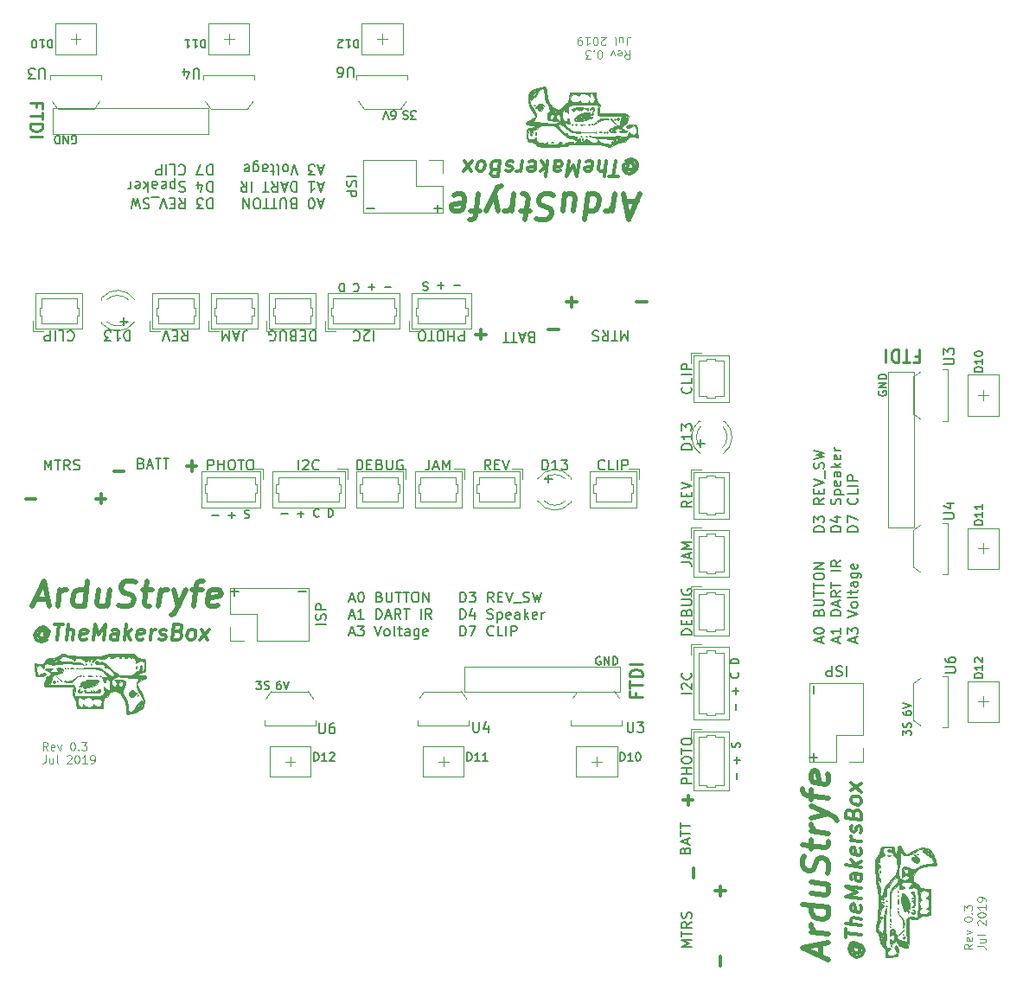
<source format=gto>
%MOIN*%
%OFA0B0*%
%FSLAX46Y46*%
%IPPOS*%
%LPD*%
%ADD10C,0.0039370078740157488*%
%ADD11C,0.00984251968503937*%
%ADD12C,0.0078740157480314977*%
%ADD13C,0.011811023622047244*%
%ADD14C,0.005905511811023622*%
%ADD15C,0.01968503937007874*%
%ADD16C,0.0047244094488188976*%
%ADD17C,0.00039370078740157485*%
%ADD28C,0.0039370078740157488*%
%ADD29C,0.00984251968503937*%
%ADD30C,0.0078740157480314977*%
%ADD31C,0.011811023622047244*%
%ADD32C,0.005905511811023622*%
%ADD33C,0.01968503937007874*%
%ADD34C,0.0047244094488188976*%
%ADD35C,0.00039370078740157485*%
%ADD36C,0.0039370078740157488*%
%ADD37C,0.00984251968503937*%
%ADD38C,0.0078740157480314977*%
%ADD39C,0.011811023622047244*%
%ADD40C,0.005905511811023622*%
%ADD41C,0.01968503937007874*%
%ADD42C,0.0047244094488188976*%
%ADD43C,0.00039370078740157485*%
G01*
D10*
D11*
X0002492902Y0001115659D02*
X0002492902Y0001099255D01*
X0002518680Y0001099255D02*
X0002469467Y0001099255D01*
X0002469467Y0001122690D01*
X0002469467Y0001134407D02*
X0002469467Y0001162529D01*
X0002518680Y0001148468D02*
X0002469467Y0001148468D01*
X0002518680Y0001178933D02*
X0002469467Y0001178933D01*
X0002469467Y0001190650D01*
X0002471811Y0001197680D01*
X0002476497Y0001202367D01*
X0002481184Y0001204711D01*
X0002490558Y0001207054D01*
X0002497589Y0001207054D01*
X0002506962Y0001204711D01*
X0002511649Y0001202367D01*
X0002516336Y0001197680D01*
X0002518680Y0001190650D01*
X0002518680Y0001178933D01*
X0002518680Y0001228145D02*
X0002469467Y0001228145D01*
D12*
X0001191419Y0001505888D02*
X0001221415Y0001505888D01*
X0001127429Y0001806451D02*
X0001151426Y0001806451D01*
X0001190421Y0001806451D02*
X0001214418Y0001806451D01*
X0001202420Y0001794452D02*
X0001202420Y0001818449D01*
X0001271411Y0001797452D02*
X0001269911Y0001795952D01*
X0001265412Y0001794452D01*
X0001262412Y0001794452D01*
X0001257913Y0001795952D01*
X0001254913Y0001798952D01*
X0001253413Y0001801951D01*
X0001251914Y0001807950D01*
X0001251914Y0001812450D01*
X0001253413Y0001818449D01*
X0001254913Y0001821449D01*
X0001257913Y0001824448D01*
X0001262412Y0001825948D01*
X0001265412Y0001825948D01*
X0001269911Y0001824448D01*
X0001271411Y0001822948D01*
X0001308907Y0001794452D02*
X0001308907Y0001825948D01*
X0001316406Y0001825948D01*
X0001320905Y0001824448D01*
X0001323905Y0001821449D01*
X0001325404Y0001818449D01*
X0001326904Y0001812450D01*
X0001326904Y0001807950D01*
X0001325404Y0001801951D01*
X0001323905Y0001798952D01*
X0001320905Y0001795952D01*
X0001316406Y0001794452D01*
X0001308907Y0001794452D01*
X0000860926Y0001801451D02*
X0000884923Y0001801451D01*
X0000923918Y0001801451D02*
X0000947915Y0001801451D01*
X0000935916Y0001789452D02*
X0000935916Y0001813449D01*
X0000985410Y0001790952D02*
X0000989910Y0001789452D01*
X0000997409Y0001789452D01*
X0001000408Y0001790952D01*
X0001001908Y0001792452D01*
X0001003408Y0001795451D01*
X0001003408Y0001798451D01*
X0001001908Y0001801451D01*
X0001000408Y0001802950D01*
X0000997409Y0001804450D01*
X0000991409Y0001805950D01*
X0000988410Y0001807450D01*
X0000986910Y0001808950D01*
X0000985410Y0001811949D01*
X0000985410Y0001814949D01*
X0000986910Y0001817949D01*
X0000988410Y0001819448D01*
X0000991409Y0001820948D01*
X0000998908Y0001820948D01*
X0001003408Y0001819448D01*
D13*
X0000482669Y0001970185D02*
X0000520164Y0001970185D01*
X0000762669Y0001990185D02*
X0000800165Y0001990185D01*
X0000781417Y0001971437D02*
X0000781417Y0002008933D01*
X0000142669Y0001865185D02*
X0000180165Y0001865185D01*
X0000412669Y0001865185D02*
X0000450164Y0001865185D01*
X0000431417Y0001846437D02*
X0000431417Y0001883933D01*
D14*
X0000587360Y0002001512D02*
X0000592984Y0001999638D01*
X0000594859Y0001997763D01*
X0000596734Y0001994013D01*
X0000596734Y0001988389D01*
X0000594859Y0001984640D01*
X0000592984Y0001982765D01*
X0000589235Y0001980890D01*
X0000574236Y0001980890D01*
X0000574236Y0002020260D01*
X0000587360Y0002020260D01*
X0000591109Y0002018385D01*
X0000592984Y0002016511D01*
X0000594859Y0002012761D01*
X0000594859Y0002009011D01*
X0000592984Y0002005262D01*
X0000591109Y0002003387D01*
X0000587360Y0002001512D01*
X0000574236Y0002001512D01*
X0000611732Y0001992139D02*
X0000630479Y0001992139D01*
X0000607982Y0001980890D02*
X0000621106Y0002020260D01*
X0000634229Y0001980890D01*
X0000641728Y0002020260D02*
X0000664225Y0002020260D01*
X0000652977Y0001980890D02*
X0000652977Y0002020260D01*
X0000671724Y0002020260D02*
X0000694222Y0002020260D01*
X0000682973Y0001980890D02*
X0000682973Y0002020260D01*
X0000214863Y0001975890D02*
X0000214863Y0002015260D01*
X0000227986Y0001987139D01*
X0000241109Y0002015260D01*
X0000241109Y0001975890D01*
X0000254233Y0002015260D02*
X0000276730Y0002015260D01*
X0000265481Y0001975890D02*
X0000265481Y0002015260D01*
X0000312350Y0001975890D02*
X0000299227Y0001994638D01*
X0000289853Y0001975890D02*
X0000289853Y0002015260D01*
X0000304851Y0002015260D01*
X0000308601Y0002013385D01*
X0000310476Y0002011511D01*
X0000312350Y0002007761D01*
X0000312350Y0002002137D01*
X0000310476Y0001998387D01*
X0000308601Y0001996512D01*
X0000304851Y0001994638D01*
X0000289853Y0001994638D01*
X0000327349Y0001977765D02*
X0000332973Y0001975890D01*
X0000342347Y0001975890D01*
X0000346096Y0001977765D01*
X0000347971Y0001979640D01*
X0000349846Y0001983389D01*
X0000349846Y0001987139D01*
X0000347971Y0001990888D01*
X0000346096Y0001992763D01*
X0000342347Y0001994638D01*
X0000334848Y0001996512D01*
X0000331098Y0001998387D01*
X0000329223Y0002000262D01*
X0000327349Y0002004012D01*
X0000327349Y0002007761D01*
X0000329223Y0002011511D01*
X0000331098Y0002013385D01*
X0000334848Y0002015260D01*
X0000344222Y0002015260D01*
X0000349846Y0002013385D01*
X0002357420Y0001254448D02*
X0002354420Y0001255948D01*
X0002349921Y0001255948D01*
X0002345421Y0001254448D01*
X0002342422Y0001251449D01*
X0002340922Y0001248449D01*
X0002339422Y0001242450D01*
X0002339422Y0001237950D01*
X0002340922Y0001231951D01*
X0002342422Y0001228951D01*
X0002345421Y0001225952D01*
X0002349921Y0001224452D01*
X0002352920Y0001224452D01*
X0002357420Y0001225952D01*
X0002358920Y0001227452D01*
X0002358920Y0001237950D01*
X0002352920Y0001237950D01*
X0002372418Y0001224452D02*
X0002372418Y0001255948D01*
X0002390416Y0001224452D01*
X0002390416Y0001255948D01*
X0002405414Y0001224452D02*
X0002405414Y0001255948D01*
X0002412913Y0001255948D01*
X0002417412Y0001254448D01*
X0002420412Y0001251449D01*
X0002421912Y0001248449D01*
X0002423412Y0001242450D01*
X0002423412Y0001237950D01*
X0002421912Y0001231951D01*
X0002420412Y0001228951D01*
X0002417412Y0001225952D01*
X0002412913Y0001224452D01*
X0002405414Y0001224452D01*
D12*
X0000931419Y0001505888D02*
X0000961415Y0001505888D01*
X0000946417Y0001490890D02*
X0000946417Y0001520886D01*
D14*
X0001815791Y0001465851D02*
X0001815791Y0001505221D01*
X0001825164Y0001505221D01*
X0001830789Y0001503346D01*
X0001834538Y0001499596D01*
X0001836413Y0001495847D01*
X0001838288Y0001488348D01*
X0001838288Y0001482724D01*
X0001836413Y0001475224D01*
X0001834538Y0001471475D01*
X0001830789Y0001467725D01*
X0001825164Y0001465851D01*
X0001815791Y0001465851D01*
X0001851411Y0001505221D02*
X0001875783Y0001505221D01*
X0001862660Y0001490223D01*
X0001868284Y0001490223D01*
X0001872034Y0001488348D01*
X0001873908Y0001486473D01*
X0001875783Y0001482724D01*
X0001875783Y0001473350D01*
X0001873908Y0001469600D01*
X0001872034Y0001467725D01*
X0001868284Y0001465851D01*
X0001857035Y0001465851D01*
X0001853286Y0001467725D01*
X0001851411Y0001469600D01*
X0001945149Y0001465851D02*
X0001932026Y0001484598D01*
X0001922652Y0001465851D02*
X0001922652Y0001505221D01*
X0001937650Y0001505221D01*
X0001941400Y0001503346D01*
X0001943275Y0001501471D01*
X0001945149Y0001497722D01*
X0001945149Y0001492097D01*
X0001943275Y0001488348D01*
X0001941400Y0001486473D01*
X0001937650Y0001484598D01*
X0001922652Y0001484598D01*
X0001962022Y0001486473D02*
X0001975146Y0001486473D01*
X0001980770Y0001465851D02*
X0001962022Y0001465851D01*
X0001962022Y0001505221D01*
X0001980770Y0001505221D01*
X0001992019Y0001505221D02*
X0002005142Y0001465851D01*
X0002018265Y0001505221D01*
X0002022015Y0001462101D02*
X0002052011Y0001462101D01*
X0002059510Y0001467725D02*
X0002065135Y0001465851D01*
X0002074508Y0001465851D01*
X0002078258Y0001467725D01*
X0002080133Y0001469600D01*
X0002082007Y0001473350D01*
X0002082007Y0001477099D01*
X0002080133Y0001480849D01*
X0002078258Y0001482724D01*
X0002074508Y0001484598D01*
X0002067009Y0001486473D01*
X0002063260Y0001488348D01*
X0002061385Y0001490223D01*
X0002059510Y0001493972D01*
X0002059510Y0001497722D01*
X0002061385Y0001501471D01*
X0002063260Y0001503346D01*
X0002067009Y0001505221D01*
X0002076383Y0001505221D01*
X0002082007Y0001503346D01*
X0002095131Y0001505221D02*
X0002104505Y0001465851D01*
X0002112004Y0001493972D01*
X0002119503Y0001465851D01*
X0002128877Y0001505221D01*
X0001815791Y0001400890D02*
X0001815791Y0001440260D01*
X0001825164Y0001440260D01*
X0001830789Y0001438385D01*
X0001834538Y0001434636D01*
X0001836413Y0001430886D01*
X0001838288Y0001423387D01*
X0001838288Y0001417763D01*
X0001836413Y0001410264D01*
X0001834538Y0001406514D01*
X0001830789Y0001402765D01*
X0001825164Y0001400890D01*
X0001815791Y0001400890D01*
X0001872034Y0001427137D02*
X0001872034Y0001400890D01*
X0001862660Y0001442135D02*
X0001853286Y0001414013D01*
X0001877658Y0001414013D01*
X0001920778Y0001402765D02*
X0001926402Y0001400890D01*
X0001935776Y0001400890D01*
X0001939525Y0001402765D01*
X0001941400Y0001404640D01*
X0001943275Y0001408389D01*
X0001943275Y0001412139D01*
X0001941400Y0001415888D01*
X0001939525Y0001417763D01*
X0001935776Y0001419638D01*
X0001928277Y0001421512D01*
X0001924527Y0001423387D01*
X0001922652Y0001425262D01*
X0001920778Y0001429011D01*
X0001920778Y0001432761D01*
X0001922652Y0001436511D01*
X0001924527Y0001438385D01*
X0001928277Y0001440260D01*
X0001937650Y0001440260D01*
X0001943275Y0001438385D01*
X0001960148Y0001427137D02*
X0001960148Y0001387767D01*
X0001960148Y0001425262D02*
X0001963897Y0001427137D01*
X0001971396Y0001427137D01*
X0001975146Y0001425262D01*
X0001977021Y0001423387D01*
X0001978895Y0001419638D01*
X0001978895Y0001408389D01*
X0001977021Y0001404640D01*
X0001975146Y0001402765D01*
X0001971396Y0001400890D01*
X0001963897Y0001400890D01*
X0001960148Y0001402765D01*
X0002010766Y0001402765D02*
X0002007017Y0001400890D01*
X0001999518Y0001400890D01*
X0001995768Y0001402765D01*
X0001993893Y0001406514D01*
X0001993893Y0001421512D01*
X0001995768Y0001425262D01*
X0001999518Y0001427137D01*
X0002007017Y0001427137D01*
X0002010766Y0001425262D01*
X0002012641Y0001421512D01*
X0002012641Y0001417763D01*
X0001993893Y0001414013D01*
X0002046387Y0001400890D02*
X0002046387Y0001421512D01*
X0002044512Y0001425262D01*
X0002040763Y0001427137D01*
X0002033263Y0001427137D01*
X0002029514Y0001425262D01*
X0002046387Y0001402765D02*
X0002042637Y0001400890D01*
X0002033263Y0001400890D01*
X0002029514Y0001402765D01*
X0002027639Y0001406514D01*
X0002027639Y0001410264D01*
X0002029514Y0001414013D01*
X0002033263Y0001415888D01*
X0002042637Y0001415888D01*
X0002046387Y0001417763D01*
X0002065135Y0001400890D02*
X0002065135Y0001440260D01*
X0002068884Y0001415888D02*
X0002080133Y0001400890D01*
X0002080133Y0001427137D02*
X0002065135Y0001412139D01*
X0002112004Y0001402765D02*
X0002108254Y0001400890D01*
X0002100755Y0001400890D01*
X0002097006Y0001402765D01*
X0002095131Y0001406514D01*
X0002095131Y0001421512D01*
X0002097006Y0001425262D01*
X0002100755Y0001427137D01*
X0002108254Y0001427137D01*
X0002112004Y0001425262D01*
X0002113878Y0001421512D01*
X0002113878Y0001417763D01*
X0002095131Y0001414013D01*
X0002130751Y0001400890D02*
X0002130751Y0001427137D01*
X0002130751Y0001419638D02*
X0002132626Y0001423387D01*
X0002134501Y0001425262D01*
X0002138250Y0001427137D01*
X0002142000Y0001427137D01*
X0001815791Y0001335929D02*
X0001815791Y0001375299D01*
X0001825164Y0001375299D01*
X0001830789Y0001373425D01*
X0001834538Y0001369675D01*
X0001836413Y0001365926D01*
X0001838288Y0001358427D01*
X0001838288Y0001352802D01*
X0001836413Y0001345303D01*
X0001834538Y0001341554D01*
X0001830789Y0001337804D01*
X0001825164Y0001335929D01*
X0001815791Y0001335929D01*
X0001851411Y0001375299D02*
X0001877658Y0001375299D01*
X0001860785Y0001335929D01*
X0001945149Y0001339679D02*
X0001943275Y0001337804D01*
X0001937650Y0001335929D01*
X0001933901Y0001335929D01*
X0001928277Y0001337804D01*
X0001924527Y0001341554D01*
X0001922652Y0001345303D01*
X0001920778Y0001352802D01*
X0001920778Y0001358427D01*
X0001922652Y0001365926D01*
X0001924527Y0001369675D01*
X0001928277Y0001373425D01*
X0001933901Y0001375299D01*
X0001937650Y0001375299D01*
X0001943275Y0001373425D01*
X0001945149Y0001371550D01*
X0001980770Y0001335929D02*
X0001962022Y0001335929D01*
X0001962022Y0001375299D01*
X0001993893Y0001335929D02*
X0001993893Y0001375299D01*
X0002012641Y0001335929D02*
X0002012641Y0001375299D01*
X0002027639Y0001375299D01*
X0002031389Y0001373425D01*
X0002033263Y0001371550D01*
X0002035138Y0001367800D01*
X0002035138Y0001362176D01*
X0002033263Y0001358427D01*
X0002031389Y0001356552D01*
X0002027639Y0001354677D01*
X0002012641Y0001354677D01*
X0001388916Y0001477099D02*
X0001407664Y0001477099D01*
X0001385166Y0001465851D02*
X0001398290Y0001505221D01*
X0001411413Y0001465851D01*
X0001432035Y0001505221D02*
X0001435785Y0001505221D01*
X0001439535Y0001503346D01*
X0001441409Y0001501471D01*
X0001443284Y0001497722D01*
X0001445159Y0001490223D01*
X0001445159Y0001480849D01*
X0001443284Y0001473350D01*
X0001441409Y0001469600D01*
X0001439535Y0001467725D01*
X0001435785Y0001465851D01*
X0001432035Y0001465851D01*
X0001428286Y0001467725D01*
X0001426411Y0001469600D01*
X0001424536Y0001473350D01*
X0001422662Y0001480849D01*
X0001422662Y0001490223D01*
X0001424536Y0001497722D01*
X0001426411Y0001501471D01*
X0001428286Y0001503346D01*
X0001432035Y0001505221D01*
X0001505151Y0001486473D02*
X0001510776Y0001484598D01*
X0001512650Y0001482724D01*
X0001514525Y0001478974D01*
X0001514525Y0001473350D01*
X0001512650Y0001469600D01*
X0001510776Y0001467725D01*
X0001507026Y0001465851D01*
X0001492028Y0001465851D01*
X0001492028Y0001505221D01*
X0001505151Y0001505221D01*
X0001508901Y0001503346D01*
X0001510776Y0001501471D01*
X0001512650Y0001497722D01*
X0001512650Y0001493972D01*
X0001510776Y0001490223D01*
X0001508901Y0001488348D01*
X0001505151Y0001486473D01*
X0001492028Y0001486473D01*
X0001531398Y0001505221D02*
X0001531398Y0001473350D01*
X0001533273Y0001469600D01*
X0001535148Y0001467725D01*
X0001538897Y0001465851D01*
X0001546396Y0001465851D01*
X0001550146Y0001467725D01*
X0001552021Y0001469600D01*
X0001553895Y0001473350D01*
X0001553895Y0001505221D01*
X0001567019Y0001505221D02*
X0001589516Y0001505221D01*
X0001578267Y0001465851D02*
X0001578267Y0001505221D01*
X0001597015Y0001505221D02*
X0001619512Y0001505221D01*
X0001608263Y0001465851D02*
X0001608263Y0001505221D01*
X0001640135Y0001505221D02*
X0001647634Y0001505221D01*
X0001651383Y0001503346D01*
X0001655133Y0001499596D01*
X0001657007Y0001492097D01*
X0001657007Y0001478974D01*
X0001655133Y0001471475D01*
X0001651383Y0001467725D01*
X0001647634Y0001465851D01*
X0001640135Y0001465851D01*
X0001636385Y0001467725D01*
X0001632635Y0001471475D01*
X0001630761Y0001478974D01*
X0001630761Y0001492097D01*
X0001632635Y0001499596D01*
X0001636385Y0001503346D01*
X0001640135Y0001505221D01*
X0001673880Y0001465851D02*
X0001673880Y0001505221D01*
X0001696377Y0001465851D01*
X0001696377Y0001505221D01*
X0001388916Y0001412139D02*
X0001407664Y0001412139D01*
X0001385166Y0001400890D02*
X0001398290Y0001440260D01*
X0001411413Y0001400890D01*
X0001445159Y0001400890D02*
X0001422662Y0001400890D01*
X0001433910Y0001400890D02*
X0001433910Y0001440260D01*
X0001430161Y0001434636D01*
X0001426411Y0001430886D01*
X0001422662Y0001429011D01*
X0001492028Y0001400890D02*
X0001492028Y0001440260D01*
X0001501402Y0001440260D01*
X0001507026Y0001438385D01*
X0001510776Y0001434636D01*
X0001512650Y0001430886D01*
X0001514525Y0001423387D01*
X0001514525Y0001417763D01*
X0001512650Y0001410264D01*
X0001510776Y0001406514D01*
X0001507026Y0001402765D01*
X0001501402Y0001400890D01*
X0001492028Y0001400890D01*
X0001529523Y0001412139D02*
X0001548271Y0001412139D01*
X0001525774Y0001400890D02*
X0001538897Y0001440260D01*
X0001552021Y0001400890D01*
X0001587641Y0001400890D02*
X0001574518Y0001419638D01*
X0001565144Y0001400890D02*
X0001565144Y0001440260D01*
X0001580142Y0001440260D01*
X0001583892Y0001438385D01*
X0001585766Y0001436511D01*
X0001587641Y0001432761D01*
X0001587641Y0001427137D01*
X0001585766Y0001423387D01*
X0001583892Y0001421512D01*
X0001580142Y0001419638D01*
X0001565144Y0001419638D01*
X0001598890Y0001440260D02*
X0001621387Y0001440260D01*
X0001610138Y0001400890D02*
X0001610138Y0001440260D01*
X0001664506Y0001400890D02*
X0001664506Y0001440260D01*
X0001705751Y0001400890D02*
X0001692628Y0001419638D01*
X0001683254Y0001400890D02*
X0001683254Y0001440260D01*
X0001698252Y0001440260D01*
X0001702002Y0001438385D01*
X0001703877Y0001436511D01*
X0001705751Y0001432761D01*
X0001705751Y0001427137D01*
X0001703877Y0001423387D01*
X0001702002Y0001421512D01*
X0001698252Y0001419638D01*
X0001683254Y0001419638D01*
X0001388916Y0001347178D02*
X0001407664Y0001347178D01*
X0001385166Y0001335929D02*
X0001398290Y0001375299D01*
X0001411413Y0001335929D01*
X0001420787Y0001375299D02*
X0001445159Y0001375299D01*
X0001432035Y0001360301D01*
X0001437660Y0001360301D01*
X0001441409Y0001358427D01*
X0001443284Y0001356552D01*
X0001445159Y0001352802D01*
X0001445159Y0001343428D01*
X0001443284Y0001339679D01*
X0001441409Y0001337804D01*
X0001437660Y0001335929D01*
X0001426411Y0001335929D01*
X0001422662Y0001337804D01*
X0001420787Y0001339679D01*
X0001486404Y0001375299D02*
X0001499527Y0001335929D01*
X0001512650Y0001375299D01*
X0001531398Y0001335929D02*
X0001527649Y0001337804D01*
X0001525774Y0001339679D01*
X0001523899Y0001343428D01*
X0001523899Y0001354677D01*
X0001525774Y0001358427D01*
X0001527649Y0001360301D01*
X0001531398Y0001362176D01*
X0001537022Y0001362176D01*
X0001540772Y0001360301D01*
X0001542647Y0001358427D01*
X0001544521Y0001354677D01*
X0001544521Y0001343428D01*
X0001542647Y0001339679D01*
X0001540772Y0001337804D01*
X0001537022Y0001335929D01*
X0001531398Y0001335929D01*
X0001567019Y0001335929D02*
X0001563269Y0001337804D01*
X0001561394Y0001341554D01*
X0001561394Y0001375299D01*
X0001576392Y0001362176D02*
X0001591391Y0001362176D01*
X0001582017Y0001375299D02*
X0001582017Y0001341554D01*
X0001583892Y0001337804D01*
X0001587641Y0001335929D01*
X0001591391Y0001335929D01*
X0001621387Y0001335929D02*
X0001621387Y0001356552D01*
X0001619512Y0001360301D01*
X0001615763Y0001362176D01*
X0001608264Y0001362176D01*
X0001604514Y0001360301D01*
X0001621387Y0001337804D02*
X0001617637Y0001335929D01*
X0001608264Y0001335929D01*
X0001604514Y0001337804D01*
X0001602639Y0001341554D01*
X0001602639Y0001345303D01*
X0001604514Y0001349053D01*
X0001608264Y0001350927D01*
X0001617637Y0001350927D01*
X0001621387Y0001352802D01*
X0001657007Y0001362176D02*
X0001657007Y0001330305D01*
X0001655133Y0001326556D01*
X0001653258Y0001324681D01*
X0001649508Y0001322806D01*
X0001643884Y0001322806D01*
X0001640135Y0001324681D01*
X0001657007Y0001337804D02*
X0001653258Y0001335929D01*
X0001645759Y0001335929D01*
X0001642009Y0001337804D01*
X0001640135Y0001339679D01*
X0001638260Y0001343428D01*
X0001638260Y0001354677D01*
X0001640135Y0001358427D01*
X0001642009Y0001360301D01*
X0001645759Y0001362176D01*
X0001653258Y0001362176D01*
X0001657007Y0001360301D01*
X0001690753Y0001337804D02*
X0001687004Y0001335929D01*
X0001679505Y0001335929D01*
X0001675755Y0001337804D01*
X0001673880Y0001341554D01*
X0001673880Y0001356552D01*
X0001675755Y0001360301D01*
X0001679505Y0001362176D01*
X0001687004Y0001362176D01*
X0001690753Y0001360301D01*
X0001692628Y0001356552D01*
X0001692628Y0001352802D01*
X0001673880Y0001349053D01*
D15*
X0000179265Y0001477296D02*
X0000226135Y0001477296D01*
X0000166377Y0001449175D02*
X0000211488Y0001547600D01*
X0000231993Y0001449175D01*
X0000264802Y0001449175D02*
X0000273004Y0001514791D01*
X0000270660Y0001496044D02*
X0000276519Y0001505418D01*
X0000281792Y0001510105D01*
X0000291751Y0001514791D01*
X0000301125Y0001514791D01*
X0000367914Y0001449175D02*
X0000380217Y0001547600D01*
X0000368500Y0001453862D02*
X0000358540Y0001449175D01*
X0000339792Y0001449175D01*
X0000331004Y0001453862D01*
X0000326903Y0001458548D01*
X0000323388Y0001467922D01*
X0000326903Y0001496044D01*
X0000332762Y0001505418D01*
X0000338035Y0001510105D01*
X0000347994Y0001514791D01*
X0000366742Y0001514791D01*
X0000375530Y0001510105D01*
X0000465167Y0001514791D02*
X0000456965Y0001449175D01*
X0000422985Y0001514791D02*
X0000416541Y0001463235D01*
X0000420056Y0001453862D01*
X0000428844Y0001449175D01*
X0000442904Y0001449175D01*
X0000452864Y0001453862D01*
X0000458137Y0001458548D01*
X0000499733Y0001453862D02*
X0000513208Y0001449175D01*
X0000536643Y0001449175D01*
X0000546602Y0001453862D01*
X0000551875Y0001458548D01*
X0000557734Y0001467922D01*
X0000558906Y0001477296D01*
X0000555390Y0001486670D01*
X0000551289Y0001491357D01*
X0000542501Y0001496044D01*
X0000524340Y0001500731D01*
X0000515552Y0001505418D01*
X0000511451Y0001510105D01*
X0000507935Y0001519478D01*
X0000509107Y0001528852D01*
X0000514966Y0001538226D01*
X0000520239Y0001542913D01*
X0000530198Y0001547600D01*
X0000553633Y0001547600D01*
X0000567108Y0001542913D01*
X0000591714Y0001514791D02*
X0000629209Y0001514791D01*
X0000609876Y0001547600D02*
X0000599330Y0001463235D01*
X0000602845Y0001453862D01*
X0000611633Y0001449175D01*
X0000621007Y0001449175D01*
X0000653816Y0001449175D02*
X0000662018Y0001514791D01*
X0000659674Y0001496044D02*
X0000665533Y0001505418D01*
X0000670806Y0001510105D01*
X0000680765Y0001514791D01*
X0000690139Y0001514791D01*
X0000713574Y0001514791D02*
X0000728806Y0001449175D01*
X0000760443Y0001514791D02*
X0000728806Y0001449175D01*
X0000716503Y0001425740D01*
X0000711230Y0001421053D01*
X0000701271Y0001416366D01*
X0000783877Y0001514791D02*
X0000821373Y0001514791D01*
X0000789736Y0001449175D02*
X0000800282Y0001533539D01*
X0000806140Y0001542913D01*
X0000816100Y0001547600D01*
X0000825474Y0001547600D01*
X0000884060Y0001453862D02*
X0000874101Y0001449175D01*
X0000855353Y0001449175D01*
X0000846565Y0001453862D01*
X0000843050Y0001463235D01*
X0000847737Y0001500731D01*
X0000853595Y0001510105D01*
X0000863555Y0001514791D01*
X0000882303Y0001514791D01*
X0000891091Y0001510105D01*
X0000894606Y0001500731D01*
X0000893434Y0001491357D01*
X0000845393Y0001481983D01*
D14*
X0001253172Y0000854452D02*
X0001253172Y0000885948D01*
X0001260671Y0000885948D01*
X0001265170Y0000884448D01*
X0001268170Y0000881449D01*
X0001269670Y0000878449D01*
X0001271169Y0000872450D01*
X0001271169Y0000867950D01*
X0001269670Y0000861951D01*
X0001268170Y0000858951D01*
X0001265170Y0000855952D01*
X0001260671Y0000854452D01*
X0001253172Y0000854452D01*
X0001301166Y0000854452D02*
X0001283168Y0000854452D01*
X0001292167Y0000854452D02*
X0001292167Y0000885948D01*
X0001289167Y0000881449D01*
X0001286167Y0000878449D01*
X0001283168Y0000876949D01*
X0001313164Y0000882949D02*
X0001314664Y0000884448D01*
X0001317664Y0000885948D01*
X0001325163Y0000885948D01*
X0001328162Y0000884448D01*
X0001329662Y0000882949D01*
X0001331162Y0000879949D01*
X0001331162Y0000876949D01*
X0001329662Y0000872450D01*
X0001311664Y0000854452D01*
X0001331162Y0000854452D01*
X0001843172Y0000854452D02*
X0001843172Y0000885948D01*
X0001850671Y0000885948D01*
X0001855170Y0000884448D01*
X0001858170Y0000881449D01*
X0001859670Y0000878449D01*
X0001861169Y0000872450D01*
X0001861169Y0000867950D01*
X0001859670Y0000861951D01*
X0001858170Y0000858951D01*
X0001855170Y0000855952D01*
X0001850671Y0000854452D01*
X0001843172Y0000854452D01*
X0001891166Y0000854452D02*
X0001873168Y0000854452D01*
X0001882167Y0000854452D02*
X0001882167Y0000885948D01*
X0001879167Y0000881449D01*
X0001876167Y0000878449D01*
X0001873168Y0000876949D01*
X0001921162Y0000854452D02*
X0001903164Y0000854452D01*
X0001912163Y0000854452D02*
X0001912163Y0000885948D01*
X0001909163Y0000881449D01*
X0001906164Y0000878449D01*
X0001903164Y0000876949D01*
X0002433172Y0000854452D02*
X0002433172Y0000885948D01*
X0002440671Y0000885948D01*
X0002445170Y0000884448D01*
X0002448170Y0000881449D01*
X0002449670Y0000878449D01*
X0002451169Y0000872450D01*
X0002451169Y0000867950D01*
X0002449670Y0000861951D01*
X0002448170Y0000858951D01*
X0002445170Y0000855952D01*
X0002440671Y0000854452D01*
X0002433172Y0000854452D01*
X0002481166Y0000854452D02*
X0002463168Y0000854452D01*
X0002472167Y0000854452D02*
X0002472167Y0000885948D01*
X0002469167Y0000881449D01*
X0002466167Y0000878449D01*
X0002463168Y0000876949D01*
X0002500663Y0000885948D02*
X0002503663Y0000885948D01*
X0002506662Y0000884448D01*
X0002508162Y0000882949D01*
X0002509662Y0000879949D01*
X0002511162Y0000873950D01*
X0002511162Y0000866451D01*
X0002509662Y0000860451D01*
X0002508162Y0000857452D01*
X0002506662Y0000855952D01*
X0002503663Y0000854452D01*
X0002500663Y0000854452D01*
X0002497664Y0000855952D01*
X0002496164Y0000857452D01*
X0002494664Y0000860451D01*
X0002493164Y0000866451D01*
X0002493164Y0000873950D01*
X0002494664Y0000879949D01*
X0002496164Y0000882949D01*
X0002497664Y0000884448D01*
X0002500663Y0000885948D01*
D13*
X0000217723Y0001350106D02*
X0000215262Y0001352919D01*
X0000209990Y0001355731D01*
X0000204365Y0001355731D01*
X0000198390Y0001352919D01*
X0000195226Y0001350106D01*
X0000191711Y0001344482D01*
X0000191008Y0001338858D01*
X0000193117Y0001333233D01*
X0000195577Y0001330421D01*
X0000200850Y0001327609D01*
X0000206474Y0001327609D01*
X0000212450Y0001330421D01*
X0000215614Y0001333233D01*
X0000218426Y0001355731D02*
X0000215614Y0001333233D01*
X0000218075Y0001330421D01*
X0000220887Y0001330421D01*
X0000226863Y0001333233D01*
X0000230378Y0001338858D01*
X0000232135Y0001352919D01*
X0000227566Y0001361355D01*
X0000219832Y0001366979D01*
X0000208935Y0001369791D01*
X0000197335Y0001366979D01*
X0000188195Y0001361355D01*
X0000181517Y0001352919D01*
X0000177298Y0001341670D01*
X0000178705Y0001330421D01*
X0000183274Y0001321985D01*
X0000191008Y0001316361D01*
X0000201905Y0001313548D01*
X0000213505Y0001316361D01*
X0000222644Y0001321985D01*
X0000252523Y0001381040D02*
X0000286269Y0001381040D01*
X0000262014Y0001321985D02*
X0000269396Y0001381040D01*
X0000298572Y0001321985D02*
X0000305954Y0001381040D01*
X0000323882Y0001321985D02*
X0000327748Y0001352919D01*
X0000325639Y0001358543D01*
X0000320366Y0001361355D01*
X0000311930Y0001361355D01*
X0000305954Y0001358543D01*
X0000302790Y0001355731D01*
X0000374852Y0001324797D02*
X0000368876Y0001321985D01*
X0000357627Y0001321985D01*
X0000352355Y0001324797D01*
X0000350245Y0001330421D01*
X0000353058Y0001352919D01*
X0000356573Y0001358543D01*
X0000362549Y0001361355D01*
X0000373797Y0001361355D01*
X0000379070Y0001358543D01*
X0000381179Y0001352919D01*
X0000380476Y0001347294D01*
X0000351652Y0001341670D01*
X0000402622Y0001321985D02*
X0000410004Y0001381040D01*
X0000424416Y0001338858D01*
X0000449374Y0001381040D01*
X0000441992Y0001321985D01*
X0000495423Y0001321985D02*
X0000499289Y0001352919D01*
X0000497180Y0001358543D01*
X0000491908Y0001361355D01*
X0000480659Y0001361355D01*
X0000474683Y0001358543D01*
X0000495774Y0001324797D02*
X0000489798Y0001321985D01*
X0000475738Y0001321985D01*
X0000470465Y0001324797D01*
X0000468356Y0001330421D01*
X0000469059Y0001336046D01*
X0000472574Y0001341670D01*
X0000478550Y0001344482D01*
X0000492611Y0001344482D01*
X0000498586Y0001347294D01*
X0000523544Y0001321985D02*
X0000530926Y0001381040D01*
X0000531981Y0001344482D02*
X0000546041Y0001321985D01*
X0000550963Y0001361355D02*
X0000525653Y0001338858D01*
X0000594199Y0001324797D02*
X0000588224Y0001321985D01*
X0000576975Y0001321985D01*
X0000571702Y0001324797D01*
X0000569593Y0001330421D01*
X0000572405Y0001352919D01*
X0000575920Y0001358543D01*
X0000581896Y0001361355D01*
X0000593145Y0001361355D01*
X0000598418Y0001358543D01*
X0000600527Y0001352919D01*
X0000599824Y0001347294D01*
X0000570999Y0001341670D01*
X0000621969Y0001321985D02*
X0000626891Y0001361355D01*
X0000625485Y0001350106D02*
X0000629000Y0001355731D01*
X0000632163Y0001358543D01*
X0000638139Y0001361355D01*
X0000643764Y0001361355D01*
X0000656067Y0001324797D02*
X0000661339Y0001321985D01*
X0000672588Y0001321985D01*
X0000678564Y0001324797D01*
X0000682079Y0001330421D01*
X0000682431Y0001333233D01*
X0000680321Y0001338858D01*
X0000675049Y0001341670D01*
X0000666612Y0001341670D01*
X0000661339Y0001344482D01*
X0000659230Y0001350106D01*
X0000659582Y0001352919D01*
X0000663097Y0001358543D01*
X0000669073Y0001361355D01*
X0000677509Y0001361355D01*
X0000682782Y0001358543D01*
X0000729886Y0001352919D02*
X0000737971Y0001350106D01*
X0000740431Y0001347294D01*
X0000742540Y0001341670D01*
X0000741486Y0001333233D01*
X0000737971Y0001327609D01*
X0000734807Y0001324797D01*
X0000728831Y0001321985D01*
X0000706334Y0001321985D01*
X0000713716Y0001381040D01*
X0000733401Y0001381040D01*
X0000738674Y0001378228D01*
X0000741134Y0001375416D01*
X0000743243Y0001369791D01*
X0000742540Y0001364167D01*
X0000739025Y0001358543D01*
X0000735861Y0001355731D01*
X0000729886Y0001352919D01*
X0000710201Y0001352919D01*
X0000773825Y0001321985D02*
X0000768553Y0001324797D01*
X0000766092Y0001327609D01*
X0000763983Y0001333233D01*
X0000766092Y0001350106D01*
X0000769607Y0001355731D01*
X0000772771Y0001358543D01*
X0000778747Y0001361355D01*
X0000787183Y0001361355D01*
X0000792456Y0001358543D01*
X0000794916Y0001355731D01*
X0000797026Y0001350106D01*
X0000794917Y0001333233D01*
X0000791401Y0001327609D01*
X0000788238Y0001324797D01*
X0000782262Y0001321985D01*
X0000773825Y0001321985D01*
X0000813195Y0001321985D02*
X0000849050Y0001361355D01*
X0000818117Y0001361355D02*
X0000844129Y0001321985D01*
D10*
X0000226914Y0000895043D02*
X0000216415Y0000910041D01*
X0000208916Y0000895043D02*
X0000208916Y0000926539D01*
X0000220914Y0000926539D01*
X0000223914Y0000925039D01*
X0000225414Y0000923539D01*
X0000226914Y0000920539D01*
X0000226914Y0000916040D01*
X0000225414Y0000913040D01*
X0000223914Y0000911541D01*
X0000220914Y0000910041D01*
X0000208916Y0000910041D01*
X0000252410Y0000896542D02*
X0000249411Y0000895043D01*
X0000243412Y0000895043D01*
X0000240412Y0000896542D01*
X0000238912Y0000899542D01*
X0000238912Y0000911541D01*
X0000240412Y0000914540D01*
X0000243412Y0000916040D01*
X0000249411Y0000916040D01*
X0000252410Y0000914540D01*
X0000253910Y0000911541D01*
X0000253910Y0000908541D01*
X0000238912Y0000905541D01*
X0000264409Y0000916040D02*
X0000271908Y0000895043D01*
X0000279407Y0000916040D01*
X0000321402Y0000926539D02*
X0000324401Y0000926539D01*
X0000327401Y0000925039D01*
X0000328901Y0000923539D01*
X0000330401Y0000920539D01*
X0000331901Y0000914540D01*
X0000331901Y0000907041D01*
X0000330401Y0000901042D01*
X0000328901Y0000898042D01*
X0000327401Y0000896542D01*
X0000324401Y0000895043D01*
X0000321402Y0000895043D01*
X0000318402Y0000896542D01*
X0000316902Y0000898042D01*
X0000315403Y0000901042D01*
X0000313903Y0000907041D01*
X0000313903Y0000914540D01*
X0000315403Y0000920539D01*
X0000316902Y0000923539D01*
X0000318402Y0000925039D01*
X0000321402Y0000926539D01*
X0000345399Y0000898042D02*
X0000346899Y0000896542D01*
X0000345399Y0000895043D01*
X0000343899Y0000896542D01*
X0000345399Y0000898042D01*
X0000345399Y0000895043D01*
X0000357397Y0000926539D02*
X0000376895Y0000926539D01*
X0000366396Y0000914540D01*
X0000370896Y0000914540D01*
X0000373895Y0000913040D01*
X0000375395Y0000911541D01*
X0000376895Y0000908541D01*
X0000376895Y0000901042D01*
X0000375395Y0000898042D01*
X0000373895Y0000896542D01*
X0000370896Y0000895043D01*
X0000361897Y0000895043D01*
X0000358897Y0000896542D01*
X0000357397Y0000898042D01*
X0000217915Y0000875358D02*
X0000217915Y0000852860D01*
X0000216415Y0000848361D01*
X0000213415Y0000845361D01*
X0000208916Y0000843862D01*
X0000205916Y0000843862D01*
X0000246411Y0000864859D02*
X0000246411Y0000843862D01*
X0000232913Y0000864859D02*
X0000232913Y0000848361D01*
X0000234413Y0000845361D01*
X0000237412Y0000843862D01*
X0000241912Y0000843862D01*
X0000244911Y0000845361D01*
X0000246411Y0000846861D01*
X0000265909Y0000843862D02*
X0000262909Y0000845361D01*
X0000261409Y0000848361D01*
X0000261409Y0000875358D01*
X0000300405Y0000872358D02*
X0000301904Y0000873858D01*
X0000304904Y0000875358D01*
X0000312403Y0000875358D01*
X0000315403Y0000873858D01*
X0000316902Y0000872358D01*
X0000318402Y0000869358D01*
X0000318402Y0000866359D01*
X0000316902Y0000861859D01*
X0000298905Y0000843862D01*
X0000318402Y0000843862D01*
X0000337900Y0000875358D02*
X0000340899Y0000875358D01*
X0000343899Y0000873858D01*
X0000345399Y0000872358D01*
X0000346899Y0000869358D01*
X0000348399Y0000863359D01*
X0000348399Y0000855860D01*
X0000346899Y0000849861D01*
X0000345399Y0000846861D01*
X0000343899Y0000845361D01*
X0000340899Y0000843862D01*
X0000337900Y0000843862D01*
X0000334900Y0000845361D01*
X0000333400Y0000846861D01*
X0000331901Y0000849861D01*
X0000330401Y0000855860D01*
X0000330401Y0000863359D01*
X0000331901Y0000869358D01*
X0000333400Y0000872358D01*
X0000334900Y0000873858D01*
X0000337900Y0000875358D01*
X0000378395Y0000843862D02*
X0000360397Y0000843862D01*
X0000369396Y0000843862D02*
X0000369396Y0000875358D01*
X0000366396Y0000870858D01*
X0000363397Y0000867859D01*
X0000360397Y0000866359D01*
X0000393393Y0000843862D02*
X0000399392Y0000843862D01*
X0000402392Y0000845361D01*
X0000403892Y0000846861D01*
X0000406891Y0000851361D01*
X0000408391Y0000857360D01*
X0000408391Y0000869358D01*
X0000406891Y0000872358D01*
X0000405391Y0000873858D01*
X0000402392Y0000875358D01*
X0000396392Y0000875358D01*
X0000393393Y0000873858D01*
X0000391893Y0000872358D01*
X0000390393Y0000869358D01*
X0000390393Y0000861859D01*
X0000391893Y0000858860D01*
X0000393393Y0000857360D01*
X0000396392Y0000855860D01*
X0000402392Y0000855860D01*
X0000405391Y0000857360D01*
X0000406891Y0000858860D01*
X0000408391Y0000861859D01*
D16*
X0001832204Y0001217913D02*
X0001832204Y0001119488D01*
X0001832204Y0001119488D02*
X0002432598Y0001119488D01*
X0002432598Y0001119488D02*
X0002432598Y0001217913D01*
X0002432598Y0001217913D02*
X0001832204Y0001217913D01*
X0002115577Y0001856235D02*
G75*
G03X0002242834Y0001850058I0000065839J0000042464D01*
G01*
X0002115577Y0001941165D02*
G75*
G02X0002242834Y0001947343I0000065839J-0000042464D01*
G01*
X0002140427Y0001856187D02*
G75*
G03X0002222400Y0001856181I0000040989J0000042513D01*
G01*
X0002140427Y0001941214D02*
G75*
G02X0002222400Y0001941220I0000040989J-0000042513D01*
G01*
X0002242834Y0001850039D02*
X0002242834Y0001856181D01*
X0002242834Y0001941220D02*
X0002242834Y0001947362D01*
D10*
X0002421181Y0000792716D02*
X0002263700Y0000792716D01*
X0002263700Y0000792716D02*
X0002263700Y0000910826D01*
X0002263700Y0000910826D02*
X0002421181Y0000910826D01*
X0002421181Y0000910826D02*
X0002421181Y0000792716D01*
X0002342440Y0000832086D02*
X0002342440Y0000871456D01*
X0002362125Y0000851771D02*
X0002322755Y0000851771D01*
X0002440866Y0001009251D02*
X0002440866Y0000989566D01*
X0002440866Y0000989566D02*
X0002244015Y0000989566D01*
X0002244015Y0000989566D02*
X0002244015Y0001009251D01*
D16*
X0002411732Y0001121456D02*
X0002270000Y0001121456D01*
X0002432369Y0001092826D02*
G75*
G03X0002411732Y0001121456I-0000091503J-0000044204D01*
G01*
X0002249362Y0001092826D02*
G75*
G02X0002270000Y0001121456I0000091503J-0000044204D01*
G01*
D10*
X0001830629Y0000792716D02*
X0001673149Y0000792716D01*
X0001673149Y0000792716D02*
X0001673149Y0000910826D01*
X0001673149Y0000910826D02*
X0001830629Y0000910826D01*
X0001830629Y0000910826D02*
X0001830629Y0000792716D01*
X0001751889Y0000832086D02*
X0001751889Y0000871456D01*
X0001771574Y0000851771D02*
X0001732204Y0000851771D01*
X0001850314Y0001009251D02*
X0001850314Y0000989566D01*
X0001850314Y0000989566D02*
X0001653464Y0000989566D01*
X0001653464Y0000989566D02*
X0001653464Y0001009251D01*
D16*
X0001821181Y0001121456D02*
X0001679448Y0001121456D01*
X0001841818Y0001092826D02*
G75*
G03X0001821181Y0001121456I-0000091503J-0000044204D01*
G01*
X0001658811Y0001092826D02*
G75*
G02X0001679448Y0001121456I0000091503J-0000044204D01*
G01*
D10*
X0001240078Y0000792716D02*
X0001082598Y0000792716D01*
X0001082598Y0000792716D02*
X0001082598Y0000910826D01*
X0001082598Y0000910826D02*
X0001240078Y0000910826D01*
X0001240078Y0000910826D02*
X0001240078Y0000792716D01*
X0001161338Y0000832086D02*
X0001161338Y0000871456D01*
X0001181023Y0000851771D02*
X0001141653Y0000851771D01*
X0001259763Y0001009251D02*
X0001259763Y0000989566D01*
X0001259763Y0000989566D02*
X0001062913Y0000989566D01*
X0001062913Y0000989566D02*
X0001062913Y0001009251D01*
D16*
X0001230629Y0001121456D02*
X0001088897Y0001121456D01*
X0001251267Y0001092826D02*
G75*
G03X0001230629Y0001121456I-0000091503J-0000044204D01*
G01*
X0001068260Y0001092826D02*
G75*
G02X0001088897Y0001121456I0000091503J-0000044204D01*
G01*
X0001233779Y0001316338D02*
X0001233779Y0001521062D01*
X0001031417Y0001316338D02*
X0001233779Y0001316338D01*
X0000929055Y0001521062D02*
X0001233779Y0001521062D01*
X0001031417Y0001316338D02*
X0001031417Y0001418700D01*
X0001031417Y0001418700D02*
X0000929055Y0001418700D01*
X0000929055Y0001418700D02*
X0000929055Y0001521062D01*
X0000981417Y0001316338D02*
X0000929055Y0001316338D01*
X0000929055Y0001316338D02*
X0000929055Y0001368700D01*
X0001821377Y0001831102D02*
X0001821377Y0001968897D01*
X0001821377Y0001968897D02*
X0001642244Y0001968897D01*
X0001642244Y0001968897D02*
X0001642244Y0001831102D01*
X0001642244Y0001831102D02*
X0001821377Y0001831102D01*
X0001731811Y0001947244D02*
X0001799724Y0001947244D01*
X0001799724Y0001947244D02*
X0001799724Y0001918700D01*
X0001799724Y0001918700D02*
X0001807598Y0001918700D01*
X0001807598Y0001918700D02*
X0001807598Y0001887204D01*
X0001807598Y0001887204D02*
X0001799724Y0001887204D01*
X0001799724Y0001887204D02*
X0001799724Y0001852755D01*
X0001799724Y0001852755D02*
X0001731811Y0001852755D01*
X0001731811Y0001947244D02*
X0001663897Y0001947244D01*
X0001663897Y0001947244D02*
X0001663897Y0001918700D01*
X0001663897Y0001918700D02*
X0001656023Y0001918700D01*
X0001656023Y0001918700D02*
X0001656023Y0001887204D01*
X0001656023Y0001887204D02*
X0001663897Y0001887204D01*
X0001663897Y0001887204D02*
X0001663897Y0001852755D01*
X0001663897Y0001852755D02*
X0001731811Y0001852755D01*
X0001831220Y0001978740D02*
X0001831220Y0001939370D01*
X0001831220Y0001978740D02*
X0001791850Y0001978740D01*
X0001371377Y0001831102D02*
X0001371377Y0001968897D01*
X0001371377Y0001968897D02*
X0001093818Y0001968897D01*
X0001093818Y0001968897D02*
X0001093818Y0001831102D01*
X0001093818Y0001831102D02*
X0001371377Y0001831102D01*
X0001232598Y0001947244D02*
X0001349724Y0001947244D01*
X0001349724Y0001947244D02*
X0001349724Y0001918700D01*
X0001349724Y0001918700D02*
X0001357598Y0001918700D01*
X0001357598Y0001918700D02*
X0001357598Y0001887204D01*
X0001357598Y0001887204D02*
X0001349724Y0001887204D01*
X0001349724Y0001887204D02*
X0001349724Y0001852755D01*
X0001349724Y0001852755D02*
X0001232598Y0001852755D01*
X0001232598Y0001947244D02*
X0001115472Y0001947244D01*
X0001115472Y0001947244D02*
X0001115472Y0001918700D01*
X0001115472Y0001918700D02*
X0001107598Y0001918700D01*
X0001107598Y0001918700D02*
X0001107598Y0001887204D01*
X0001107598Y0001887204D02*
X0001115472Y0001887204D01*
X0001115472Y0001887204D02*
X0001115472Y0001852755D01*
X0001115472Y0001852755D02*
X0001232598Y0001852755D01*
X0001381220Y0001978740D02*
X0001381220Y0001939370D01*
X0001381220Y0001978740D02*
X0001341850Y0001978740D01*
X0001596377Y0001831102D02*
X0001596377Y0001968897D01*
X0001596377Y0001968897D02*
X0001417244Y0001968897D01*
X0001417244Y0001968897D02*
X0001417244Y0001831102D01*
X0001417244Y0001831102D02*
X0001596377Y0001831102D01*
X0001506810Y0001947244D02*
X0001574724Y0001947244D01*
X0001574724Y0001947244D02*
X0001574724Y0001918700D01*
X0001574724Y0001918700D02*
X0001582598Y0001918700D01*
X0001582598Y0001918700D02*
X0001582598Y0001887204D01*
X0001582598Y0001887204D02*
X0001574724Y0001887204D01*
X0001574724Y0001887204D02*
X0001574724Y0001852755D01*
X0001574724Y0001852755D02*
X0001506810Y0001852755D01*
X0001506810Y0001947244D02*
X0001438897Y0001947244D01*
X0001438897Y0001947244D02*
X0001438897Y0001918700D01*
X0001438897Y0001918700D02*
X0001431023Y0001918700D01*
X0001431023Y0001918700D02*
X0001431023Y0001887204D01*
X0001431023Y0001887204D02*
X0001438897Y0001887204D01*
X0001438897Y0001887204D02*
X0001438897Y0001852755D01*
X0001438897Y0001852755D02*
X0001506810Y0001852755D01*
X0001606220Y0001978740D02*
X0001606220Y0001939370D01*
X0001606220Y0001978740D02*
X0001566850Y0001978740D01*
X0002496377Y0001831102D02*
X0002496377Y0001968897D01*
X0002496377Y0001968897D02*
X0002317244Y0001968897D01*
X0002317244Y0001968897D02*
X0002317244Y0001831102D01*
X0002317244Y0001831102D02*
X0002496377Y0001831102D01*
X0002406810Y0001947244D02*
X0002474724Y0001947244D01*
X0002474724Y0001947244D02*
X0002474724Y0001918700D01*
X0002474724Y0001918700D02*
X0002482598Y0001918700D01*
X0002482598Y0001918700D02*
X0002482598Y0001887204D01*
X0002482598Y0001887204D02*
X0002474724Y0001887204D01*
X0002474724Y0001887204D02*
X0002474724Y0001852755D01*
X0002474724Y0001852755D02*
X0002406810Y0001852755D01*
X0002406810Y0001947244D02*
X0002338897Y0001947244D01*
X0002338897Y0001947244D02*
X0002338897Y0001918700D01*
X0002338897Y0001918700D02*
X0002331023Y0001918700D01*
X0002331023Y0001918700D02*
X0002331023Y0001887204D01*
X0002331023Y0001887204D02*
X0002338897Y0001887204D01*
X0002338897Y0001887204D02*
X0002338897Y0001852755D01*
X0002338897Y0001852755D02*
X0002406810Y0001852755D01*
X0002506220Y0001978740D02*
X0002506220Y0001939370D01*
X0002506220Y0001978740D02*
X0002466850Y0001978740D01*
X0002046377Y0001831102D02*
X0002046377Y0001968897D01*
X0002046377Y0001968897D02*
X0001867244Y0001968897D01*
X0001867244Y0001968897D02*
X0001867244Y0001831102D01*
X0001867244Y0001831102D02*
X0002046377Y0001831102D01*
X0001956811Y0001947244D02*
X0002024724Y0001947244D01*
X0002024724Y0001947244D02*
X0002024724Y0001918700D01*
X0002024724Y0001918700D02*
X0002032598Y0001918700D01*
X0002032598Y0001918700D02*
X0002032598Y0001887204D01*
X0002032598Y0001887204D02*
X0002024724Y0001887204D01*
X0002024724Y0001887204D02*
X0002024724Y0001852755D01*
X0002024724Y0001852755D02*
X0001956811Y0001852755D01*
X0001956811Y0001947244D02*
X0001888897Y0001947244D01*
X0001888897Y0001947244D02*
X0001888897Y0001918700D01*
X0001888897Y0001918700D02*
X0001881023Y0001918700D01*
X0001881023Y0001918700D02*
X0001881023Y0001887204D01*
X0001881023Y0001887204D02*
X0001888897Y0001887204D01*
X0001888897Y0001887204D02*
X0001888897Y0001852755D01*
X0001888897Y0001852755D02*
X0001956811Y0001852755D01*
X0002056220Y0001978740D02*
X0002056220Y0001939370D01*
X0002056220Y0001978740D02*
X0002016850Y0001978740D01*
X0001046377Y0001831102D02*
X0001046377Y0001968897D01*
X0001046377Y0001968897D02*
X0000818031Y0001968897D01*
X0000818031Y0001968897D02*
X0000818031Y0001831102D01*
X0000818031Y0001831102D02*
X0001046377Y0001831102D01*
X0000932204Y0001947244D02*
X0001024724Y0001947244D01*
X0001024724Y0001947244D02*
X0001024724Y0001918700D01*
X0001024724Y0001918700D02*
X0001032598Y0001918700D01*
X0001032598Y0001918700D02*
X0001032598Y0001887204D01*
X0001032598Y0001887204D02*
X0001024724Y0001887204D01*
X0001024724Y0001887204D02*
X0001024724Y0001852755D01*
X0001024724Y0001852755D02*
X0000932204Y0001852755D01*
X0000932204Y0001947244D02*
X0000839685Y0001947244D01*
X0000839685Y0001947244D02*
X0000839685Y0001918700D01*
X0000839685Y0001918700D02*
X0000831811Y0001918700D01*
X0000831811Y0001918700D02*
X0000831811Y0001887204D01*
X0000831811Y0001887204D02*
X0000839685Y0001887204D01*
X0000839685Y0001887204D02*
X0000839685Y0001852755D01*
X0000839685Y0001852755D02*
X0000932204Y0001852755D01*
X0001056220Y0001978740D02*
X0001056220Y0001939370D01*
X0001056220Y0001978740D02*
X0001016850Y0001978740D01*
D17*
G36*
X0000545484Y0001267346D02*
X0000556371Y0001266074D01*
X0000562917Y0001263667D01*
X0000567004Y0001259877D01*
X0000567642Y0001259003D01*
X0000577281Y0001251535D01*
X0000589082Y0001247887D01*
X0000597879Y0001246239D01*
X0000602260Y0001242074D01*
X0000603760Y0001232632D01*
X0000603917Y0001221200D01*
X0000603576Y0001206363D01*
X0000601434Y0001198779D01*
X0000595810Y0001195700D01*
X0000587667Y0001194634D01*
X0000575109Y0001191838D01*
X0000571946Y0001187947D01*
X0000577980Y0001184689D01*
X0000588917Y0001183700D01*
X0000601860Y0001182074D01*
X0000606385Y0001176883D01*
X0000606417Y0001176200D01*
X0000602699Y0001169565D01*
X0000599471Y0001168700D01*
X0000590779Y0001165746D01*
X0000580912Y0001159297D01*
X0000569299Y0001149893D01*
X0000583654Y0001128200D01*
X0000594001Y0001107352D01*
X0000598558Y0001086356D01*
X0000597089Y0001067867D01*
X0000590173Y0001055316D01*
X0000580089Y0001048736D01*
X0000564498Y0001041872D01*
X0000547707Y0001036352D01*
X0000534025Y0001033803D01*
X0000533162Y0001033776D01*
X0000529487Y0001038420D01*
X0000528093Y0001051718D01*
X0000528162Y0001057450D01*
X0000525565Y0001079046D01*
X0000517423Y0001098615D01*
X0000505286Y0001113860D01*
X0000490709Y0001122482D01*
X0000483469Y0001123594D01*
X0000470527Y0001121195D01*
X0000462842Y0001112292D01*
X0000462327Y0001111200D01*
X0000455717Y0001101963D01*
X0000449311Y0001098700D01*
X0000443827Y0001094521D01*
X0000440811Y0001081480D01*
X0000440454Y0001077450D01*
X0000438917Y0001056200D01*
X0000338917Y0001056200D01*
X0000337387Y0001073700D01*
X0000334702Y0001085146D01*
X0000341208Y0001085146D01*
X0000343194Y0001073603D01*
X0000347667Y0001066179D01*
X0000355941Y0001059501D01*
X0000360643Y0001061816D01*
X0000361493Y0001067450D01*
X0000362421Y0001073072D01*
X0000365942Y0001069293D01*
X0000366018Y0001069175D01*
X0000373554Y0001063561D01*
X0000384490Y0001061147D01*
X0000394956Y0001062034D01*
X0000401081Y0001066321D01*
X0000401493Y0001068254D01*
X0000402969Y0001072803D01*
X0000405243Y0001070700D01*
X0000414634Y0001063297D01*
X0000425025Y0001063810D01*
X0000433314Y0001071040D01*
X0000436417Y0001082776D01*
X0000433348Y0001090461D01*
X0000422800Y0001094555D01*
X0000420167Y0001094995D01*
X0000407687Y0001095128D01*
X0000400329Y0001091937D01*
X0000400243Y0001091813D01*
X0000397049Y0001089215D01*
X0000396493Y0001092450D01*
X0000392026Y0001096983D01*
X0000381417Y0001098700D01*
X0000370554Y0001096865D01*
X0000366022Y0001092450D01*
X0000365017Y0001088766D01*
X0000363105Y0001092450D01*
X0000356608Y0001097693D01*
X0000351000Y0001098700D01*
X0000343933Y0001094712D01*
X0000341208Y0001085146D01*
X0000334702Y0001085146D01*
X0000334199Y0001087290D01*
X0000328503Y0001096791D01*
X0000327951Y0001097253D01*
X0000322593Y0001105595D01*
X0000322721Y0001119748D01*
X0000322916Y0001121003D01*
X0000325788Y0001138700D01*
X0000268602Y0001138700D01*
X0000243897Y0001138831D01*
X0000227510Y0001139404D01*
X0000217765Y0001140688D01*
X0000212980Y0001142952D01*
X0000211478Y0001146465D01*
X0000211417Y0001147867D01*
X0000211573Y0001148700D01*
X0000216417Y0001148700D01*
X0000218123Y0001143830D01*
X0000218622Y0001143700D01*
X0000222891Y0001147204D01*
X0000223917Y0001148700D01*
X0000223520Y0001153308D01*
X0000221712Y0001153700D01*
X0000216620Y0001150071D01*
X0000216417Y0001148700D01*
X0000211573Y0001148700D01*
X0000213236Y0001157581D01*
X0000215103Y0001160720D01*
X0000215307Y0001161200D01*
X0000226417Y0001161200D01*
X0000228917Y0001158700D01*
X0000231417Y0001161200D01*
X0000228917Y0001163700D01*
X0000226417Y0001161200D01*
X0000215307Y0001161200D01*
X0000218404Y0001168502D01*
X0000218853Y0001172803D01*
X0000221868Y0001179343D01*
X0000225167Y0001179950D01*
X0000230898Y0001181992D01*
X0000231417Y0001183995D01*
X0000234480Y0001186982D01*
X0000236417Y0001186200D01*
X0000241120Y0001184711D01*
X0000239779Y0001188904D01*
X0000233054Y0001197041D01*
X0000231833Y0001198284D01*
X0000223910Y0001204351D01*
X0000219333Y0001204950D01*
X0000216540Y0001205605D01*
X0000216417Y0001206867D01*
X0000220805Y0001210092D01*
X0000231564Y0001211669D01*
X0000233505Y0001211700D01*
X0000244261Y0001211235D01*
X0000246384Y0001209188D01*
X0000242255Y0001205359D01*
X0000236812Y0001200755D01*
X0000237651Y0001198326D01*
X0000246279Y0001196706D01*
X0000252667Y0001195930D01*
X0000263751Y0001196229D01*
X0000265851Y0001200693D01*
X0000263610Y0001203700D01*
X0000273917Y0001203700D01*
X0000274313Y0001199093D01*
X0000276122Y0001198700D01*
X0000281213Y0001202330D01*
X0000281417Y0001203700D01*
X0000279711Y0001208570D01*
X0000279212Y0001208700D01*
X0000274943Y0001205197D01*
X0000273917Y0001203700D01*
X0000263610Y0001203700D01*
X0000261250Y0001206867D01*
X0000260740Y0001210635D01*
X0000269542Y0001212018D01*
X0000271250Y0001212034D01*
X0000282483Y0001210365D01*
X0000286337Y0001204476D01*
X0000286417Y0001202867D01*
X0000282508Y0001195138D01*
X0000276417Y0001193700D01*
X0000268288Y0001191877D01*
X0000266417Y0001189352D01*
X0000262198Y0001186188D01*
X0000255167Y0001185602D01*
X0000245827Y0001183177D01*
X0000243255Y0001176200D01*
X0000240322Y0001157721D01*
X0000234394Y0001147955D01*
X0000234165Y0001147786D01*
X0000235433Y0001146175D01*
X0000244268Y0001146189D01*
X0000249165Y0001146661D01*
X0000270657Y0001148146D01*
X0000273401Y0001148184D01*
X0000271417Y0001146200D01*
X0000273917Y0001143700D01*
X0000276417Y0001146200D01*
X0000274419Y0001148198D01*
X0000296006Y0001148497D01*
X0000319125Y0001147655D01*
X0000322667Y0001147364D01*
X0000329809Y0001143750D01*
X0000332485Y0001133309D01*
X0000332585Y0001128700D01*
X0000331278Y0001122479D01*
X0000329156Y0001114950D01*
X0000327992Y0001110121D01*
X0000329063Y0001106919D01*
X0000333971Y0001105011D01*
X0000344319Y0001104062D01*
X0000361711Y0001103736D01*
X0000383045Y0001103700D01*
X0000409259Y0001103887D01*
X0000426996Y0001104914D01*
X0000435901Y0001107034D01*
X0000448083Y0001107034D01*
X0000448770Y0001104061D01*
X0000451417Y0001103700D01*
X0000455532Y0001105530D01*
X0000454750Y0001107034D01*
X0000448816Y0001107632D01*
X0000448083Y0001107034D01*
X0000435901Y0001107034D01*
X0000437777Y0001107480D01*
X0000443123Y0001112284D01*
X0000444555Y0001120025D01*
X0000443595Y0001131403D01*
X0000443581Y0001131517D01*
X0000443073Y0001139085D01*
X0000444214Y0001138197D01*
X0000444475Y0001137389D01*
X0000448723Y0001131365D01*
X0000451795Y0001131434D01*
X0000456128Y0001130757D01*
X0000456417Y0001129152D01*
X0000459970Y0001125911D01*
X0000462789Y0001126459D01*
X0000465724Y0001131200D01*
X0000491417Y0001131200D01*
X0000493917Y0001128700D01*
X0000496417Y0001131200D01*
X0000493917Y0001133700D01*
X0000491417Y0001131200D01*
X0000465724Y0001131200D01*
X0000467050Y0001133343D01*
X0000467268Y0001148757D01*
X0000467264Y0001148803D01*
X0000466130Y0001155251D01*
X0000473409Y0001155251D01*
X0000476315Y0001144382D01*
X0000482162Y0001139125D01*
X0000488117Y0001140234D01*
X0000490525Y0001146373D01*
X0000498793Y0001146373D01*
X0000503707Y0001141373D01*
X0000507454Y0001140843D01*
X0000514593Y0001143523D01*
X0000514688Y0001149772D01*
X0000515105Y0001157140D01*
X0000517718Y0001158700D01*
X0000521037Y0001160437D01*
X0000520476Y0001161308D01*
X0000514337Y0001161802D01*
X0000508393Y0001160058D01*
X0000500413Y0001153785D01*
X0000498793Y0001146373D01*
X0000490525Y0001146373D01*
X0000491343Y0001148460D01*
X0000491417Y0001150467D01*
X0000488128Y0001161616D01*
X0000482667Y0001165418D01*
X0000482022Y0001166633D01*
X0000489628Y0001167163D01*
X0000498917Y0001167035D01*
X0000513874Y0001166055D01*
X0000521556Y0001163476D01*
X0000524684Y0001157883D01*
X0000525420Y0001153272D01*
X0000523895Y0001141168D01*
X0000519441Y0001134135D01*
X0000514649Y0001126872D01*
X0000516469Y0001116105D01*
X0000517001Y0001114665D01*
X0000522348Y0001103871D01*
X0000527010Y0001098334D01*
X0000530220Y0001092019D01*
X0000533255Y0001078982D01*
X0000534855Y0001067389D01*
X0000536713Y0001051684D01*
X0000538934Y0001043996D01*
X0000542788Y0001042382D01*
X0000549549Y0001044898D01*
X0000549574Y0001044910D01*
X0000558537Y0001050836D01*
X0000559148Y0001051826D01*
X0000567758Y0001051826D01*
X0000567870Y0001049341D01*
X0000573622Y0001048700D01*
X0000581937Y0001051446D01*
X0000583629Y0001053234D01*
X0000582029Y0001055789D01*
X0000576424Y0001055151D01*
X0000567758Y0001051826D01*
X0000559148Y0001051826D01*
X0000561575Y0001055753D01*
X0000563508Y0001060034D01*
X0000568293Y0001060034D01*
X0000570510Y0001058700D01*
X0000577838Y0001062380D01*
X0000579122Y0001064033D01*
X0000579746Y0001066200D01*
X0000586417Y0001066200D01*
X0000588917Y0001063700D01*
X0000591417Y0001066200D01*
X0000588917Y0001068700D01*
X0000586417Y0001066200D01*
X0000579746Y0001066200D01*
X0000580994Y0001070542D01*
X0000577114Y0001071076D01*
X0000571517Y0001066321D01*
X0000568293Y0001060034D01*
X0000563508Y0001060034D01*
X0000564740Y0001062763D01*
X0000572372Y0001073228D01*
X0000574530Y0001075759D01*
X0000583438Y0001084666D01*
X0000588874Y0001086187D01*
X0000591796Y0001083259D01*
X0000595657Y0001078609D01*
X0000595598Y0001082909D01*
X0000591632Y0001095916D01*
X0000590928Y0001097954D01*
X0000586269Y0001108634D01*
X0000582241Y0001113647D01*
X0000581932Y0001113700D01*
X0000578146Y0001117915D01*
X0000573181Y0001128354D01*
X0000572008Y0001131448D01*
X0000568303Y0001144692D01*
X0000569503Y0001154099D01*
X0000573283Y0001160935D01*
X0000577766Y0001168634D01*
X0000576250Y0001171926D01*
X0000566997Y0001172702D01*
X0000562446Y0001172727D01*
X0000546242Y0001173660D01*
X0000526445Y0001175964D01*
X0000517525Y0001177362D01*
X0000495536Y0001179137D01*
X0000481352Y0001175201D01*
X0000474368Y0001165249D01*
X0000473409Y0001155251D01*
X0000466130Y0001155251D01*
X0000464926Y0001162099D01*
X0000460374Y0001167854D01*
X0000455597Y0001168700D01*
X0000448925Y0001166819D01*
X0000448703Y0001164046D01*
X0000448076Y0001157624D01*
X0000446498Y0001156251D01*
X0000441822Y0001156340D01*
X0000441417Y0001157996D01*
X0000439756Y0001166634D01*
X0000438284Y0001171045D01*
X0000437629Y0001176431D01*
X0000443209Y0001177093D01*
X0000449534Y0001175795D01*
X0000463917Y0001172382D01*
X0000446863Y0001190358D01*
X0000438149Y0001199080D01*
X0000430405Y0001204498D01*
X0000420842Y0001207525D01*
X0000406672Y0001209074D01*
X0000386863Y0001209989D01*
X0000343917Y0001211644D01*
X0000387655Y0001212672D01*
X0000408738Y0001213032D01*
X0000422604Y0001212415D01*
X0000432037Y0001210087D01*
X0000439815Y0001205312D01*
X0000448722Y0001197355D01*
X0000449947Y0001196200D01*
X0000465377Y0001183452D01*
X0000476186Y0001178919D01*
X0000483049Y0001182334D01*
X0000483427Y0001182908D01*
X0000481942Y0001188596D01*
X0000475160Y0001197261D01*
X0000465798Y0001206336D01*
X0000456569Y0001213257D01*
X0000450189Y0001215458D01*
X0000449421Y0001215038D01*
X0000446950Y0001215345D01*
X0000447250Y0001218700D01*
X0000445955Y0001223601D01*
X0000437896Y0001225661D01*
X0000428362Y0001225820D01*
X0000415401Y0001226208D01*
X0000410107Y0001228761D01*
X0000410201Y0001234592D01*
X0000410223Y0001234676D01*
X0000413654Y0001240835D01*
X0000419464Y0001238246D01*
X0000429247Y0001234801D01*
X0000433887Y0001235497D01*
X0000441935Y0001233567D01*
X0000455256Y0001224146D01*
X0000469728Y0001211056D01*
X0000484235Y0001197335D01*
X0000494695Y0001189195D01*
X0000504164Y0001185180D01*
X0000515700Y0001183834D01*
X0000527152Y0001183700D01*
X0000544989Y0001184417D01*
X0000555603Y0001187053D01*
X0000561702Y0001192343D01*
X0000562266Y0001193201D01*
X0000569490Y0001199708D01*
X0000574808Y0001200166D01*
X0000580025Y0001201932D01*
X0000581417Y0001210665D01*
X0000583136Y0001220314D01*
X0000586636Y0001223700D01*
X0000590950Y0001219861D01*
X0000591044Y0001217450D01*
X0000590681Y0001206631D01*
X0000590824Y0001204117D01*
X0000592486Y0001198878D01*
X0000595195Y0001201646D01*
X0000598012Y0001210624D01*
X0000599706Y0001221038D01*
X0000600322Y0001232802D01*
X0000597159Y0001237691D01*
X0000588055Y0001238698D01*
X0000586951Y0001238700D01*
X0000575631Y0001236792D01*
X0000569728Y0001232450D01*
X0000567668Y0001231481D01*
X0000566812Y0001236915D01*
X0000562797Y0001246842D01*
X0000554212Y0001252166D01*
X0000545966Y0001250921D01*
X0000541840Y0001252023D01*
X0000541417Y0001254405D01*
X0000539956Y0001258130D01*
X0000535417Y0001254700D01*
X0000528204Y0001249623D01*
X0000523396Y0001249305D01*
X0000524071Y0001253950D01*
X0000524074Y0001253954D01*
X0000521973Y0001257232D01*
X0000510457Y0001258222D01*
X0000504369Y0001258020D01*
X0000490788Y0001256523D01*
X0000482554Y0001254086D01*
X0000481417Y0001252766D01*
X0000477283Y0001249353D01*
X0000472667Y0001248777D01*
X0000466877Y0001249603D01*
X0000470459Y0001253074D01*
X0000471417Y0001253700D01*
X0000475343Y0001257347D01*
X0000470377Y0001258568D01*
X0000467667Y0001258624D01*
X0000458885Y0001257006D01*
X0000456417Y0001254247D01*
X0000452026Y0001250767D01*
X0000441258Y0001248055D01*
X0000439267Y0001247792D01*
X0000428634Y0001247454D01*
X0000424389Y0001249185D01*
X0000424563Y0001249745D01*
X0000423319Y0001253488D01*
X0000421754Y0001253700D01*
X0000415274Y0001249906D01*
X0000410256Y0001243700D01*
X0000403641Y0001235935D01*
X0000398527Y0001233975D01*
X0000397348Y0001238324D01*
X0000398225Y0001241200D01*
X0000397895Y0001247365D01*
X0000392210Y0001248279D01*
X0000384273Y0001244024D01*
X0000381042Y0001240749D01*
X0000375058Y0001235544D01*
X0000370129Y0001238667D01*
X0000369180Y0001239906D01*
X0000360826Y0001245806D01*
X0000359665Y0001246200D01*
X0000371417Y0001246200D01*
X0000373917Y0001243700D01*
X0000376417Y0001246200D01*
X0000373917Y0001248700D01*
X0000371417Y0001246200D01*
X0000359665Y0001246200D01*
X0000347982Y0001250169D01*
X0000347667Y0001250233D01*
X0000336358Y0001251508D01*
X0000331825Y0001248579D01*
X0000331258Y0001244825D01*
X0000330480Y0001238971D01*
X0000327031Y0001241608D01*
X0000324922Y0001244314D01*
X0000316311Y0001250211D01*
X0000302361Y0001255024D01*
X0000297581Y0001256004D01*
X0000284150Y0001257667D01*
X0000277921Y0001256260D01*
X0000276417Y0001251345D01*
X0000273942Y0001245898D01*
X0000270768Y0001246601D01*
X0000266947Y0001246562D01*
X0000267440Y0001243146D01*
X0000271937Y0001239309D01*
X0000283252Y0001236879D01*
X0000302760Y0001235607D01*
X0000310197Y0001235418D01*
X0000330417Y0001234348D01*
X0000347559Y0001232219D01*
X0000358506Y0001229446D01*
X0000359775Y0001228790D01*
X0000365295Y0001224809D01*
X0000362256Y0001225009D01*
X0000360590Y0001225503D01*
X0000349884Y0001227203D01*
X0000332786Y0001228308D01*
X0000312355Y0001228806D01*
X0000291655Y0001228684D01*
X0000273746Y0001227931D01*
X0000261689Y0001226536D01*
X0000259430Y0001225898D01*
X0000247916Y0001224777D01*
X0000236090Y0001227293D01*
X0000222102Y0001229340D01*
X0000213535Y0001223479D01*
X0000211258Y0001213950D01*
X0000210076Y0001209551D01*
X0000205792Y0001213272D01*
X0000203998Y0001215577D01*
X0000194952Y0001222615D01*
X0000187106Y0001220932D01*
X0000182571Y0001211768D01*
X0000182347Y0001202870D01*
X0000185917Y0001189426D01*
X0000192661Y0001184971D01*
X0000201904Y0001189917D01*
X0000202526Y0001190523D01*
X0000211974Y0001194963D01*
X0000216814Y0001193455D01*
X0000221045Y0001187839D01*
X0000217248Y0001182846D01*
X0000207373Y0001179760D01*
X0000195803Y0001179586D01*
X0000185665Y0001181142D01*
X0000180471Y0001185132D01*
X0000178240Y0001194349D01*
X0000177369Y0001205532D01*
X0000175821Y0001229864D01*
X0000193291Y0001227824D01*
X0000206022Y0001227636D01*
X0000211681Y0001231200D01*
X0000241417Y0001231200D01*
X0000243917Y0001228700D01*
X0000246417Y0001231200D01*
X0000243917Y0001233700D01*
X0000241417Y0001231200D01*
X0000211681Y0001231200D01*
X0000213060Y0001232069D01*
X0000215982Y0001237243D01*
X0000217320Y0001238700D01*
X0000253917Y0001238700D01*
X0000254313Y0001234093D01*
X0000256122Y0001233700D01*
X0000261213Y0001237330D01*
X0000261417Y0001238700D01*
X0000259711Y0001243570D01*
X0000259212Y0001243700D01*
X0000254943Y0001240197D01*
X0000253917Y0001238700D01*
X0000217320Y0001238700D01*
X0000224203Y0001246200D01*
X0000246417Y0001246200D01*
X0000248917Y0001243700D01*
X0000251417Y0001246200D01*
X0000248917Y0001248700D01*
X0000246417Y0001246200D01*
X0000224203Y0001246200D01*
X0000224763Y0001246811D01*
X0000232560Y0001249083D01*
X0000251907Y0001251150D01*
X0000265380Y0001256584D01*
X0000271728Y0001261482D01*
X0000280290Y0001267002D01*
X0000289832Y0001266209D01*
X0000295447Y0001264102D01*
X0000306311Y0001261457D01*
X0000323595Y0001259298D01*
X0000345136Y0001257675D01*
X0000368768Y0001256636D01*
X0000392326Y0001256233D01*
X0000413646Y0001256513D01*
X0000430562Y0001257528D01*
X0000440911Y0001259327D01*
X0000443039Y0001260717D01*
X0000449331Y0001263735D01*
X0000465520Y0001265902D01*
X0000491540Y0001267212D01*
X0000503150Y0001267470D01*
X0000528372Y0001267729D01*
X0000545484Y0001267346D01*
X0000545484Y0001267346D01*
G37*
X0000545484Y0001267346D02*
X0000556371Y0001266074D01*
X0000562917Y0001263667D01*
X0000567004Y0001259877D01*
X0000567642Y0001259003D01*
X0000577281Y0001251535D01*
X0000589082Y0001247887D01*
X0000597879Y0001246239D01*
X0000602260Y0001242074D01*
X0000603760Y0001232632D01*
X0000603917Y0001221200D01*
X0000603576Y0001206363D01*
X0000601434Y0001198779D01*
X0000595810Y0001195700D01*
X0000587667Y0001194634D01*
X0000575109Y0001191838D01*
X0000571946Y0001187947D01*
X0000577980Y0001184689D01*
X0000588917Y0001183700D01*
X0000601860Y0001182074D01*
X0000606385Y0001176883D01*
X0000606417Y0001176200D01*
X0000602699Y0001169565D01*
X0000599471Y0001168700D01*
X0000590779Y0001165746D01*
X0000580912Y0001159297D01*
X0000569299Y0001149893D01*
X0000583654Y0001128200D01*
X0000594001Y0001107352D01*
X0000598558Y0001086356D01*
X0000597089Y0001067867D01*
X0000590173Y0001055316D01*
X0000580089Y0001048736D01*
X0000564498Y0001041872D01*
X0000547707Y0001036352D01*
X0000534025Y0001033803D01*
X0000533162Y0001033776D01*
X0000529487Y0001038420D01*
X0000528093Y0001051718D01*
X0000528162Y0001057450D01*
X0000525565Y0001079046D01*
X0000517423Y0001098615D01*
X0000505286Y0001113860D01*
X0000490709Y0001122482D01*
X0000483469Y0001123594D01*
X0000470527Y0001121195D01*
X0000462842Y0001112292D01*
X0000462327Y0001111200D01*
X0000455717Y0001101963D01*
X0000449311Y0001098700D01*
X0000443827Y0001094521D01*
X0000440811Y0001081480D01*
X0000440454Y0001077450D01*
X0000438917Y0001056200D01*
X0000338917Y0001056200D01*
X0000337387Y0001073700D01*
X0000334702Y0001085146D01*
X0000341208Y0001085146D01*
X0000343194Y0001073603D01*
X0000347667Y0001066179D01*
X0000355941Y0001059501D01*
X0000360643Y0001061816D01*
X0000361493Y0001067450D01*
X0000362421Y0001073072D01*
X0000365942Y0001069293D01*
X0000366018Y0001069175D01*
X0000373554Y0001063561D01*
X0000384490Y0001061147D01*
X0000394956Y0001062034D01*
X0000401081Y0001066321D01*
X0000401493Y0001068254D01*
X0000402969Y0001072803D01*
X0000405243Y0001070700D01*
X0000414634Y0001063297D01*
X0000425025Y0001063810D01*
X0000433314Y0001071040D01*
X0000436417Y0001082776D01*
X0000433348Y0001090461D01*
X0000422800Y0001094555D01*
X0000420167Y0001094995D01*
X0000407687Y0001095128D01*
X0000400329Y0001091937D01*
X0000400243Y0001091813D01*
X0000397049Y0001089215D01*
X0000396493Y0001092450D01*
X0000392026Y0001096983D01*
X0000381417Y0001098700D01*
X0000370554Y0001096865D01*
X0000366022Y0001092450D01*
X0000365017Y0001088766D01*
X0000363105Y0001092450D01*
X0000356608Y0001097693D01*
X0000351000Y0001098700D01*
X0000343933Y0001094712D01*
X0000341208Y0001085146D01*
X0000334702Y0001085146D01*
X0000334199Y0001087290D01*
X0000328503Y0001096791D01*
X0000327951Y0001097253D01*
X0000322593Y0001105595D01*
X0000322721Y0001119748D01*
X0000322916Y0001121003D01*
X0000325788Y0001138700D01*
X0000268602Y0001138700D01*
X0000243897Y0001138831D01*
X0000227510Y0001139404D01*
X0000217765Y0001140688D01*
X0000212980Y0001142952D01*
X0000211478Y0001146465D01*
X0000211417Y0001147867D01*
X0000211573Y0001148700D01*
X0000216417Y0001148700D01*
X0000218123Y0001143830D01*
X0000218622Y0001143700D01*
X0000222891Y0001147204D01*
X0000223917Y0001148700D01*
X0000223520Y0001153308D01*
X0000221712Y0001153700D01*
X0000216620Y0001150071D01*
X0000216417Y0001148700D01*
X0000211573Y0001148700D01*
X0000213236Y0001157581D01*
X0000215103Y0001160720D01*
X0000215307Y0001161200D01*
X0000226417Y0001161200D01*
X0000228917Y0001158700D01*
X0000231417Y0001161200D01*
X0000228917Y0001163700D01*
X0000226417Y0001161200D01*
X0000215307Y0001161200D01*
X0000218404Y0001168502D01*
X0000218853Y0001172803D01*
X0000221868Y0001179343D01*
X0000225167Y0001179950D01*
X0000230898Y0001181992D01*
X0000231417Y0001183995D01*
X0000234480Y0001186982D01*
X0000236417Y0001186200D01*
X0000241120Y0001184711D01*
X0000239779Y0001188904D01*
X0000233054Y0001197041D01*
X0000231833Y0001198284D01*
X0000223910Y0001204351D01*
X0000219333Y0001204950D01*
X0000216540Y0001205605D01*
X0000216417Y0001206867D01*
X0000220805Y0001210092D01*
X0000231564Y0001211669D01*
X0000233505Y0001211700D01*
X0000244261Y0001211235D01*
X0000246384Y0001209188D01*
X0000242255Y0001205359D01*
X0000236812Y0001200755D01*
X0000237651Y0001198326D01*
X0000246279Y0001196706D01*
X0000252667Y0001195930D01*
X0000263751Y0001196229D01*
X0000265851Y0001200693D01*
X0000263610Y0001203700D01*
X0000273917Y0001203700D01*
X0000274313Y0001199093D01*
X0000276122Y0001198700D01*
X0000281213Y0001202330D01*
X0000281417Y0001203700D01*
X0000279711Y0001208570D01*
X0000279212Y0001208700D01*
X0000274943Y0001205197D01*
X0000273917Y0001203700D01*
X0000263610Y0001203700D01*
X0000261250Y0001206867D01*
X0000260740Y0001210635D01*
X0000269542Y0001212018D01*
X0000271250Y0001212034D01*
X0000282483Y0001210365D01*
X0000286337Y0001204476D01*
X0000286417Y0001202867D01*
X0000282508Y0001195138D01*
X0000276417Y0001193700D01*
X0000268288Y0001191877D01*
X0000266417Y0001189352D01*
X0000262198Y0001186188D01*
X0000255167Y0001185602D01*
X0000245827Y0001183177D01*
X0000243255Y0001176200D01*
X0000240322Y0001157721D01*
X0000234394Y0001147955D01*
X0000234165Y0001147786D01*
X0000235433Y0001146175D01*
X0000244268Y0001146189D01*
X0000249165Y0001146661D01*
X0000270657Y0001148146D01*
X0000273401Y0001148184D01*
X0000271417Y0001146200D01*
X0000273917Y0001143700D01*
X0000276417Y0001146200D01*
X0000274419Y0001148198D01*
X0000296006Y0001148497D01*
X0000319125Y0001147655D01*
X0000322667Y0001147364D01*
X0000329809Y0001143750D01*
X0000332485Y0001133309D01*
X0000332585Y0001128700D01*
X0000331278Y0001122479D01*
X0000329156Y0001114950D01*
X0000327992Y0001110121D01*
X0000329063Y0001106919D01*
X0000333971Y0001105011D01*
X0000344319Y0001104062D01*
X0000361711Y0001103736D01*
X0000383045Y0001103700D01*
X0000409259Y0001103887D01*
X0000426996Y0001104914D01*
X0000435901Y0001107034D01*
X0000448083Y0001107034D01*
X0000448770Y0001104061D01*
X0000451417Y0001103700D01*
X0000455532Y0001105530D01*
X0000454750Y0001107034D01*
X0000448816Y0001107632D01*
X0000448083Y0001107034D01*
X0000435901Y0001107034D01*
X0000437777Y0001107480D01*
X0000443123Y0001112284D01*
X0000444555Y0001120025D01*
X0000443595Y0001131403D01*
X0000443581Y0001131517D01*
X0000443073Y0001139085D01*
X0000444214Y0001138197D01*
X0000444475Y0001137389D01*
X0000448723Y0001131365D01*
X0000451795Y0001131434D01*
X0000456128Y0001130757D01*
X0000456417Y0001129152D01*
X0000459970Y0001125911D01*
X0000462789Y0001126459D01*
X0000465724Y0001131200D01*
X0000491417Y0001131200D01*
X0000493917Y0001128700D01*
X0000496417Y0001131200D01*
X0000493917Y0001133700D01*
X0000491417Y0001131200D01*
X0000465724Y0001131200D01*
X0000467050Y0001133343D01*
X0000467268Y0001148757D01*
X0000467264Y0001148803D01*
X0000466130Y0001155251D01*
X0000473409Y0001155251D01*
X0000476315Y0001144382D01*
X0000482162Y0001139125D01*
X0000488117Y0001140234D01*
X0000490525Y0001146373D01*
X0000498793Y0001146373D01*
X0000503707Y0001141373D01*
X0000507454Y0001140843D01*
X0000514593Y0001143523D01*
X0000514688Y0001149772D01*
X0000515105Y0001157140D01*
X0000517718Y0001158700D01*
X0000521037Y0001160437D01*
X0000520476Y0001161308D01*
X0000514337Y0001161802D01*
X0000508393Y0001160058D01*
X0000500413Y0001153785D01*
X0000498793Y0001146373D01*
X0000490525Y0001146373D01*
X0000491343Y0001148460D01*
X0000491417Y0001150467D01*
X0000488128Y0001161616D01*
X0000482667Y0001165418D01*
X0000482022Y0001166633D01*
X0000489628Y0001167163D01*
X0000498917Y0001167035D01*
X0000513874Y0001166055D01*
X0000521556Y0001163476D01*
X0000524684Y0001157883D01*
X0000525420Y0001153272D01*
X0000523895Y0001141168D01*
X0000519441Y0001134135D01*
X0000514649Y0001126872D01*
X0000516469Y0001116105D01*
X0000517001Y0001114665D01*
X0000522348Y0001103871D01*
X0000527010Y0001098334D01*
X0000530220Y0001092019D01*
X0000533255Y0001078982D01*
X0000534855Y0001067389D01*
X0000536713Y0001051684D01*
X0000538934Y0001043996D01*
X0000542788Y0001042382D01*
X0000549549Y0001044898D01*
X0000549574Y0001044910D01*
X0000558537Y0001050836D01*
X0000559148Y0001051826D01*
X0000567758Y0001051826D01*
X0000567870Y0001049341D01*
X0000573622Y0001048700D01*
X0000581937Y0001051446D01*
X0000583629Y0001053234D01*
X0000582029Y0001055789D01*
X0000576424Y0001055151D01*
X0000567758Y0001051826D01*
X0000559148Y0001051826D01*
X0000561575Y0001055753D01*
X0000563508Y0001060034D01*
X0000568293Y0001060034D01*
X0000570510Y0001058700D01*
X0000577838Y0001062380D01*
X0000579122Y0001064033D01*
X0000579746Y0001066200D01*
X0000586417Y0001066200D01*
X0000588917Y0001063700D01*
X0000591417Y0001066200D01*
X0000588917Y0001068700D01*
X0000586417Y0001066200D01*
X0000579746Y0001066200D01*
X0000580994Y0001070542D01*
X0000577114Y0001071076D01*
X0000571517Y0001066321D01*
X0000568293Y0001060034D01*
X0000563508Y0001060034D01*
X0000564740Y0001062763D01*
X0000572372Y0001073228D01*
X0000574530Y0001075759D01*
X0000583438Y0001084666D01*
X0000588874Y0001086187D01*
X0000591796Y0001083259D01*
X0000595657Y0001078609D01*
X0000595598Y0001082909D01*
X0000591632Y0001095916D01*
X0000590928Y0001097954D01*
X0000586269Y0001108634D01*
X0000582241Y0001113647D01*
X0000581932Y0001113700D01*
X0000578146Y0001117915D01*
X0000573181Y0001128354D01*
X0000572008Y0001131448D01*
X0000568303Y0001144692D01*
X0000569503Y0001154099D01*
X0000573283Y0001160935D01*
X0000577766Y0001168634D01*
X0000576250Y0001171926D01*
X0000566997Y0001172702D01*
X0000562446Y0001172727D01*
X0000546242Y0001173660D01*
X0000526445Y0001175964D01*
X0000517525Y0001177362D01*
X0000495536Y0001179137D01*
X0000481352Y0001175201D01*
X0000474368Y0001165249D01*
X0000473409Y0001155251D01*
X0000466130Y0001155251D01*
X0000464926Y0001162099D01*
X0000460374Y0001167854D01*
X0000455597Y0001168700D01*
X0000448925Y0001166819D01*
X0000448703Y0001164046D01*
X0000448076Y0001157624D01*
X0000446498Y0001156251D01*
X0000441822Y0001156340D01*
X0000441417Y0001157996D01*
X0000439756Y0001166634D01*
X0000438284Y0001171045D01*
X0000437629Y0001176431D01*
X0000443209Y0001177093D01*
X0000449534Y0001175795D01*
X0000463917Y0001172382D01*
X0000446863Y0001190358D01*
X0000438149Y0001199080D01*
X0000430405Y0001204498D01*
X0000420842Y0001207525D01*
X0000406672Y0001209074D01*
X0000386863Y0001209989D01*
X0000343917Y0001211644D01*
X0000387655Y0001212672D01*
X0000408738Y0001213032D01*
X0000422604Y0001212415D01*
X0000432037Y0001210087D01*
X0000439815Y0001205312D01*
X0000448722Y0001197355D01*
X0000449947Y0001196200D01*
X0000465377Y0001183452D01*
X0000476186Y0001178919D01*
X0000483049Y0001182334D01*
X0000483427Y0001182908D01*
X0000481942Y0001188596D01*
X0000475160Y0001197261D01*
X0000465798Y0001206336D01*
X0000456569Y0001213257D01*
X0000450189Y0001215458D01*
X0000449421Y0001215038D01*
X0000446950Y0001215345D01*
X0000447250Y0001218700D01*
X0000445955Y0001223601D01*
X0000437896Y0001225661D01*
X0000428362Y0001225820D01*
X0000415401Y0001226208D01*
X0000410107Y0001228761D01*
X0000410201Y0001234592D01*
X0000410223Y0001234676D01*
X0000413654Y0001240835D01*
X0000419464Y0001238246D01*
X0000429247Y0001234801D01*
X0000433887Y0001235497D01*
X0000441935Y0001233567D01*
X0000455256Y0001224146D01*
X0000469728Y0001211056D01*
X0000484235Y0001197335D01*
X0000494695Y0001189195D01*
X0000504164Y0001185180D01*
X0000515700Y0001183834D01*
X0000527152Y0001183700D01*
X0000544989Y0001184417D01*
X0000555603Y0001187053D01*
X0000561702Y0001192343D01*
X0000562266Y0001193201D01*
X0000569490Y0001199708D01*
X0000574808Y0001200166D01*
X0000580025Y0001201932D01*
X0000581417Y0001210665D01*
X0000583136Y0001220314D01*
X0000586636Y0001223700D01*
X0000590950Y0001219861D01*
X0000591044Y0001217450D01*
X0000590681Y0001206631D01*
X0000590824Y0001204117D01*
X0000592486Y0001198878D01*
X0000595195Y0001201646D01*
X0000598012Y0001210624D01*
X0000599706Y0001221038D01*
X0000600322Y0001232802D01*
X0000597159Y0001237691D01*
X0000588055Y0001238698D01*
X0000586951Y0001238700D01*
X0000575631Y0001236792D01*
X0000569728Y0001232450D01*
X0000567668Y0001231481D01*
X0000566812Y0001236915D01*
X0000562797Y0001246842D01*
X0000554212Y0001252166D01*
X0000545966Y0001250921D01*
X0000541840Y0001252023D01*
X0000541417Y0001254405D01*
X0000539956Y0001258130D01*
X0000535417Y0001254700D01*
X0000528204Y0001249623D01*
X0000523396Y0001249305D01*
X0000524071Y0001253950D01*
X0000524074Y0001253954D01*
X0000521973Y0001257232D01*
X0000510457Y0001258222D01*
X0000504369Y0001258020D01*
X0000490788Y0001256523D01*
X0000482554Y0001254086D01*
X0000481417Y0001252766D01*
X0000477283Y0001249353D01*
X0000472667Y0001248777D01*
X0000466877Y0001249603D01*
X0000470459Y0001253074D01*
X0000471417Y0001253700D01*
X0000475343Y0001257347D01*
X0000470377Y0001258568D01*
X0000467667Y0001258624D01*
X0000458885Y0001257006D01*
X0000456417Y0001254247D01*
X0000452026Y0001250767D01*
X0000441258Y0001248055D01*
X0000439267Y0001247792D01*
X0000428634Y0001247454D01*
X0000424389Y0001249185D01*
X0000424563Y0001249745D01*
X0000423319Y0001253488D01*
X0000421754Y0001253700D01*
X0000415274Y0001249906D01*
X0000410256Y0001243700D01*
X0000403641Y0001235935D01*
X0000398527Y0001233975D01*
X0000397348Y0001238324D01*
X0000398225Y0001241200D01*
X0000397895Y0001247365D01*
X0000392210Y0001248279D01*
X0000384273Y0001244024D01*
X0000381042Y0001240749D01*
X0000375058Y0001235544D01*
X0000370129Y0001238667D01*
X0000369180Y0001239906D01*
X0000360826Y0001245806D01*
X0000359665Y0001246200D01*
X0000371417Y0001246200D01*
X0000373917Y0001243700D01*
X0000376417Y0001246200D01*
X0000373917Y0001248700D01*
X0000371417Y0001246200D01*
X0000359665Y0001246200D01*
X0000347982Y0001250169D01*
X0000347667Y0001250233D01*
X0000336358Y0001251508D01*
X0000331825Y0001248579D01*
X0000331258Y0001244825D01*
X0000330480Y0001238971D01*
X0000327031Y0001241608D01*
X0000324922Y0001244314D01*
X0000316311Y0001250211D01*
X0000302361Y0001255024D01*
X0000297581Y0001256004D01*
X0000284150Y0001257667D01*
X0000277921Y0001256260D01*
X0000276417Y0001251345D01*
X0000273942Y0001245898D01*
X0000270768Y0001246601D01*
X0000266947Y0001246562D01*
X0000267440Y0001243146D01*
X0000271937Y0001239309D01*
X0000283252Y0001236879D01*
X0000302760Y0001235607D01*
X0000310197Y0001235418D01*
X0000330417Y0001234348D01*
X0000347559Y0001232219D01*
X0000358506Y0001229446D01*
X0000359775Y0001228790D01*
X0000365295Y0001224809D01*
X0000362256Y0001225009D01*
X0000360590Y0001225503D01*
X0000349884Y0001227203D01*
X0000332786Y0001228308D01*
X0000312355Y0001228806D01*
X0000291655Y0001228684D01*
X0000273746Y0001227931D01*
X0000261689Y0001226536D01*
X0000259430Y0001225898D01*
X0000247916Y0001224777D01*
X0000236090Y0001227293D01*
X0000222102Y0001229340D01*
X0000213535Y0001223479D01*
X0000211258Y0001213950D01*
X0000210076Y0001209551D01*
X0000205792Y0001213272D01*
X0000203998Y0001215577D01*
X0000194952Y0001222615D01*
X0000187106Y0001220932D01*
X0000182571Y0001211768D01*
X0000182347Y0001202870D01*
X0000185917Y0001189426D01*
X0000192661Y0001184971D01*
X0000201904Y0001189917D01*
X0000202526Y0001190523D01*
X0000211974Y0001194963D01*
X0000216814Y0001193455D01*
X0000221045Y0001187839D01*
X0000217248Y0001182846D01*
X0000207373Y0001179760D01*
X0000195803Y0001179586D01*
X0000185665Y0001181142D01*
X0000180471Y0001185132D01*
X0000178240Y0001194349D01*
X0000177369Y0001205532D01*
X0000175821Y0001229864D01*
X0000193291Y0001227824D01*
X0000206022Y0001227636D01*
X0000211681Y0001231200D01*
X0000241417Y0001231200D01*
X0000243917Y0001228700D01*
X0000246417Y0001231200D01*
X0000243917Y0001233700D01*
X0000241417Y0001231200D01*
X0000211681Y0001231200D01*
X0000213060Y0001232069D01*
X0000215982Y0001237243D01*
X0000217320Y0001238700D01*
X0000253917Y0001238700D01*
X0000254313Y0001234093D01*
X0000256122Y0001233700D01*
X0000261213Y0001237330D01*
X0000261417Y0001238700D01*
X0000259711Y0001243570D01*
X0000259212Y0001243700D01*
X0000254943Y0001240197D01*
X0000253917Y0001238700D01*
X0000217320Y0001238700D01*
X0000224203Y0001246200D01*
X0000246417Y0001246200D01*
X0000248917Y0001243700D01*
X0000251417Y0001246200D01*
X0000248917Y0001248700D01*
X0000246417Y0001246200D01*
X0000224203Y0001246200D01*
X0000224763Y0001246811D01*
X0000232560Y0001249083D01*
X0000251907Y0001251150D01*
X0000265380Y0001256584D01*
X0000271728Y0001261482D01*
X0000280290Y0001267002D01*
X0000289832Y0001266209D01*
X0000295447Y0001264102D01*
X0000306311Y0001261457D01*
X0000323595Y0001259298D01*
X0000345136Y0001257675D01*
X0000368768Y0001256636D01*
X0000392326Y0001256233D01*
X0000413646Y0001256513D01*
X0000430562Y0001257528D01*
X0000440911Y0001259327D01*
X0000443039Y0001260717D01*
X0000449331Y0001263735D01*
X0000465520Y0001265902D01*
X0000491540Y0001267212D01*
X0000503150Y0001267470D01*
X0000528372Y0001267729D01*
X0000545484Y0001267346D01*
G36*
X0000348725Y0001127573D02*
X0000348678Y0001127450D01*
X0000348760Y0001120207D01*
X0000353563Y0001118999D01*
X0000358125Y0001123825D01*
X0000359740Y0001125061D01*
X0000359479Y0001122888D01*
X0000354635Y0001115942D01*
X0000347230Y0001115673D01*
X0000343811Y0001118872D01*
X0000343739Y0001126818D01*
X0000346149Y0001130386D01*
X0000350034Y0001133091D01*
X0000348725Y0001127573D01*
X0000348725Y0001127573D01*
G37*
X0000348725Y0001127573D02*
X0000348678Y0001127450D01*
X0000348760Y0001120207D01*
X0000353563Y0001118999D01*
X0000358125Y0001123825D01*
X0000359740Y0001125061D01*
X0000359479Y0001122888D01*
X0000354635Y0001115942D01*
X0000347230Y0001115673D01*
X0000343811Y0001118872D01*
X0000343739Y0001126818D01*
X0000346149Y0001130386D01*
X0000350034Y0001133091D01*
X0000348725Y0001127573D01*
G36*
X0000428654Y0001129125D02*
X0000430190Y0001121724D01*
X0000429180Y0001119796D01*
X0000421999Y0001117285D01*
X0000408916Y0001115834D01*
X0000393516Y0001115476D01*
X0000379389Y0001116239D01*
X0000370121Y0001118155D01*
X0000368553Y0001119288D01*
X0000367623Y0001126142D01*
X0000368416Y0001127366D01*
X0000371185Y0001126543D01*
X0000371417Y0001124534D01*
X0000375596Y0001119798D01*
X0000381417Y0001118700D01*
X0000389569Y0001121313D01*
X0000391493Y0001124950D01*
X0000393222Y0001127553D01*
X0000396417Y0001123700D01*
X0000400336Y0001118722D01*
X0000401383Y0001122459D01*
X0000401417Y0001123700D01*
X0000402217Y0001128672D01*
X0000405568Y0001124866D01*
X0000406296Y0001123725D01*
X0000410725Y0001119234D01*
X0000415676Y0001122751D01*
X0000416402Y0001123700D01*
X0000421417Y0001123700D01*
X0000423246Y0001119585D01*
X0000424750Y0001120367D01*
X0000425349Y0001126301D01*
X0000424750Y0001127034D01*
X0000421778Y0001126347D01*
X0000421417Y0001123700D01*
X0000416402Y0001123700D01*
X0000417956Y0001125732D01*
X0000424279Y0001131727D01*
X0000428654Y0001129125D01*
X0000428654Y0001129125D01*
G37*
X0000428654Y0001129125D02*
X0000430190Y0001121724D01*
X0000429180Y0001119796D01*
X0000421999Y0001117285D01*
X0000408916Y0001115834D01*
X0000393516Y0001115476D01*
X0000379389Y0001116239D01*
X0000370121Y0001118155D01*
X0000368553Y0001119288D01*
X0000367623Y0001126142D01*
X0000368416Y0001127366D01*
X0000371185Y0001126543D01*
X0000371417Y0001124534D01*
X0000375596Y0001119798D01*
X0000381417Y0001118700D01*
X0000389569Y0001121313D01*
X0000391493Y0001124950D01*
X0000393222Y0001127553D01*
X0000396417Y0001123700D01*
X0000400336Y0001118722D01*
X0000401383Y0001122459D01*
X0000401417Y0001123700D01*
X0000402217Y0001128672D01*
X0000405568Y0001124866D01*
X0000406296Y0001123725D01*
X0000410725Y0001119234D01*
X0000415676Y0001122751D01*
X0000416402Y0001123700D01*
X0000421417Y0001123700D01*
X0000423246Y0001119585D01*
X0000424750Y0001120367D01*
X0000425349Y0001126301D01*
X0000424750Y0001127034D01*
X0000421778Y0001126347D01*
X0000421417Y0001123700D01*
X0000416402Y0001123700D01*
X0000417956Y0001125732D01*
X0000424279Y0001131727D01*
X0000428654Y0001129125D01*
G36*
X0000415595Y0001166704D02*
X0000422000Y0001164807D01*
X0000422342Y0001160768D01*
X0000420988Y0001157900D01*
X0000411969Y0001147448D01*
X0000396772Y0001140156D01*
X0000379712Y0001136020D01*
X0000367486Y0001134280D01*
X0000362488Y0001135858D01*
X0000362261Y0001141573D01*
X0000362304Y0001141826D01*
X0000361068Y0001149048D01*
X0000357667Y0001149950D01*
X0000353838Y0001151200D01*
X0000391417Y0001151200D01*
X0000393917Y0001148700D01*
X0000396417Y0001151200D01*
X0000393917Y0001153700D01*
X0000391417Y0001151200D01*
X0000353838Y0001151200D01*
X0000351931Y0001151823D01*
X0000351417Y0001153700D01*
X0000355591Y0001157803D01*
X0000361122Y0001158700D01*
X0000370567Y0001160811D01*
X0000371050Y0001161200D01*
X0000381417Y0001161200D01*
X0000383917Y0001158700D01*
X0000386417Y0001161200D01*
X0000411417Y0001161200D01*
X0000413917Y0001158700D01*
X0000416417Y0001161200D01*
X0000413917Y0001163700D01*
X0000411417Y0001161200D01*
X0000386417Y0001161200D01*
X0000383917Y0001163700D01*
X0000381417Y0001161200D01*
X0000371050Y0001161200D01*
X0000373679Y0001163316D01*
X0000379935Y0001165895D01*
X0000392681Y0001167308D01*
X0000401161Y0001167401D01*
X0000415595Y0001166704D01*
X0000415595Y0001166704D01*
G37*
X0000415595Y0001166704D02*
X0000422000Y0001164807D01*
X0000422342Y0001160768D01*
X0000420988Y0001157900D01*
X0000411969Y0001147448D01*
X0000396772Y0001140156D01*
X0000379712Y0001136020D01*
X0000367486Y0001134280D01*
X0000362488Y0001135858D01*
X0000362261Y0001141573D01*
X0000362304Y0001141826D01*
X0000361068Y0001149048D01*
X0000357667Y0001149950D01*
X0000353838Y0001151200D01*
X0000391417Y0001151200D01*
X0000393917Y0001148700D01*
X0000396417Y0001151200D01*
X0000393917Y0001153700D01*
X0000391417Y0001151200D01*
X0000353838Y0001151200D01*
X0000351931Y0001151823D01*
X0000351417Y0001153700D01*
X0000355591Y0001157803D01*
X0000361122Y0001158700D01*
X0000370567Y0001160811D01*
X0000371050Y0001161200D01*
X0000381417Y0001161200D01*
X0000383917Y0001158700D01*
X0000386417Y0001161200D01*
X0000411417Y0001161200D01*
X0000413917Y0001158700D01*
X0000416417Y0001161200D01*
X0000413917Y0001163700D01*
X0000411417Y0001161200D01*
X0000386417Y0001161200D01*
X0000383917Y0001163700D01*
X0000381417Y0001161200D01*
X0000371050Y0001161200D01*
X0000373679Y0001163316D01*
X0000379935Y0001165895D01*
X0000392681Y0001167308D01*
X0000401161Y0001167401D01*
X0000415595Y0001166704D01*
G36*
X0000358881Y0001143643D02*
X0000353534Y0001139498D01*
X0000347803Y0001138803D01*
X0000346417Y0001140665D01*
X0000350339Y0001143877D01*
X0000354177Y0001145608D01*
X0000359338Y0001145957D01*
X0000358881Y0001143643D01*
X0000358881Y0001143643D01*
G37*
X0000358881Y0001143643D02*
X0000353534Y0001139498D01*
X0000347803Y0001138803D01*
X0000346417Y0001140665D01*
X0000350339Y0001143877D01*
X0000354177Y0001145608D01*
X0000359338Y0001145957D01*
X0000358881Y0001143643D01*
G36*
X0000256272Y0001159895D02*
X0000256417Y0001158700D01*
X0000252612Y0001153846D01*
X0000251417Y0001153700D01*
X0000246562Y0001157505D01*
X0000246417Y0001158700D01*
X0000250222Y0001163555D01*
X0000251417Y0001163700D01*
X0000256272Y0001159895D01*
X0000256272Y0001159895D01*
G37*
X0000256272Y0001159895D02*
X0000256417Y0001158700D01*
X0000252612Y0001153846D01*
X0000251417Y0001153700D01*
X0000246562Y0001157505D01*
X0000246417Y0001158700D01*
X0000250222Y0001163555D01*
X0000251417Y0001163700D01*
X0000256272Y0001159895D01*
G36*
X0000333687Y0001169416D02*
X0000317908Y0001158348D01*
X0000300847Y0001157037D01*
X0000293917Y0001159237D01*
X0000289247Y0001161847D01*
X0000293426Y0001162241D01*
X0000300067Y0001161556D01*
X0000319338Y0001163883D01*
X0000330067Y0001169958D01*
X0000343917Y0001180313D01*
X0000333687Y0001169416D01*
X0000333687Y0001169416D01*
G37*
X0000333687Y0001169416D02*
X0000317908Y0001158348D01*
X0000300847Y0001157037D01*
X0000293917Y0001159237D01*
X0000289247Y0001161847D01*
X0000293426Y0001162241D01*
X0000300067Y0001161556D01*
X0000319338Y0001163883D01*
X0000330067Y0001169958D01*
X0000343917Y0001180313D01*
X0000333687Y0001169416D01*
G36*
X0000266417Y0001161200D02*
X0000263917Y0001158700D01*
X0000261417Y0001161200D01*
X0000263917Y0001163700D01*
X0000266417Y0001161200D01*
X0000266417Y0001161200D01*
G37*
X0000266417Y0001161200D02*
X0000263917Y0001158700D01*
X0000261417Y0001161200D01*
X0000263917Y0001163700D01*
X0000266417Y0001161200D01*
G36*
X0000270167Y0001171675D02*
X0000279614Y0001162810D01*
X0000280978Y0001158949D01*
X0000279692Y0001158700D01*
X0000275608Y0001162072D01*
X0000268442Y0001169950D01*
X0000258917Y0001181200D01*
X0000270167Y0001171675D01*
X0000270167Y0001171675D01*
G37*
X0000270167Y0001171675D02*
X0000279614Y0001162810D01*
X0000280978Y0001158949D01*
X0000279692Y0001158700D01*
X0000275608Y0001162072D01*
X0000268442Y0001169950D01*
X0000258917Y0001181200D01*
X0000270167Y0001171675D01*
G36*
X0000354750Y0001182034D02*
X0000354064Y0001179061D01*
X0000351417Y0001178700D01*
X0000347301Y0001180530D01*
X0000348083Y0001182034D01*
X0000354017Y0001182632D01*
X0000354750Y0001182034D01*
X0000354750Y0001182034D01*
G37*
X0000354750Y0001182034D02*
X0000354064Y0001179061D01*
X0000351417Y0001178700D01*
X0000347301Y0001180530D01*
X0000348083Y0001182034D01*
X0000354017Y0001182632D01*
X0000354750Y0001182034D01*
G36*
X0000366417Y0001181200D02*
X0000363917Y0001178700D01*
X0000361417Y0001181200D01*
X0000363917Y0001183700D01*
X0000366417Y0001181200D01*
X0000366417Y0001181200D01*
G37*
X0000366417Y0001181200D02*
X0000363917Y0001178700D01*
X0000361417Y0001181200D01*
X0000363917Y0001183700D01*
X0000366417Y0001181200D01*
G36*
X0000397762Y0001181980D02*
X0000397928Y0001180339D01*
X0000390101Y0001179668D01*
X0000388917Y0001179675D01*
X0000381162Y0001180396D01*
X0000381902Y0001181918D01*
X0000382762Y0001182165D01*
X0000393654Y0001182897D01*
X0000397762Y0001181980D01*
X0000397762Y0001181980D01*
G37*
X0000397762Y0001181980D02*
X0000397928Y0001180339D01*
X0000390101Y0001179668D01*
X0000388917Y0001179675D01*
X0000381162Y0001180396D01*
X0000381902Y0001181918D01*
X0000382762Y0001182165D01*
X0000393654Y0001182897D01*
X0000397762Y0001181980D01*
G36*
X0000416417Y0001181200D02*
X0000413917Y0001178700D01*
X0000411417Y0001181200D01*
X0000413917Y0001183700D01*
X0000416417Y0001181200D01*
X0000416417Y0001181200D01*
G37*
X0000416417Y0001181200D02*
X0000413917Y0001178700D01*
X0000411417Y0001181200D01*
X0000413917Y0001183700D01*
X0000416417Y0001181200D01*
G36*
X0000431417Y0001181200D02*
X0000428917Y0001178700D01*
X0000426417Y0001181200D01*
X0000428917Y0001183700D01*
X0000431417Y0001181200D01*
X0000431417Y0001181200D01*
G37*
X0000431417Y0001181200D02*
X0000428917Y0001178700D01*
X0000426417Y0001181200D01*
X0000428917Y0001183700D01*
X0000431417Y0001181200D01*
G36*
X0000296417Y0001211200D02*
X0000293917Y0001208700D01*
X0000291417Y0001211200D01*
X0000293917Y0001213700D01*
X0000296417Y0001211200D01*
X0000296417Y0001211200D01*
G37*
X0000296417Y0001211200D02*
X0000293917Y0001208700D01*
X0000291417Y0001211200D01*
X0000293917Y0001213700D01*
X0000296417Y0001211200D01*
G36*
X0000306417Y0001211200D02*
X0000303917Y0001208700D01*
X0000301417Y0001211200D01*
X0000303917Y0001213700D01*
X0000306417Y0001211200D01*
X0000306417Y0001211200D01*
G37*
X0000306417Y0001211200D02*
X0000303917Y0001208700D01*
X0000301417Y0001211200D01*
X0000303917Y0001213700D01*
X0000306417Y0001211200D01*
G36*
X0000325063Y0001211721D02*
X0000323571Y0001209449D01*
X0000318500Y0001209095D01*
X0000313165Y0001210316D01*
X0000315479Y0001212116D01*
X0000323294Y0001212712D01*
X0000325063Y0001211721D01*
X0000325063Y0001211721D01*
G37*
X0000325063Y0001211721D02*
X0000323571Y0001209449D01*
X0000318500Y0001209095D01*
X0000313165Y0001210316D01*
X0000315479Y0001212116D01*
X0000323294Y0001212712D01*
X0000325063Y0001211721D01*
G36*
X0000341417Y0001211200D02*
X0000338917Y0001208700D01*
X0000336417Y0001211200D01*
X0000338917Y0001213700D01*
X0000341417Y0001211200D01*
X0000341417Y0001211200D01*
G37*
X0000341417Y0001211200D02*
X0000338917Y0001208700D01*
X0000336417Y0001211200D01*
X0000338917Y0001213700D01*
X0000341417Y0001211200D01*
G36*
X0000569832Y0001219638D02*
X0000570428Y0001211823D01*
X0000569438Y0001210054D01*
X0000567165Y0001211546D01*
X0000566812Y0001216617D01*
X0000568033Y0001221952D01*
X0000569832Y0001219638D01*
X0000569832Y0001219638D01*
G37*
X0000569832Y0001219638D02*
X0000570428Y0001211823D01*
X0000569438Y0001210054D01*
X0000567165Y0001211546D01*
X0000566812Y0001216617D01*
X0000568033Y0001221952D01*
X0000569832Y0001219638D01*
G36*
X0000376417Y0001226200D02*
X0000373917Y0001223700D01*
X0000371417Y0001226200D01*
X0000373917Y0001228700D01*
X0000376417Y0001226200D01*
X0000376417Y0001226200D01*
G37*
X0000376417Y0001226200D02*
X0000373917Y0001223700D01*
X0000371417Y0001226200D01*
X0000373917Y0001228700D01*
X0000376417Y0001226200D01*
G36*
X0000396417Y0001226200D02*
X0000393917Y0001223700D01*
X0000391417Y0001226200D01*
X0000393917Y0001228700D01*
X0000396417Y0001226200D01*
X0000396417Y0001226200D01*
G37*
X0000396417Y0001226200D02*
X0000393917Y0001223700D01*
X0000391417Y0001226200D01*
X0000393917Y0001228700D01*
X0000396417Y0001226200D01*
G36*
X0000389750Y0001242034D02*
X0000390349Y0001236100D01*
X0000389750Y0001235367D01*
X0000386778Y0001236053D01*
X0000386417Y0001238700D01*
X0000388246Y0001242816D01*
X0000389750Y0001242034D01*
X0000389750Y0001242034D01*
G37*
X0000389750Y0001242034D02*
X0000390349Y0001236100D01*
X0000389750Y0001235367D01*
X0000386778Y0001236053D01*
X0000386417Y0001238700D01*
X0000388246Y0001242816D01*
X0000389750Y0001242034D01*
G36*
X0000509750Y0001252034D02*
X0000509064Y0001249061D01*
X0000506417Y0001248700D01*
X0000502301Y0001250530D01*
X0000503083Y0001252034D01*
X0000509017Y0001252632D01*
X0000509750Y0001252034D01*
X0000509750Y0001252034D01*
G37*
X0000509750Y0001252034D02*
X0000509064Y0001249061D01*
X0000506417Y0001248700D01*
X0000502301Y0001250530D01*
X0000503083Y0001252034D01*
X0000509017Y0001252632D01*
X0000509750Y0001252034D01*
G36*
X0000560905Y0001124319D02*
X0000561417Y0001120905D01*
X0000563841Y0001115730D01*
X0000566417Y0001116200D01*
X0000571085Y0001117688D01*
X0000569563Y0001113502D01*
X0000563560Y0001106557D01*
X0000554871Y0001099751D01*
X0000547117Y0001100349D01*
X0000542151Y0001103141D01*
X0000537977Y0001108652D01*
X0000540895Y0001117723D01*
X0000541076Y0001118064D01*
X0000548250Y0001126195D01*
X0000555931Y0001128429D01*
X0000560905Y0001124319D01*
X0000560905Y0001124319D01*
G37*
X0000560905Y0001124319D02*
X0000561417Y0001120905D01*
X0000563841Y0001115730D01*
X0000566417Y0001116200D01*
X0000571085Y0001117688D01*
X0000569563Y0001113502D01*
X0000563560Y0001106557D01*
X0000554871Y0001099751D01*
X0000547117Y0001100349D01*
X0000542151Y0001103141D01*
X0000537977Y0001108652D01*
X0000540895Y0001117723D01*
X0000541076Y0001118064D01*
X0000548250Y0001126195D01*
X0000555931Y0001128429D01*
X0000560905Y0001124319D01*
G36*
X0000576417Y0001106200D02*
X0000573917Y0001103700D01*
X0000571417Y0001106200D01*
X0000573917Y0001108700D01*
X0000576417Y0001106200D01*
X0000576417Y0001106200D01*
G37*
X0000576417Y0001106200D02*
X0000573917Y0001103700D01*
X0000571417Y0001106200D01*
X0000573917Y0001108700D01*
X0000576417Y0001106200D01*
D14*
X0001123918Y0001160948D02*
X0001117918Y0001160948D01*
X0001114919Y0001159448D01*
X0001113419Y0001157949D01*
X0001110419Y0001153449D01*
X0001108920Y0001147450D01*
X0001108920Y0001135451D01*
X0001110419Y0001132452D01*
X0001111919Y0001130952D01*
X0001114919Y0001129452D01*
X0001120918Y0001129452D01*
X0001123918Y0001130952D01*
X0001125418Y0001132452D01*
X0001126917Y0001135451D01*
X0001126917Y0001142950D01*
X0001125418Y0001145950D01*
X0001123918Y0001147450D01*
X0001120918Y0001148950D01*
X0001114919Y0001148950D01*
X0001111919Y0001147450D01*
X0001110419Y0001145950D01*
X0001108920Y0001142950D01*
X0001135916Y0001160948D02*
X0001146415Y0001129452D01*
X0001156914Y0001160948D01*
X0002133610Y0001975890D02*
X0002133610Y0002015260D01*
X0002142984Y0002015260D01*
X0002148608Y0002013385D01*
X0002152358Y0002009636D01*
X0002154233Y0002005886D01*
X0002156107Y0001998387D01*
X0002156107Y0001992763D01*
X0002154233Y0001985264D01*
X0002152358Y0001981514D01*
X0002148608Y0001977765D01*
X0002142984Y0001975890D01*
X0002133610Y0001975890D01*
X0002193603Y0001975890D02*
X0002171106Y0001975890D01*
X0002182354Y0001975890D02*
X0002182354Y0002015260D01*
X0002178605Y0002009636D01*
X0002174855Y0002005886D01*
X0002171106Y0002004012D01*
X0002206726Y0002015260D02*
X0002231098Y0002015260D01*
X0002217975Y0002000262D01*
X0002223599Y0002000262D01*
X0002227349Y0001998387D01*
X0002229223Y0001996512D01*
X0002231098Y0001992763D01*
X0002231098Y0001983389D01*
X0002229223Y0001979640D01*
X0002227349Y0001977765D01*
X0002223599Y0001975890D01*
X0002212350Y0001975890D01*
X0002208601Y0001977765D01*
X0002206726Y0001979640D01*
X0002141419Y0001940888D02*
X0002171415Y0001940888D01*
X0002156417Y0001925890D02*
X0002156417Y0001955886D01*
X0002461421Y0001004000D02*
X0002461421Y0000972129D01*
X0002463295Y0000968380D01*
X0002465170Y0000966505D01*
X0002468920Y0000964630D01*
X0002476419Y0000964630D01*
X0002480168Y0000966505D01*
X0002482043Y0000968380D01*
X0002483918Y0000972129D01*
X0002483918Y0001004000D01*
X0002498916Y0001004000D02*
X0002523288Y0001004000D01*
X0002510164Y0000989002D01*
X0002515789Y0000989002D01*
X0002519538Y0000987127D01*
X0002521413Y0000985253D01*
X0002523288Y0000981503D01*
X0002523288Y0000972129D01*
X0002521413Y0000968380D01*
X0002519538Y0000966505D01*
X0002515789Y0000964630D01*
X0002504540Y0000964630D01*
X0002500791Y0000966505D01*
X0002498916Y0000968380D01*
X0001866421Y0001004000D02*
X0001866421Y0000972129D01*
X0001868295Y0000968380D01*
X0001870170Y0000966505D01*
X0001873920Y0000964630D01*
X0001881419Y0000964630D01*
X0001885168Y0000966505D01*
X0001887043Y0000968380D01*
X0001888918Y0000972129D01*
X0001888918Y0001004000D01*
X0001924538Y0000990877D02*
X0001924538Y0000964630D01*
X0001915164Y0001005875D02*
X0001905791Y0000977754D01*
X0001930163Y0000977754D01*
X0001272050Y0000999000D02*
X0001272050Y0000967129D01*
X0001273925Y0000963380D01*
X0001275800Y0000961505D01*
X0001279550Y0000959630D01*
X0001287049Y0000959630D01*
X0001290798Y0000961505D01*
X0001292673Y0000963380D01*
X0001294548Y0000967129D01*
X0001294548Y0000999000D01*
X0001330168Y0000999000D02*
X0001322669Y0000999000D01*
X0001318920Y0000997125D01*
X0001317045Y0000995251D01*
X0001313295Y0000989626D01*
X0001311421Y0000982127D01*
X0001311421Y0000967129D01*
X0001313295Y0000963380D01*
X0001315170Y0000961505D01*
X0001318920Y0000959630D01*
X0001326419Y0000959630D01*
X0001330168Y0000961505D01*
X0001332043Y0000963380D01*
X0001333918Y0000967129D01*
X0001333918Y0000976503D01*
X0001332043Y0000980253D01*
X0001330168Y0000982127D01*
X0001326419Y0000984002D01*
X0001318920Y0000984002D01*
X0001315170Y0000982127D01*
X0001313295Y0000980253D01*
X0001311421Y0000976503D01*
X0001299227Y0001380268D02*
X0001259857Y0001380268D01*
X0001297352Y0001397140D02*
X0001299227Y0001402765D01*
X0001299227Y0001412139D01*
X0001297352Y0001415888D01*
X0001295478Y0001417763D01*
X0001291728Y0001419638D01*
X0001287979Y0001419638D01*
X0001284229Y0001417763D01*
X0001282354Y0001415888D01*
X0001280479Y0001412139D01*
X0001278605Y0001404640D01*
X0001276730Y0001400890D01*
X0001274855Y0001399015D01*
X0001271106Y0001397140D01*
X0001267356Y0001397140D01*
X0001263607Y0001399015D01*
X0001261732Y0001400890D01*
X0001259857Y0001404640D01*
X0001259857Y0001414013D01*
X0001261732Y0001419638D01*
X0001299227Y0001436511D02*
X0001259857Y0001436511D01*
X0001259857Y0001451509D01*
X0001261732Y0001455258D01*
X0001263607Y0001457133D01*
X0001267356Y0001459008D01*
X0001272980Y0001459008D01*
X0001276730Y0001457133D01*
X0001278605Y0001455258D01*
X0001280479Y0001451509D01*
X0001280479Y0001436511D01*
X0001697671Y0002015260D02*
X0001697671Y0001987139D01*
X0001695796Y0001981514D01*
X0001692047Y0001977765D01*
X0001686422Y0001975890D01*
X0001682673Y0001975890D01*
X0001714544Y0001987139D02*
X0001733292Y0001987139D01*
X0001710794Y0001975890D02*
X0001723918Y0002015260D01*
X0001737041Y0001975890D01*
X0001750164Y0001975890D02*
X0001750164Y0002015260D01*
X0001763288Y0001987139D01*
X0001776411Y0002015260D01*
X0001776411Y0001975890D01*
X0001192984Y0001975890D02*
X0001192984Y0002015260D01*
X0001209857Y0002011511D02*
X0001211732Y0002013385D01*
X0001215481Y0002015260D01*
X0001224855Y0002015260D01*
X0001228605Y0002013385D01*
X0001230479Y0002011511D01*
X0001232354Y0002007761D01*
X0001232354Y0002004012D01*
X0001230479Y0001998387D01*
X0001207982Y0001975890D01*
X0001232354Y0001975890D01*
X0001271724Y0001979640D02*
X0001269850Y0001977765D01*
X0001264225Y0001975890D01*
X0001260476Y0001975890D01*
X0001254851Y0001977765D01*
X0001251102Y0001981514D01*
X0001249227Y0001985264D01*
X0001247352Y0001992763D01*
X0001247352Y0001998387D01*
X0001249227Y0002005886D01*
X0001251102Y0002009636D01*
X0001254851Y0002013385D01*
X0001260476Y0002015260D01*
X0001264225Y0002015260D01*
X0001269850Y0002013385D01*
X0001271724Y0002011511D01*
X0001418303Y0001975890D02*
X0001418303Y0002015260D01*
X0001427677Y0002015260D01*
X0001433301Y0002013385D01*
X0001437051Y0002009636D01*
X0001438925Y0002005886D01*
X0001440800Y0001998387D01*
X0001440800Y0001992763D01*
X0001438925Y0001985264D01*
X0001437051Y0001981514D01*
X0001433301Y0001977765D01*
X0001427677Y0001975890D01*
X0001418303Y0001975890D01*
X0001457673Y0001996512D02*
X0001470796Y0001996512D01*
X0001476421Y0001975890D02*
X0001457673Y0001975890D01*
X0001457673Y0002015260D01*
X0001476421Y0002015260D01*
X0001506417Y0001996512D02*
X0001512041Y0001994638D01*
X0001513916Y0001992763D01*
X0001515791Y0001989013D01*
X0001515791Y0001983389D01*
X0001513916Y0001979640D01*
X0001512041Y0001977765D01*
X0001508292Y0001975890D01*
X0001493293Y0001975890D01*
X0001493293Y0002015260D01*
X0001506417Y0002015260D01*
X0001510166Y0002013385D01*
X0001512041Y0002011511D01*
X0001513916Y0002007761D01*
X0001513916Y0002004012D01*
X0001512041Y0002000262D01*
X0001510166Y0001998387D01*
X0001506417Y0001996512D01*
X0001493293Y0001996512D01*
X0001532664Y0002015260D02*
X0001532664Y0001983389D01*
X0001534538Y0001979640D01*
X0001536413Y0001977765D01*
X0001540163Y0001975890D01*
X0001547662Y0001975890D01*
X0001551411Y0001977765D01*
X0001553286Y0001979640D01*
X0001555161Y0001983389D01*
X0001555161Y0002015260D01*
X0001594531Y0002013385D02*
X0001590781Y0002015260D01*
X0001585157Y0002015260D01*
X0001579533Y0002013385D01*
X0001575783Y0002009636D01*
X0001573908Y0002005886D01*
X0001572034Y0001998387D01*
X0001572034Y0001992763D01*
X0001573908Y0001985264D01*
X0001575783Y0001981514D01*
X0001579533Y0001977765D01*
X0001585157Y0001975890D01*
X0001588907Y0001975890D01*
X0001594531Y0001977765D01*
X0001596406Y0001979640D01*
X0001596406Y0001992763D01*
X0001588907Y0001992763D01*
X0002373608Y0001979640D02*
X0002371734Y0001977765D01*
X0002366109Y0001975890D01*
X0002362360Y0001975890D01*
X0002356736Y0001977765D01*
X0002352986Y0001981514D01*
X0002351111Y0001985264D01*
X0002349236Y0001992763D01*
X0002349236Y0001998387D01*
X0002351111Y0002005886D01*
X0002352986Y0002009636D01*
X0002356736Y0002013385D01*
X0002362360Y0002015260D01*
X0002366109Y0002015260D01*
X0002371734Y0002013385D01*
X0002373608Y0002011511D01*
X0002409229Y0001975890D02*
X0002390481Y0001975890D01*
X0002390481Y0002015260D01*
X0002422352Y0001975890D02*
X0002422352Y0002015260D01*
X0002441100Y0001975890D02*
X0002441100Y0002015260D01*
X0002456098Y0002015260D01*
X0002459848Y0002013385D01*
X0002461722Y0002011511D01*
X0002463597Y0002007761D01*
X0002463597Y0002002137D01*
X0002461722Y0001998387D01*
X0002459848Y0001996512D01*
X0002456098Y0001994638D01*
X0002441100Y0001994638D01*
X0001933920Y0001975890D02*
X0001920796Y0001994638D01*
X0001911422Y0001975890D02*
X0001911422Y0002015260D01*
X0001926421Y0002015260D01*
X0001930170Y0002013385D01*
X0001932045Y0002011511D01*
X0001933920Y0002007761D01*
X0001933920Y0002002137D01*
X0001932045Y0001998387D01*
X0001930170Y0001996512D01*
X0001926421Y0001994638D01*
X0001911422Y0001994638D01*
X0001950793Y0001996512D02*
X0001963916Y0001996512D01*
X0001969540Y0001975890D02*
X0001950793Y0001975890D01*
X0001950793Y0002015260D01*
X0001969540Y0002015260D01*
X0001980789Y0002015260D02*
X0001993912Y0001975890D01*
X0002007035Y0002015260D01*
X0000844240Y0001975890D02*
X0000844240Y0002015260D01*
X0000859238Y0002015260D01*
X0000862988Y0002013385D01*
X0000864863Y0002011511D01*
X0000866737Y0002007761D01*
X0000866737Y0002002137D01*
X0000864863Y0001998387D01*
X0000862988Y0001996512D01*
X0000859238Y0001994638D01*
X0000844240Y0001994638D01*
X0000883610Y0001975890D02*
X0000883610Y0002015260D01*
X0000883610Y0001996512D02*
X0000906107Y0001996512D01*
X0000906107Y0001975890D02*
X0000906107Y0002015260D01*
X0000932354Y0002015260D02*
X0000939853Y0002015260D01*
X0000943603Y0002013385D01*
X0000947352Y0002009636D01*
X0000949227Y0002002137D01*
X0000949227Y0001989013D01*
X0000947352Y0001981514D01*
X0000943603Y0001977765D01*
X0000939853Y0001975890D01*
X0000932354Y0001975890D01*
X0000928605Y0001977765D01*
X0000924855Y0001981514D01*
X0000922980Y0001989013D01*
X0000922980Y0002002137D01*
X0000924855Y0002009636D01*
X0000928605Y0002013385D01*
X0000932354Y0002015260D01*
X0000960476Y0002015260D02*
X0000982973Y0002015260D01*
X0000971724Y0001975890D02*
X0000971724Y0002015260D01*
X0001003595Y0002015260D02*
X0001011094Y0002015260D01*
X0001014844Y0002013385D01*
X0001018593Y0002009636D01*
X0001020468Y0002002137D01*
X0001020468Y0001989013D01*
X0001018593Y0001981514D01*
X0001014844Y0001977765D01*
X0001011094Y0001975890D01*
X0001003595Y0001975890D01*
X0000999846Y0001977765D01*
X0000996096Y0001981514D01*
X0000994221Y0001989013D01*
X0000994221Y0002002137D01*
X0000996096Y0002009636D01*
X0000999846Y0002013385D01*
X0001003595Y0002015260D01*
X0001030920Y0001160948D02*
X0001050418Y0001160948D01*
X0001039919Y0001148950D01*
X0001044418Y0001148950D01*
X0001047418Y0001147450D01*
X0001048918Y0001145950D01*
X0001050418Y0001142950D01*
X0001050418Y0001135451D01*
X0001048918Y0001132452D01*
X0001047418Y0001130952D01*
X0001044418Y0001129452D01*
X0001035419Y0001129452D01*
X0001032420Y0001130952D01*
X0001030920Y0001132452D01*
X0001062416Y0001130952D02*
X0001066915Y0001129452D01*
X0001074415Y0001129452D01*
X0001077414Y0001130952D01*
X0001078914Y0001132452D01*
X0001080414Y0001135451D01*
X0001080414Y0001138451D01*
X0001078914Y0001141451D01*
X0001077414Y0001142950D01*
X0001074415Y0001144450D01*
X0001068415Y0001145950D01*
X0001065416Y0001147450D01*
X0001063916Y0001148950D01*
X0001062416Y0001151949D01*
X0001062416Y0001154949D01*
X0001063916Y0001157949D01*
X0001065416Y0001159448D01*
X0001068415Y0001160948D01*
X0001075914Y0001160948D01*
X0001080414Y0001159448D01*
G04 next file*
G04 #@! TF.FileFunction,Legend,Top*
G04 Gerber Fmt 4.6, Leading zero omitted, Abs format (unit mm)*
G04 Created by KiCad (PCBNEW 4.0.7) date 07/26/19 16:42:22*
G01*
G04 APERTURE LIST*
G04 APERTURE END LIST*
D28*
D29*
X0000184263Y0003372529D02*
X0000184263Y0003388933D01*
X0000158485Y0003388933D02*
X0000207697Y0003388933D01*
X0000207697Y0003365498D01*
X0000207697Y0003353781D02*
X0000207697Y0003325659D01*
X0000158485Y0003339720D02*
X0000207697Y0003339720D01*
X0000158485Y0003309255D02*
X0000207697Y0003309255D01*
X0000207697Y0003297538D01*
X0000205354Y0003290507D01*
X0000200667Y0003285821D01*
X0000195980Y0003283477D01*
X0000186606Y0003281134D01*
X0000179576Y0003281134D01*
X0000170202Y0003283477D01*
X0000165515Y0003285821D01*
X0000160828Y0003290507D01*
X0000158485Y0003297538D01*
X0000158485Y0003309255D01*
X0000158485Y0003260043D02*
X0000207697Y0003260043D01*
D30*
X0001485746Y0002982300D02*
X0001455749Y0002982300D01*
X0001549735Y0002681737D02*
X0001525738Y0002681737D01*
X0001486743Y0002681737D02*
X0001462746Y0002681737D01*
X0001474745Y0002693736D02*
X0001474745Y0002669739D01*
X0001405753Y0002690736D02*
X0001407253Y0002692236D01*
X0001411752Y0002693736D01*
X0001414752Y0002693736D01*
X0001419251Y0002692236D01*
X0001422251Y0002689236D01*
X0001423751Y0002686237D01*
X0001425251Y0002680238D01*
X0001425251Y0002675738D01*
X0001423751Y0002669739D01*
X0001422251Y0002666739D01*
X0001419251Y0002663740D01*
X0001414752Y0002662240D01*
X0001411752Y0002662240D01*
X0001407253Y0002663740D01*
X0001405753Y0002665239D01*
X0001368258Y0002693736D02*
X0001368258Y0002662240D01*
X0001360759Y0002662240D01*
X0001356259Y0002663740D01*
X0001353260Y0002666739D01*
X0001351760Y0002669739D01*
X0001350260Y0002675738D01*
X0001350260Y0002680238D01*
X0001351760Y0002686237D01*
X0001353260Y0002689236D01*
X0001356259Y0002692236D01*
X0001360759Y0002693736D01*
X0001368258Y0002693736D01*
X0001816239Y0002686737D02*
X0001792242Y0002686737D01*
X0001753247Y0002686737D02*
X0001729250Y0002686737D01*
X0001741248Y0002698736D02*
X0001741248Y0002674739D01*
X0001691754Y0002697236D02*
X0001687255Y0002698736D01*
X0001679756Y0002698736D01*
X0001676756Y0002697236D01*
X0001675256Y0002695736D01*
X0001673756Y0002692737D01*
X0001673756Y0002689737D01*
X0001675256Y0002686737D01*
X0001676756Y0002685238D01*
X0001679756Y0002683738D01*
X0001685755Y0002682238D01*
X0001688755Y0002680738D01*
X0001690254Y0002679238D01*
X0001691754Y0002676239D01*
X0001691754Y0002673239D01*
X0001690254Y0002670239D01*
X0001688755Y0002668740D01*
X0001685755Y0002667240D01*
X0001678256Y0002667240D01*
X0001673756Y0002668740D01*
D31*
X0002194495Y0002518003D02*
X0002157000Y0002518003D01*
X0001914495Y0002498003D02*
X0001877000Y0002498003D01*
X0001895747Y0002516751D02*
X0001895747Y0002479255D01*
X0002534495Y0002623003D02*
X0002497000Y0002623003D01*
X0002264495Y0002623003D02*
X0002227000Y0002623003D01*
X0002245747Y0002641751D02*
X0002245747Y0002604255D01*
D32*
X0002089804Y0002486675D02*
X0002084180Y0002488550D01*
X0002082305Y0002490425D01*
X0002080431Y0002494175D01*
X0002080431Y0002499799D01*
X0002082305Y0002503548D01*
X0002084180Y0002505423D01*
X0002087930Y0002507298D01*
X0002102928Y0002507298D01*
X0002102928Y0002467928D01*
X0002089804Y0002467928D01*
X0002086055Y0002469803D01*
X0002084180Y0002471677D01*
X0002082305Y0002475427D01*
X0002082305Y0002479176D01*
X0002084180Y0002482926D01*
X0002086055Y0002484801D01*
X0002089804Y0002486675D01*
X0002102928Y0002486675D01*
X0002065433Y0002496049D02*
X0002046685Y0002496049D01*
X0002069182Y0002507298D02*
X0002056059Y0002467928D01*
X0002042935Y0002507298D01*
X0002035436Y0002467928D02*
X0002012939Y0002467928D01*
X0002024188Y0002507298D02*
X0002024188Y0002467928D01*
X0002005440Y0002467928D02*
X0001982943Y0002467928D01*
X0001994191Y0002507298D02*
X0001994191Y0002467928D01*
X0002462302Y0002512298D02*
X0002462302Y0002472928D01*
X0002449178Y0002501049D01*
X0002436055Y0002472928D01*
X0002436055Y0002512298D01*
X0002422932Y0002472928D02*
X0002400434Y0002472928D01*
X0002411683Y0002512298D02*
X0002411683Y0002472928D01*
X0002364814Y0002512298D02*
X0002377937Y0002493550D01*
X0002387311Y0002512298D02*
X0002387311Y0002472928D01*
X0002372313Y0002472928D01*
X0002368563Y0002474803D01*
X0002366689Y0002476677D01*
X0002364814Y0002480427D01*
X0002364814Y0002486051D01*
X0002366689Y0002489801D01*
X0002368563Y0002491676D01*
X0002372313Y0002493550D01*
X0002387311Y0002493550D01*
X0002349816Y0002510423D02*
X0002344191Y0002512298D01*
X0002334818Y0002512298D01*
X0002331068Y0002510423D01*
X0002329193Y0002508548D01*
X0002327319Y0002504799D01*
X0002327319Y0002501049D01*
X0002329193Y0002497300D01*
X0002331068Y0002495425D01*
X0002334818Y0002493550D01*
X0002342317Y0002491676D01*
X0002346066Y0002489801D01*
X0002347941Y0002487926D01*
X0002349816Y0002484176D01*
X0002349816Y0002480427D01*
X0002347941Y0002476677D01*
X0002346066Y0002474803D01*
X0002342317Y0002472928D01*
X0002332943Y0002472928D01*
X0002327319Y0002474803D01*
X0000319744Y0003233740D02*
X0000322744Y0003232240D01*
X0000327244Y0003232240D01*
X0000331743Y0003233740D01*
X0000334743Y0003236739D01*
X0000336242Y0003239739D01*
X0000337742Y0003245738D01*
X0000337742Y0003250238D01*
X0000336242Y0003256237D01*
X0000334743Y0003259236D01*
X0000331743Y0003262236D01*
X0000327244Y0003263736D01*
X0000324244Y0003263736D01*
X0000319744Y0003262236D01*
X0000318245Y0003260736D01*
X0000318245Y0003250238D01*
X0000324244Y0003250238D01*
X0000304746Y0003263736D02*
X0000304746Y0003232240D01*
X0000286749Y0003263736D01*
X0000286749Y0003232240D01*
X0000271750Y0003263736D02*
X0000271750Y0003232240D01*
X0000264251Y0003232240D01*
X0000259752Y0003233740D01*
X0000256752Y0003236739D01*
X0000255253Y0003239739D01*
X0000253753Y0003245738D01*
X0000253753Y0003250238D01*
X0000255253Y0003256237D01*
X0000256752Y0003259236D01*
X0000259752Y0003262236D01*
X0000264251Y0003263736D01*
X0000271750Y0003263736D01*
D30*
X0001745746Y0002982300D02*
X0001715749Y0002982300D01*
X0001730747Y0002997298D02*
X0001730747Y0002967302D01*
D32*
X0000861374Y0003022337D02*
X0000861374Y0002982967D01*
X0000852000Y0002982967D01*
X0000846376Y0002984842D01*
X0000842626Y0002988592D01*
X0000840751Y0002992341D01*
X0000838876Y0002999840D01*
X0000838876Y0003005464D01*
X0000840751Y0003012963D01*
X0000842626Y0003016713D01*
X0000846376Y0003020463D01*
X0000852000Y0003022337D01*
X0000861374Y0003022337D01*
X0000825753Y0002982967D02*
X0000801381Y0002982967D01*
X0000814505Y0002997965D01*
X0000808880Y0002997965D01*
X0000805131Y0002999840D01*
X0000803256Y0003001715D01*
X0000801381Y0003005464D01*
X0000801381Y0003014838D01*
X0000803256Y0003018588D01*
X0000805131Y0003020463D01*
X0000808880Y0003022337D01*
X0000820129Y0003022337D01*
X0000823878Y0003020463D01*
X0000825753Y0003018588D01*
X0000732015Y0003022337D02*
X0000745138Y0003003590D01*
X0000754512Y0003022337D02*
X0000754512Y0002982967D01*
X0000739514Y0002982967D01*
X0000735764Y0002984842D01*
X0000733890Y0002986717D01*
X0000732015Y0002990466D01*
X0000732015Y0002996091D01*
X0000733890Y0002999840D01*
X0000735764Y0003001715D01*
X0000739514Y0003003590D01*
X0000754512Y0003003590D01*
X0000715142Y0003001715D02*
X0000702019Y0003001715D01*
X0000696394Y0003022337D02*
X0000715142Y0003022337D01*
X0000715142Y0002982967D01*
X0000696394Y0002982967D01*
X0000685146Y0002982967D02*
X0000672022Y0003022337D01*
X0000658899Y0002982967D01*
X0000655149Y0003026087D02*
X0000625153Y0003026087D01*
X0000617654Y0003020463D02*
X0000612030Y0003022337D01*
X0000602656Y0003022337D01*
X0000598906Y0003020463D01*
X0000597032Y0003018588D01*
X0000595157Y0003014838D01*
X0000595157Y0003011089D01*
X0000597032Y0003007339D01*
X0000598906Y0003005464D01*
X0000602656Y0003003590D01*
X0000610155Y0003001715D01*
X0000613905Y0002999840D01*
X0000615779Y0002997965D01*
X0000617654Y0002994216D01*
X0000617654Y0002990466D01*
X0000615779Y0002986717D01*
X0000613905Y0002984842D01*
X0000610155Y0002982967D01*
X0000600781Y0002982967D01*
X0000595157Y0002984842D01*
X0000582034Y0002982967D02*
X0000572660Y0003022337D01*
X0000565161Y0002994216D01*
X0000557662Y0003022337D01*
X0000548288Y0002982967D01*
X0000861374Y0003087298D02*
X0000861374Y0003047928D01*
X0000852000Y0003047928D01*
X0000846376Y0003049803D01*
X0000842626Y0003053552D01*
X0000840751Y0003057302D01*
X0000838876Y0003064801D01*
X0000838876Y0003070425D01*
X0000840751Y0003077924D01*
X0000842626Y0003081674D01*
X0000846376Y0003085423D01*
X0000852000Y0003087298D01*
X0000861374Y0003087298D01*
X0000805131Y0003061051D02*
X0000805131Y0003087298D01*
X0000814505Y0003046053D02*
X0000823878Y0003074175D01*
X0000799506Y0003074175D01*
X0000756387Y0003085423D02*
X0000750762Y0003087298D01*
X0000741389Y0003087298D01*
X0000737639Y0003085423D01*
X0000735764Y0003083548D01*
X0000733890Y0003079799D01*
X0000733890Y0003076049D01*
X0000735764Y0003072300D01*
X0000737639Y0003070425D01*
X0000741389Y0003068550D01*
X0000748888Y0003066675D01*
X0000752637Y0003064801D01*
X0000754512Y0003062926D01*
X0000756387Y0003059176D01*
X0000756387Y0003055427D01*
X0000754512Y0003051677D01*
X0000752637Y0003049803D01*
X0000748888Y0003047928D01*
X0000739514Y0003047928D01*
X0000733890Y0003049803D01*
X0000717017Y0003061051D02*
X0000717017Y0003100421D01*
X0000717017Y0003062926D02*
X0000713267Y0003061051D01*
X0000705768Y0003061051D01*
X0000702019Y0003062926D01*
X0000700144Y0003064801D01*
X0000698269Y0003068550D01*
X0000698269Y0003079799D01*
X0000700144Y0003083548D01*
X0000702019Y0003085423D01*
X0000705768Y0003087298D01*
X0000713267Y0003087298D01*
X0000717017Y0003085423D01*
X0000666398Y0003085423D02*
X0000670148Y0003087298D01*
X0000677647Y0003087298D01*
X0000681396Y0003085423D01*
X0000683271Y0003081674D01*
X0000683271Y0003066675D01*
X0000681396Y0003062926D01*
X0000677647Y0003061051D01*
X0000670148Y0003061051D01*
X0000666398Y0003062926D01*
X0000664523Y0003066675D01*
X0000664523Y0003070425D01*
X0000683271Y0003074175D01*
X0000630777Y0003087298D02*
X0000630777Y0003066675D01*
X0000632652Y0003062926D01*
X0000636402Y0003061051D01*
X0000643901Y0003061051D01*
X0000647650Y0003062926D01*
X0000630777Y0003085423D02*
X0000634527Y0003087298D01*
X0000643901Y0003087298D01*
X0000647650Y0003085423D01*
X0000649525Y0003081674D01*
X0000649525Y0003077924D01*
X0000647650Y0003074175D01*
X0000643901Y0003072300D01*
X0000634527Y0003072300D01*
X0000630777Y0003070425D01*
X0000612030Y0003087298D02*
X0000612030Y0003047928D01*
X0000608280Y0003072300D02*
X0000597032Y0003087298D01*
X0000597032Y0003061051D02*
X0000612030Y0003076049D01*
X0000565161Y0003085423D02*
X0000568910Y0003087298D01*
X0000576409Y0003087298D01*
X0000580159Y0003085423D01*
X0000582034Y0003081674D01*
X0000582034Y0003066675D01*
X0000580159Y0003062926D01*
X0000576409Y0003061051D01*
X0000568910Y0003061051D01*
X0000565161Y0003062926D01*
X0000563286Y0003066675D01*
X0000563286Y0003070425D01*
X0000582034Y0003074175D01*
X0000546413Y0003087298D02*
X0000546413Y0003061051D01*
X0000546413Y0003068550D02*
X0000544538Y0003064801D01*
X0000542663Y0003062926D01*
X0000538914Y0003061051D01*
X0000535164Y0003061051D01*
X0000861374Y0003152259D02*
X0000861374Y0003112888D01*
X0000852000Y0003112888D01*
X0000846376Y0003114763D01*
X0000842626Y0003118513D01*
X0000840751Y0003122262D01*
X0000838876Y0003129761D01*
X0000838876Y0003135386D01*
X0000840751Y0003142885D01*
X0000842626Y0003146634D01*
X0000846376Y0003150384D01*
X0000852000Y0003152259D01*
X0000861374Y0003152259D01*
X0000825753Y0003112888D02*
X0000799506Y0003112888D01*
X0000816379Y0003152259D01*
X0000732015Y0003148509D02*
X0000733890Y0003150384D01*
X0000739514Y0003152259D01*
X0000743263Y0003152259D01*
X0000748888Y0003150384D01*
X0000752637Y0003146634D01*
X0000754512Y0003142885D01*
X0000756387Y0003135386D01*
X0000756387Y0003129761D01*
X0000754512Y0003122262D01*
X0000752637Y0003118513D01*
X0000748888Y0003114763D01*
X0000743263Y0003112888D01*
X0000739514Y0003112888D01*
X0000733890Y0003114763D01*
X0000732015Y0003116638D01*
X0000696394Y0003152259D02*
X0000715142Y0003152259D01*
X0000715142Y0003112888D01*
X0000683271Y0003152259D02*
X0000683271Y0003112888D01*
X0000664523Y0003152259D02*
X0000664523Y0003112888D01*
X0000649525Y0003112888D01*
X0000645776Y0003114763D01*
X0000643901Y0003116638D01*
X0000642026Y0003120388D01*
X0000642026Y0003126012D01*
X0000643901Y0003129761D01*
X0000645776Y0003131636D01*
X0000649525Y0003133511D01*
X0000664523Y0003133511D01*
X0001288248Y0003011089D02*
X0001269501Y0003011089D01*
X0001291998Y0003022337D02*
X0001278875Y0002982967D01*
X0001265751Y0003022337D01*
X0001245129Y0002982967D02*
X0001241379Y0002982967D01*
X0001237630Y0002984842D01*
X0001235755Y0002986717D01*
X0001233880Y0002990466D01*
X0001232005Y0002997965D01*
X0001232005Y0003007339D01*
X0001233880Y0003014838D01*
X0001235755Y0003018588D01*
X0001237630Y0003020463D01*
X0001241379Y0003022337D01*
X0001245129Y0003022337D01*
X0001248878Y0003020463D01*
X0001250753Y0003018588D01*
X0001252628Y0003014838D01*
X0001254503Y0003007339D01*
X0001254503Y0002997965D01*
X0001252628Y0002990466D01*
X0001250753Y0002986717D01*
X0001248878Y0002984842D01*
X0001245129Y0002982967D01*
X0001172013Y0003001715D02*
X0001166389Y0003003590D01*
X0001164514Y0003005464D01*
X0001162639Y0003009214D01*
X0001162639Y0003014838D01*
X0001164514Y0003018588D01*
X0001166389Y0003020463D01*
X0001170138Y0003022337D01*
X0001185136Y0003022337D01*
X0001185136Y0002982967D01*
X0001172013Y0002982967D01*
X0001168263Y0002984842D01*
X0001166389Y0002986717D01*
X0001164514Y0002990466D01*
X0001164514Y0002994216D01*
X0001166389Y0002997965D01*
X0001168263Y0002999840D01*
X0001172013Y0003001715D01*
X0001185136Y0003001715D01*
X0001145766Y0002982967D02*
X0001145766Y0003014838D01*
X0001143891Y0003018588D01*
X0001142017Y0003020463D01*
X0001138267Y0003022337D01*
X0001130768Y0003022337D01*
X0001127019Y0003020463D01*
X0001125144Y0003018588D01*
X0001123269Y0003014838D01*
X0001123269Y0002982967D01*
X0001110146Y0002982967D02*
X0001087648Y0002982967D01*
X0001098897Y0003022337D02*
X0001098897Y0002982967D01*
X0001080149Y0002982967D02*
X0001057652Y0002982967D01*
X0001068901Y0003022337D02*
X0001068901Y0002982967D01*
X0001037030Y0002982967D02*
X0001029531Y0002982967D01*
X0001025781Y0002984842D01*
X0001022032Y0002988592D01*
X0001020157Y0002996091D01*
X0001020157Y0003009214D01*
X0001022032Y0003016713D01*
X0001025781Y0003020463D01*
X0001029531Y0003022337D01*
X0001037030Y0003022337D01*
X0001040779Y0003020463D01*
X0001044529Y0003016713D01*
X0001046404Y0003009214D01*
X0001046404Y0002996091D01*
X0001044529Y0002988592D01*
X0001040779Y0002984842D01*
X0001037030Y0002982967D01*
X0001003284Y0003022337D02*
X0001003284Y0002982967D01*
X0000980787Y0003022337D01*
X0000980787Y0002982967D01*
X0001288248Y0003076049D02*
X0001269501Y0003076049D01*
X0001291998Y0003087298D02*
X0001278875Y0003047928D01*
X0001265751Y0003087298D01*
X0001232005Y0003087298D02*
X0001254503Y0003087298D01*
X0001243254Y0003087298D02*
X0001243254Y0003047928D01*
X0001247004Y0003053552D01*
X0001250753Y0003057302D01*
X0001254503Y0003059176D01*
X0001185136Y0003087298D02*
X0001185136Y0003047928D01*
X0001175762Y0003047928D01*
X0001170138Y0003049803D01*
X0001166389Y0003053552D01*
X0001164514Y0003057302D01*
X0001162639Y0003064801D01*
X0001162639Y0003070425D01*
X0001164514Y0003077924D01*
X0001166389Y0003081674D01*
X0001170138Y0003085423D01*
X0001175762Y0003087298D01*
X0001185136Y0003087298D01*
X0001147641Y0003076049D02*
X0001128893Y0003076049D01*
X0001151391Y0003087298D02*
X0001138267Y0003047928D01*
X0001125144Y0003087298D01*
X0001089523Y0003087298D02*
X0001102647Y0003068550D01*
X0001112020Y0003087298D02*
X0001112020Y0003047928D01*
X0001097022Y0003047928D01*
X0001093273Y0003049803D01*
X0001091398Y0003051677D01*
X0001089523Y0003055427D01*
X0001089523Y0003061051D01*
X0001091398Y0003064801D01*
X0001093273Y0003066675D01*
X0001097022Y0003068550D01*
X0001112020Y0003068550D01*
X0001078275Y0003047928D02*
X0001055777Y0003047928D01*
X0001067026Y0003087298D02*
X0001067026Y0003047928D01*
X0001012658Y0003087298D02*
X0001012658Y0003047928D01*
X0000971413Y0003087298D02*
X0000984536Y0003068550D01*
X0000993910Y0003087298D02*
X0000993910Y0003047928D01*
X0000978912Y0003047928D01*
X0000975163Y0003049803D01*
X0000973288Y0003051677D01*
X0000971413Y0003055427D01*
X0000971413Y0003061051D01*
X0000973288Y0003064801D01*
X0000975163Y0003066675D01*
X0000978912Y0003068550D01*
X0000993910Y0003068550D01*
X0001288248Y0003141010D02*
X0001269501Y0003141010D01*
X0001291998Y0003152259D02*
X0001278875Y0003112888D01*
X0001265751Y0003152259D01*
X0001256377Y0003112888D02*
X0001232005Y0003112888D01*
X0001245129Y0003127887D01*
X0001239505Y0003127887D01*
X0001235755Y0003129761D01*
X0001233880Y0003131636D01*
X0001232005Y0003135386D01*
X0001232005Y0003144760D01*
X0001233880Y0003148509D01*
X0001235755Y0003150384D01*
X0001239505Y0003152259D01*
X0001250753Y0003152259D01*
X0001254503Y0003150384D01*
X0001256377Y0003148509D01*
X0001190761Y0003112888D02*
X0001177637Y0003152259D01*
X0001164514Y0003112888D01*
X0001145766Y0003152259D02*
X0001149516Y0003150384D01*
X0001151391Y0003148509D01*
X0001153265Y0003144760D01*
X0001153265Y0003133511D01*
X0001151391Y0003129761D01*
X0001149516Y0003127887D01*
X0001145766Y0003126012D01*
X0001140142Y0003126012D01*
X0001136392Y0003127887D01*
X0001134518Y0003129761D01*
X0001132643Y0003133511D01*
X0001132643Y0003144760D01*
X0001134518Y0003148509D01*
X0001136392Y0003150384D01*
X0001140142Y0003152259D01*
X0001145766Y0003152259D01*
X0001110146Y0003152259D02*
X0001113895Y0003150384D01*
X0001115770Y0003146634D01*
X0001115770Y0003112888D01*
X0001100772Y0003126012D02*
X0001085774Y0003126012D01*
X0001095148Y0003112888D02*
X0001095148Y0003146634D01*
X0001093273Y0003150384D01*
X0001089523Y0003152259D01*
X0001085774Y0003152259D01*
X0001055777Y0003152259D02*
X0001055777Y0003131636D01*
X0001057652Y0003127887D01*
X0001061402Y0003126012D01*
X0001068901Y0003126012D01*
X0001072650Y0003127887D01*
X0001055777Y0003150384D02*
X0001059527Y0003152259D01*
X0001068901Y0003152259D01*
X0001072650Y0003150384D01*
X0001074525Y0003146634D01*
X0001074525Y0003142885D01*
X0001072650Y0003139135D01*
X0001068901Y0003137260D01*
X0001059527Y0003137260D01*
X0001055777Y0003135386D01*
X0001020157Y0003126012D02*
X0001020157Y0003157883D01*
X0001022032Y0003161632D01*
X0001023906Y0003163507D01*
X0001027656Y0003165382D01*
X0001033280Y0003165382D01*
X0001037030Y0003163507D01*
X0001020157Y0003150384D02*
X0001023906Y0003152259D01*
X0001031405Y0003152259D01*
X0001035155Y0003150384D01*
X0001037030Y0003148509D01*
X0001038905Y0003144760D01*
X0001038905Y0003133511D01*
X0001037030Y0003129761D01*
X0001035155Y0003127887D01*
X0001031405Y0003126012D01*
X0001023906Y0003126012D01*
X0001020157Y0003127887D01*
X0000986411Y0003150384D02*
X0000990161Y0003152259D01*
X0000997660Y0003152259D01*
X0001001409Y0003150384D01*
X0001003284Y0003146634D01*
X0001003284Y0003131636D01*
X0001001409Y0003127887D01*
X0000997660Y0003126012D01*
X0000990161Y0003126012D01*
X0000986411Y0003127887D01*
X0000984536Y0003131636D01*
X0000984536Y0003135386D01*
X0001003284Y0003139135D01*
D33*
X0002497899Y0003010892D02*
X0002451030Y0003010892D01*
X0002510788Y0003039013D02*
X0002465676Y0002940588D01*
X0002445171Y0003039013D01*
X0002412363Y0003039013D02*
X0002404161Y0002973397D01*
X0002406504Y0002992144D02*
X0002400645Y0002982770D01*
X0002395373Y0002978083D01*
X0002385413Y0002973397D01*
X0002376039Y0002973397D01*
X0002309250Y0003039013D02*
X0002296947Y0002940588D01*
X0002308665Y0003034326D02*
X0002318624Y0003039013D01*
X0002337372Y0003039013D01*
X0002346160Y0003034326D01*
X0002350261Y0003029640D01*
X0002353776Y0003020266D01*
X0002350261Y0002992144D01*
X0002344402Y0002982770D01*
X0002339130Y0002978083D01*
X0002329170Y0002973397D01*
X0002310422Y0002973397D01*
X0002301634Y0002978083D01*
X0002211997Y0002973397D02*
X0002220199Y0003039013D01*
X0002254179Y0002973397D02*
X0002260624Y0003024953D01*
X0002257109Y0003034326D01*
X0002248321Y0003039013D01*
X0002234260Y0003039013D01*
X0002224300Y0003034326D01*
X0002219027Y0003029640D01*
X0002177431Y0003034326D02*
X0002163956Y0003039013D01*
X0002140522Y0003039013D01*
X0002130562Y0003034326D01*
X0002125289Y0003029640D01*
X0002119430Y0003020266D01*
X0002118259Y0003010892D01*
X0002121774Y0003001518D01*
X0002125875Y0002996831D01*
X0002134663Y0002992144D01*
X0002152825Y0002987457D01*
X0002161613Y0002982770D01*
X0002165714Y0002978083D01*
X0002169229Y0002968710D01*
X0002168057Y0002959336D01*
X0002162199Y0002949962D01*
X0002156926Y0002945275D01*
X0002146966Y0002940588D01*
X0002123532Y0002940588D01*
X0002110057Y0002945275D01*
X0002085450Y0002973397D02*
X0002047955Y0002973397D01*
X0002067289Y0002940588D02*
X0002077834Y0003024953D01*
X0002074319Y0003034326D01*
X0002065531Y0003039013D01*
X0002056157Y0003039013D01*
X0002023349Y0003039013D02*
X0002015147Y0002973397D01*
X0002017490Y0002992144D02*
X0002011631Y0002982770D01*
X0002006359Y0002978083D01*
X0001996399Y0002973397D01*
X0001987025Y0002973397D01*
X0001963591Y0002973397D02*
X0001948358Y0003039013D01*
X0001916721Y0002973397D02*
X0001948358Y0003039013D01*
X0001960661Y0003062448D01*
X0001965934Y0003067135D01*
X0001975894Y0003071822D01*
X0001893287Y0002973397D02*
X0001855792Y0002973397D01*
X0001887428Y0003039013D02*
X0001876883Y0002954649D01*
X0001871024Y0002945275D01*
X0001861064Y0002940588D01*
X0001851691Y0002940588D01*
X0001793104Y0003034326D02*
X0001803064Y0003039013D01*
X0001821811Y0003039013D01*
X0001830599Y0003034326D01*
X0001834115Y0003024953D01*
X0001829428Y0002987457D01*
X0001823569Y0002978083D01*
X0001813609Y0002973397D01*
X0001794862Y0002973397D01*
X0001786074Y0002978083D01*
X0001782559Y0002987457D01*
X0001783730Y0002996831D01*
X0001831771Y0003006205D01*
D32*
X0001423993Y0003633736D02*
X0001423993Y0003602240D01*
X0001416494Y0003602240D01*
X0001411994Y0003603740D01*
X0001408995Y0003606739D01*
X0001407495Y0003609739D01*
X0001405995Y0003615738D01*
X0001405995Y0003620238D01*
X0001407495Y0003626237D01*
X0001408995Y0003629236D01*
X0001411994Y0003632236D01*
X0001416494Y0003633736D01*
X0001423993Y0003633736D01*
X0001375999Y0003633736D02*
X0001393996Y0003633736D01*
X0001384998Y0003633736D02*
X0001384998Y0003602240D01*
X0001387997Y0003606739D01*
X0001390997Y0003609739D01*
X0001393996Y0003611239D01*
X0001364000Y0003605239D02*
X0001362500Y0003603740D01*
X0001359501Y0003602240D01*
X0001352002Y0003602240D01*
X0001349002Y0003603740D01*
X0001347502Y0003605239D01*
X0001346002Y0003608239D01*
X0001346002Y0003611239D01*
X0001347502Y0003615738D01*
X0001365500Y0003633736D01*
X0001346002Y0003633736D01*
X0000833993Y0003633736D02*
X0000833993Y0003602240D01*
X0000826494Y0003602240D01*
X0000821994Y0003603740D01*
X0000818995Y0003606739D01*
X0000817495Y0003609739D01*
X0000815995Y0003615738D01*
X0000815995Y0003620238D01*
X0000817495Y0003626237D01*
X0000818995Y0003629236D01*
X0000821994Y0003632236D01*
X0000826494Y0003633736D01*
X0000833993Y0003633736D01*
X0000785999Y0003633736D02*
X0000803996Y0003633736D01*
X0000794998Y0003633736D02*
X0000794998Y0003602240D01*
X0000797997Y0003606739D01*
X0000800997Y0003609739D01*
X0000803996Y0003611239D01*
X0000756002Y0003633736D02*
X0000774000Y0003633736D01*
X0000765001Y0003633736D02*
X0000765001Y0003602240D01*
X0000768001Y0003606739D01*
X0000771001Y0003609739D01*
X0000774000Y0003611239D01*
X0000243993Y0003633736D02*
X0000243993Y0003602240D01*
X0000236494Y0003602240D01*
X0000231994Y0003603740D01*
X0000228995Y0003606739D01*
X0000227495Y0003609739D01*
X0000225995Y0003615738D01*
X0000225995Y0003620238D01*
X0000227495Y0003626237D01*
X0000228995Y0003629236D01*
X0000231994Y0003632236D01*
X0000236494Y0003633736D01*
X0000243993Y0003633736D01*
X0000195999Y0003633736D02*
X0000213996Y0003633736D01*
X0000204998Y0003633736D02*
X0000204998Y0003602240D01*
X0000207997Y0003606739D01*
X0000210997Y0003609739D01*
X0000213996Y0003611239D01*
X0000176501Y0003602240D02*
X0000173502Y0003602240D01*
X0000170502Y0003603740D01*
X0000169002Y0003605239D01*
X0000167502Y0003608239D01*
X0000166002Y0003614238D01*
X0000166002Y0003621737D01*
X0000167502Y0003627737D01*
X0000169002Y0003630736D01*
X0000170502Y0003632236D01*
X0000173502Y0003633736D01*
X0000176501Y0003633736D01*
X0000179501Y0003632236D01*
X0000181001Y0003630736D01*
X0000182500Y0003627737D01*
X0000184000Y0003621737D01*
X0000184000Y0003614238D01*
X0000182500Y0003608239D01*
X0000181001Y0003605239D01*
X0000179501Y0003603740D01*
X0000176501Y0003602240D01*
D31*
X0002459441Y0003138082D02*
X0002461902Y0003135269D01*
X0002467175Y0003132457D01*
X0002472799Y0003132457D01*
X0002478775Y0003135269D01*
X0002481938Y0003138082D01*
X0002485454Y0003143706D01*
X0002486157Y0003149330D01*
X0002484048Y0003154955D01*
X0002481587Y0003157767D01*
X0002476314Y0003160579D01*
X0002470690Y0003160579D01*
X0002464714Y0003157767D01*
X0002461550Y0003154955D01*
X0002458738Y0003132457D02*
X0002461550Y0003154955D01*
X0002459090Y0003157767D01*
X0002456278Y0003157767D01*
X0002450302Y0003154955D01*
X0002446787Y0003149330D01*
X0002445029Y0003135269D01*
X0002449599Y0003126833D01*
X0002457332Y0003121209D01*
X0002468229Y0003118397D01*
X0002479829Y0003121209D01*
X0002488969Y0003126833D01*
X0002495648Y0003135269D01*
X0002499866Y0003146518D01*
X0002498460Y0003157767D01*
X0002493890Y0003166203D01*
X0002486157Y0003171827D01*
X0002475260Y0003174640D01*
X0002463660Y0003171827D01*
X0002454520Y0003166203D01*
X0002424641Y0003107148D02*
X0002390895Y0003107148D01*
X0002415150Y0003166203D02*
X0002407768Y0003107148D01*
X0002378592Y0003166203D02*
X0002371210Y0003107148D01*
X0002353283Y0003166203D02*
X0002349416Y0003135269D01*
X0002351525Y0003129645D01*
X0002356798Y0003126833D01*
X0002365234Y0003126833D01*
X0002371210Y0003129645D01*
X0002374374Y0003132457D01*
X0002302312Y0003163391D02*
X0002308288Y0003166203D01*
X0002319537Y0003166203D01*
X0002324810Y0003163391D01*
X0002326919Y0003157767D01*
X0002324107Y0003135269D01*
X0002320591Y0003129645D01*
X0002314616Y0003126833D01*
X0002303367Y0003126833D01*
X0002298094Y0003129645D01*
X0002295985Y0003135269D01*
X0002296688Y0003140894D01*
X0002325513Y0003146518D01*
X0002274542Y0003166203D02*
X0002267161Y0003107148D01*
X0002252748Y0003149330D01*
X0002227791Y0003107148D01*
X0002235172Y0003166203D01*
X0002181742Y0003166203D02*
X0002177875Y0003135269D01*
X0002179984Y0003129645D01*
X0002185257Y0003126833D01*
X0002196505Y0003126833D01*
X0002202481Y0003129645D01*
X0002181390Y0003163391D02*
X0002187366Y0003166203D01*
X0002201427Y0003166203D01*
X0002206699Y0003163391D01*
X0002208809Y0003157767D01*
X0002208106Y0003152142D01*
X0002204590Y0003146518D01*
X0002198615Y0003143706D01*
X0002184554Y0003143706D01*
X0002178578Y0003140894D01*
X0002153620Y0003166203D02*
X0002146238Y0003107148D01*
X0002145184Y0003143706D02*
X0002131123Y0003166203D01*
X0002126202Y0003126833D02*
X0002151511Y0003149330D01*
X0002082965Y0003163391D02*
X0002088941Y0003166203D01*
X0002100189Y0003166203D01*
X0002105462Y0003163391D01*
X0002107571Y0003157767D01*
X0002104759Y0003135269D01*
X0002101244Y0003129645D01*
X0002095268Y0003126833D01*
X0002084019Y0003126833D01*
X0002078747Y0003129645D01*
X0002076638Y0003135269D01*
X0002077341Y0003140894D01*
X0002106165Y0003146518D01*
X0002055195Y0003166203D02*
X0002050274Y0003126833D01*
X0002051680Y0003138082D02*
X0002048165Y0003132457D01*
X0002045001Y0003129645D01*
X0002039025Y0003126833D01*
X0002033401Y0003126833D01*
X0002021098Y0003163391D02*
X0002015825Y0003166203D01*
X0002004576Y0003166203D01*
X0001998600Y0003163391D01*
X0001995085Y0003157767D01*
X0001994734Y0003154955D01*
X0001996843Y0003149330D01*
X0002002116Y0003146518D01*
X0002010552Y0003146518D01*
X0002015825Y0003143706D01*
X0002017934Y0003138082D01*
X0002017582Y0003135269D01*
X0002014067Y0003129645D01*
X0002008091Y0003126833D01*
X0001999655Y0003126833D01*
X0001994382Y0003129645D01*
X0001947279Y0003135269D02*
X0001939194Y0003138082D01*
X0001936733Y0003140894D01*
X0001934624Y0003146518D01*
X0001935679Y0003154955D01*
X0001939194Y0003160579D01*
X0001942357Y0003163391D01*
X0001948333Y0003166203D01*
X0001970830Y0003166203D01*
X0001963449Y0003107148D01*
X0001943764Y0003107148D01*
X0001938491Y0003109960D01*
X0001936030Y0003112772D01*
X0001933921Y0003118397D01*
X0001934624Y0003124021D01*
X0001938139Y0003129645D01*
X0001941303Y0003132457D01*
X0001947279Y0003135269D01*
X0001966964Y0003135269D01*
X0001903339Y0003166203D02*
X0001908612Y0003163391D01*
X0001911072Y0003160579D01*
X0001913181Y0003154955D01*
X0001911072Y0003138082D01*
X0001907557Y0003132457D01*
X0001904393Y0003129645D01*
X0001898418Y0003126833D01*
X0001889981Y0003126833D01*
X0001884708Y0003129645D01*
X0001882248Y0003132457D01*
X0001880139Y0003138082D01*
X0001882248Y0003154955D01*
X0001885763Y0003160579D01*
X0001888927Y0003163391D01*
X0001894902Y0003166203D01*
X0001903339Y0003166203D01*
X0001863969Y0003166203D02*
X0001828114Y0003126833D01*
X0001859048Y0003126833D02*
X0001833035Y0003166203D01*
D28*
X0002450251Y0003593145D02*
X0002460749Y0003578147D01*
X0002468248Y0003593145D02*
X0002468248Y0003561649D01*
X0002456250Y0003561649D01*
X0002453250Y0003563149D01*
X0002451750Y0003564649D01*
X0002450251Y0003567649D01*
X0002450251Y0003572148D01*
X0002451750Y0003575148D01*
X0002453250Y0003576647D01*
X0002456250Y0003578147D01*
X0002468248Y0003578147D01*
X0002424754Y0003591646D02*
X0002427753Y0003593145D01*
X0002433753Y0003593145D01*
X0002436752Y0003591646D01*
X0002438252Y0003588646D01*
X0002438252Y0003576647D01*
X0002436752Y0003573648D01*
X0002433753Y0003572148D01*
X0002427753Y0003572148D01*
X0002424754Y0003573648D01*
X0002423254Y0003576647D01*
X0002423254Y0003579647D01*
X0002438252Y0003582647D01*
X0002412755Y0003572148D02*
X0002405256Y0003593145D01*
X0002397757Y0003572148D01*
X0002355762Y0003561649D02*
X0002352763Y0003561649D01*
X0002349763Y0003563149D01*
X0002348263Y0003564649D01*
X0002346764Y0003567649D01*
X0002345264Y0003573648D01*
X0002345264Y0003581147D01*
X0002346764Y0003587146D01*
X0002348263Y0003590146D01*
X0002349763Y0003591646D01*
X0002352763Y0003593145D01*
X0002355762Y0003593145D01*
X0002358762Y0003591646D01*
X0002360262Y0003590146D01*
X0002361762Y0003587146D01*
X0002363262Y0003581147D01*
X0002363262Y0003573648D01*
X0002361762Y0003567649D01*
X0002360262Y0003564649D01*
X0002358762Y0003563149D01*
X0002355762Y0003561649D01*
X0002331765Y0003590146D02*
X0002330266Y0003591646D01*
X0002331765Y0003593145D01*
X0002333265Y0003591646D01*
X0002331765Y0003590146D01*
X0002331765Y0003593145D01*
X0002319767Y0003561649D02*
X0002300269Y0003561649D01*
X0002310768Y0003573648D01*
X0002306269Y0003573648D01*
X0002303269Y0003575148D01*
X0002301769Y0003576647D01*
X0002300269Y0003579647D01*
X0002300269Y0003587146D01*
X0002301769Y0003590146D01*
X0002303269Y0003591646D01*
X0002306269Y0003593145D01*
X0002315268Y0003593145D01*
X0002318267Y0003591646D01*
X0002319767Y0003590146D01*
X0002459250Y0003612830D02*
X0002459250Y0003635328D01*
X0002460749Y0003639827D01*
X0002463749Y0003642827D01*
X0002468248Y0003644326D01*
X0002471248Y0003644326D01*
X0002430753Y0003623329D02*
X0002430753Y0003644326D01*
X0002444251Y0003623329D02*
X0002444251Y0003639827D01*
X0002442752Y0003642827D01*
X0002439752Y0003644326D01*
X0002435253Y0003644326D01*
X0002432253Y0003642827D01*
X0002430753Y0003641327D01*
X0002411256Y0003644326D02*
X0002414255Y0003642827D01*
X0002415755Y0003639827D01*
X0002415755Y0003612830D01*
X0002376760Y0003615830D02*
X0002375260Y0003614330D01*
X0002372260Y0003612830D01*
X0002364761Y0003612830D01*
X0002361762Y0003614330D01*
X0002360262Y0003615830D01*
X0002358762Y0003618830D01*
X0002358762Y0003621829D01*
X0002360262Y0003626329D01*
X0002378260Y0003644326D01*
X0002358762Y0003644326D01*
X0002339265Y0003612830D02*
X0002336265Y0003612830D01*
X0002333265Y0003614330D01*
X0002331765Y0003615830D01*
X0002330266Y0003618830D01*
X0002328766Y0003624829D01*
X0002328766Y0003632328D01*
X0002330266Y0003638327D01*
X0002331765Y0003641327D01*
X0002333265Y0003642827D01*
X0002336265Y0003644326D01*
X0002339265Y0003644326D01*
X0002342264Y0003642827D01*
X0002343764Y0003641327D01*
X0002345264Y0003638327D01*
X0002346764Y0003632328D01*
X0002346764Y0003624829D01*
X0002345264Y0003618830D01*
X0002343764Y0003615830D01*
X0002342264Y0003614330D01*
X0002339265Y0003612830D01*
X0002298770Y0003644326D02*
X0002316767Y0003644326D01*
X0002307768Y0003644326D02*
X0002307768Y0003612830D01*
X0002310768Y0003617330D01*
X0002313768Y0003620329D01*
X0002316767Y0003621829D01*
X0002283771Y0003644326D02*
X0002277772Y0003644326D01*
X0002274773Y0003642827D01*
X0002273273Y0003641327D01*
X0002270273Y0003636827D01*
X0002268773Y0003630828D01*
X0002268773Y0003618830D01*
X0002270273Y0003615830D01*
X0002271773Y0003614330D01*
X0002274773Y0003612830D01*
X0002280772Y0003612830D01*
X0002283771Y0003614330D01*
X0002285271Y0003615830D01*
X0002286771Y0003618830D01*
X0002286771Y0003626329D01*
X0002285271Y0003629328D01*
X0002283771Y0003630828D01*
X0002280772Y0003632328D01*
X0002274773Y0003632328D01*
X0002271773Y0003630828D01*
X0002270273Y0003629328D01*
X0002268773Y0003626329D01*
D34*
X0000844960Y0003270275D02*
X0000844960Y0003368700D01*
X0000844960Y0003368700D02*
X0000244566Y0003368700D01*
X0000244566Y0003368700D02*
X0000244566Y0003270275D01*
X0000244566Y0003270275D02*
X0000844960Y0003270275D01*
X0000561587Y0002631953D02*
G75*
G03X0000434330Y0002638130I-0000065839J-0000042464D01*
G01*
X0000561587Y0002547023D02*
G75*
G02X0000434330Y0002540845I-0000065839J0000042464D01*
G01*
X0000536737Y0002632001D02*
G75*
G03X0000454765Y0002632007I-0000040989J-0000042513D01*
G01*
X0000536737Y0002546974D02*
G75*
G02X0000454765Y0002546968I-0000040989J0000042513D01*
G01*
X0000434330Y0002638149D02*
X0000434330Y0002632007D01*
X0000434330Y0002546968D02*
X0000434330Y0002540826D01*
D28*
X0000255984Y0003695472D02*
X0000413464Y0003695472D01*
X0000413464Y0003695472D02*
X0000413464Y0003577362D01*
X0000413464Y0003577362D02*
X0000255984Y0003577362D01*
X0000255984Y0003577362D02*
X0000255984Y0003695472D01*
X0000334724Y0003656102D02*
X0000334724Y0003616732D01*
X0000315039Y0003636417D02*
X0000354409Y0003636417D01*
X0000236299Y0003478936D02*
X0000236299Y0003498622D01*
X0000236299Y0003498622D02*
X0000433149Y0003498622D01*
X0000433149Y0003498622D02*
X0000433149Y0003478936D01*
D34*
X0000265433Y0003366732D02*
X0000407165Y0003366732D01*
X0000244795Y0003395362D02*
G75*
G03X0000265433Y0003366732I0000091503J0000044204D01*
G01*
X0000427802Y0003395362D02*
G75*
G02X0000407165Y0003366732I-0000091503J0000044204D01*
G01*
D28*
X0000846535Y0003695472D02*
X0001004015Y0003695472D01*
X0001004015Y0003695472D02*
X0001004015Y0003577362D01*
X0001004015Y0003577362D02*
X0000846535Y0003577362D01*
X0000846535Y0003577362D02*
X0000846535Y0003695472D01*
X0000925275Y0003656102D02*
X0000925275Y0003616732D01*
X0000905590Y0003636417D02*
X0000944960Y0003636417D01*
X0000826850Y0003478936D02*
X0000826850Y0003498622D01*
X0000826850Y0003498622D02*
X0001023700Y0003498622D01*
X0001023700Y0003498622D02*
X0001023700Y0003478936D01*
D34*
X0000855984Y0003366732D02*
X0000997716Y0003366732D01*
X0000835347Y0003395362D02*
G75*
G03X0000855984Y0003366732I0000091503J0000044204D01*
G01*
X0001018353Y0003395362D02*
G75*
G02X0000997716Y0003366732I-0000091503J0000044204D01*
G01*
D28*
X0001437086Y0003695472D02*
X0001594566Y0003695472D01*
X0001594566Y0003695472D02*
X0001594566Y0003577362D01*
X0001594566Y0003577362D02*
X0001437086Y0003577362D01*
X0001437086Y0003577362D02*
X0001437086Y0003695472D01*
X0001515826Y0003656102D02*
X0001515826Y0003616732D01*
X0001496141Y0003636417D02*
X0001535511Y0003636417D01*
X0001417401Y0003478936D02*
X0001417401Y0003498622D01*
X0001417401Y0003498622D02*
X0001614251Y0003498622D01*
X0001614251Y0003498622D02*
X0001614251Y0003478936D01*
D34*
X0001446535Y0003366732D02*
X0001588267Y0003366732D01*
X0001425898Y0003395362D02*
G75*
G03X0001446535Y0003366732I0000091503J0000044204D01*
G01*
X0001608904Y0003395362D02*
G75*
G02X0001588267Y0003366732I-0000091503J0000044204D01*
G01*
X0001443385Y0003171850D02*
X0001443385Y0002967125D01*
X0001645747Y0003171850D02*
X0001443385Y0003171850D01*
X0001748110Y0002967125D02*
X0001443385Y0002967125D01*
X0001645747Y0003171850D02*
X0001645747Y0003069488D01*
X0001645747Y0003069488D02*
X0001748110Y0003069488D01*
X0001748110Y0003069488D02*
X0001748110Y0002967125D01*
X0001695747Y0003171850D02*
X0001748110Y0003171850D01*
X0001748110Y0003171850D02*
X0001748110Y0003119488D01*
X0000855787Y0002657086D02*
X0000855787Y0002519291D01*
X0000855787Y0002519291D02*
X0001034921Y0002519291D01*
X0001034921Y0002519291D02*
X0001034921Y0002657086D01*
X0001034921Y0002657086D02*
X0000855787Y0002657086D01*
X0000945354Y0002540944D02*
X0000877440Y0002540944D01*
X0000877440Y0002540944D02*
X0000877440Y0002569488D01*
X0000877440Y0002569488D02*
X0000869566Y0002569488D01*
X0000869566Y0002569488D02*
X0000869566Y0002600984D01*
X0000869566Y0002600984D02*
X0000877440Y0002600984D01*
X0000877440Y0002600984D02*
X0000877440Y0002635433D01*
X0000877440Y0002635433D02*
X0000945354Y0002635433D01*
X0000945354Y0002540944D02*
X0001013267Y0002540944D01*
X0001013267Y0002540944D02*
X0001013267Y0002569488D01*
X0001013267Y0002569488D02*
X0001021141Y0002569488D01*
X0001021141Y0002569488D02*
X0001021141Y0002600984D01*
X0001021141Y0002600984D02*
X0001013267Y0002600984D01*
X0001013267Y0002600984D02*
X0001013267Y0002635433D01*
X0001013267Y0002635433D02*
X0000945354Y0002635433D01*
X0000845944Y0002509448D02*
X0000845944Y0002548818D01*
X0000845944Y0002509448D02*
X0000885314Y0002509448D01*
X0001305787Y0002657086D02*
X0001305787Y0002519291D01*
X0001305787Y0002519291D02*
X0001583346Y0002519291D01*
X0001583346Y0002519291D02*
X0001583346Y0002657086D01*
X0001583346Y0002657086D02*
X0001305787Y0002657086D01*
X0001444566Y0002540944D02*
X0001327440Y0002540944D01*
X0001327440Y0002540944D02*
X0001327440Y0002569488D01*
X0001327440Y0002569488D02*
X0001319566Y0002569488D01*
X0001319566Y0002569488D02*
X0001319566Y0002600984D01*
X0001319566Y0002600984D02*
X0001327440Y0002600984D01*
X0001327440Y0002600984D02*
X0001327440Y0002635433D01*
X0001327440Y0002635433D02*
X0001444566Y0002635433D01*
X0001444566Y0002540944D02*
X0001561692Y0002540944D01*
X0001561692Y0002540944D02*
X0001561692Y0002569488D01*
X0001561692Y0002569488D02*
X0001569566Y0002569488D01*
X0001569566Y0002569488D02*
X0001569566Y0002600984D01*
X0001569566Y0002600984D02*
X0001561692Y0002600984D01*
X0001561692Y0002600984D02*
X0001561692Y0002635433D01*
X0001561692Y0002635433D02*
X0001444566Y0002635433D01*
X0001295944Y0002509448D02*
X0001295944Y0002548818D01*
X0001295944Y0002509448D02*
X0001335314Y0002509448D01*
X0001080787Y0002657086D02*
X0001080787Y0002519291D01*
X0001080787Y0002519291D02*
X0001259921Y0002519291D01*
X0001259921Y0002519291D02*
X0001259921Y0002657086D01*
X0001259921Y0002657086D02*
X0001080787Y0002657086D01*
X0001170354Y0002540944D02*
X0001102440Y0002540944D01*
X0001102440Y0002540944D02*
X0001102440Y0002569488D01*
X0001102440Y0002569488D02*
X0001094566Y0002569488D01*
X0001094566Y0002569488D02*
X0001094566Y0002600984D01*
X0001094566Y0002600984D02*
X0001102440Y0002600984D01*
X0001102440Y0002600984D02*
X0001102440Y0002635433D01*
X0001102440Y0002635433D02*
X0001170354Y0002635433D01*
X0001170354Y0002540944D02*
X0001238267Y0002540944D01*
X0001238267Y0002540944D02*
X0001238267Y0002569488D01*
X0001238267Y0002569488D02*
X0001246141Y0002569488D01*
X0001246141Y0002569488D02*
X0001246141Y0002600984D01*
X0001246141Y0002600984D02*
X0001238267Y0002600984D01*
X0001238267Y0002600984D02*
X0001238267Y0002635433D01*
X0001238267Y0002635433D02*
X0001170354Y0002635433D01*
X0001070944Y0002509448D02*
X0001070944Y0002548818D01*
X0001070944Y0002509448D02*
X0001110314Y0002509448D01*
X0000180787Y0002657086D02*
X0000180787Y0002519291D01*
X0000180787Y0002519291D02*
X0000359921Y0002519291D01*
X0000359921Y0002519291D02*
X0000359921Y0002657086D01*
X0000359921Y0002657086D02*
X0000180787Y0002657086D01*
X0000270354Y0002540944D02*
X0000202440Y0002540944D01*
X0000202440Y0002540944D02*
X0000202440Y0002569488D01*
X0000202440Y0002569488D02*
X0000194566Y0002569488D01*
X0000194566Y0002569488D02*
X0000194566Y0002600984D01*
X0000194566Y0002600984D02*
X0000202440Y0002600984D01*
X0000202440Y0002600984D02*
X0000202440Y0002635433D01*
X0000202440Y0002635433D02*
X0000270354Y0002635433D01*
X0000270354Y0002540944D02*
X0000338267Y0002540944D01*
X0000338267Y0002540944D02*
X0000338267Y0002569488D01*
X0000338267Y0002569488D02*
X0000346141Y0002569488D01*
X0000346141Y0002569488D02*
X0000346141Y0002600984D01*
X0000346141Y0002600984D02*
X0000338267Y0002600984D01*
X0000338267Y0002600984D02*
X0000338267Y0002635433D01*
X0000338267Y0002635433D02*
X0000270354Y0002635433D01*
X0000170944Y0002509448D02*
X0000170944Y0002548818D01*
X0000170944Y0002509448D02*
X0000210314Y0002509448D01*
X0000630787Y0002657086D02*
X0000630787Y0002519291D01*
X0000630787Y0002519291D02*
X0000809921Y0002519291D01*
X0000809921Y0002519291D02*
X0000809921Y0002657086D01*
X0000809921Y0002657086D02*
X0000630787Y0002657086D01*
X0000720354Y0002540944D02*
X0000652440Y0002540944D01*
X0000652440Y0002540944D02*
X0000652440Y0002569488D01*
X0000652440Y0002569488D02*
X0000644566Y0002569488D01*
X0000644566Y0002569488D02*
X0000644566Y0002600984D01*
X0000644566Y0002600984D02*
X0000652440Y0002600984D01*
X0000652440Y0002600984D02*
X0000652440Y0002635433D01*
X0000652440Y0002635433D02*
X0000720354Y0002635433D01*
X0000720354Y0002540944D02*
X0000788267Y0002540944D01*
X0000788267Y0002540944D02*
X0000788267Y0002569488D01*
X0000788267Y0002569488D02*
X0000796141Y0002569488D01*
X0000796141Y0002569488D02*
X0000796141Y0002600984D01*
X0000796141Y0002600984D02*
X0000788267Y0002600984D01*
X0000788267Y0002600984D02*
X0000788267Y0002635433D01*
X0000788267Y0002635433D02*
X0000720354Y0002635433D01*
X0000620944Y0002509448D02*
X0000620944Y0002548818D01*
X0000620944Y0002509448D02*
X0000660314Y0002509448D01*
X0001630787Y0002657086D02*
X0001630787Y0002519291D01*
X0001630787Y0002519291D02*
X0001859133Y0002519291D01*
X0001859133Y0002519291D02*
X0001859133Y0002657086D01*
X0001859133Y0002657086D02*
X0001630787Y0002657086D01*
X0001744960Y0002540944D02*
X0001652440Y0002540944D01*
X0001652440Y0002540944D02*
X0001652440Y0002569488D01*
X0001652440Y0002569488D02*
X0001644566Y0002569488D01*
X0001644566Y0002569488D02*
X0001644566Y0002600984D01*
X0001644566Y0002600984D02*
X0001652440Y0002600984D01*
X0001652440Y0002600984D02*
X0001652440Y0002635433D01*
X0001652440Y0002635433D02*
X0001744960Y0002635433D01*
X0001744960Y0002540944D02*
X0001837480Y0002540944D01*
X0001837480Y0002540944D02*
X0001837480Y0002569488D01*
X0001837480Y0002569488D02*
X0001845354Y0002569488D01*
X0001845354Y0002569488D02*
X0001845354Y0002600984D01*
X0001845354Y0002600984D02*
X0001837480Y0002600984D01*
X0001837480Y0002600984D02*
X0001837480Y0002635433D01*
X0001837480Y0002635433D02*
X0001744960Y0002635433D01*
X0001620944Y0002509448D02*
X0001620944Y0002548818D01*
X0001620944Y0002509448D02*
X0001660314Y0002509448D01*
D35*
G36*
X0002131680Y0003220842D02*
X0002120793Y0003222114D01*
X0002114247Y0003224521D01*
X0002110160Y0003228311D01*
X0002109522Y0003229185D01*
X0002099884Y0003236653D01*
X0002088083Y0003240301D01*
X0002079286Y0003241949D01*
X0002074904Y0003246114D01*
X0002073404Y0003255556D01*
X0002073247Y0003266988D01*
X0002073588Y0003281825D01*
X0002075731Y0003289409D01*
X0002081355Y0003292488D01*
X0002089497Y0003293554D01*
X0002102055Y0003296350D01*
X0002105218Y0003300241D01*
X0002099185Y0003303499D01*
X0002088247Y0003304488D01*
X0002075304Y0003306114D01*
X0002070779Y0003311305D01*
X0002070747Y0003311988D01*
X0002074465Y0003318623D01*
X0002077694Y0003319488D01*
X0002086385Y0003322442D01*
X0002096253Y0003328891D01*
X0002107866Y0003338295D01*
X0002093510Y0003359988D01*
X0002083164Y0003380836D01*
X0002078606Y0003401832D01*
X0002080075Y0003420321D01*
X0002086992Y0003432872D01*
X0002097075Y0003439452D01*
X0002112666Y0003446316D01*
X0002129457Y0003451836D01*
X0002143140Y0003454385D01*
X0002144003Y0003454412D01*
X0002147677Y0003449768D01*
X0002149072Y0003436470D01*
X0002149003Y0003430738D01*
X0002151599Y0003409142D01*
X0002159742Y0003389573D01*
X0002171878Y0003374328D01*
X0002186455Y0003365706D01*
X0002193695Y0003364594D01*
X0002206637Y0003366993D01*
X0002214322Y0003375896D01*
X0002214838Y0003376988D01*
X0002221447Y0003386225D01*
X0002227853Y0003389488D01*
X0002233337Y0003393667D01*
X0002236354Y0003406708D01*
X0002236710Y0003410738D01*
X0002238247Y0003431988D01*
X0002338247Y0003431988D01*
X0002339777Y0003414488D01*
X0002342462Y0003403042D01*
X0002335956Y0003403042D01*
X0002333970Y0003414585D01*
X0002329497Y0003422009D01*
X0002321223Y0003428687D01*
X0002316521Y0003426372D01*
X0002315671Y0003420738D01*
X0002314743Y0003415116D01*
X0002311222Y0003418894D01*
X0002311147Y0003419013D01*
X0002303610Y0003424627D01*
X0002292674Y0003427041D01*
X0002282208Y0003426154D01*
X0002276083Y0003421867D01*
X0002275671Y0003419934D01*
X0002274195Y0003415385D01*
X0002271921Y0003417488D01*
X0002262530Y0003424891D01*
X0002252139Y0003424377D01*
X0002243850Y0003417148D01*
X0002240747Y0003405412D01*
X0002243816Y0003397727D01*
X0002254365Y0003393633D01*
X0002256997Y0003393193D01*
X0002269478Y0003393060D01*
X0002276835Y0003396250D01*
X0002276921Y0003396375D01*
X0002280116Y0003398973D01*
X0002280671Y0003395738D01*
X0002285138Y0003391205D01*
X0002295747Y0003389488D01*
X0002306611Y0003391323D01*
X0002311142Y0003395738D01*
X0002312147Y0003399422D01*
X0002314059Y0003395738D01*
X0002320556Y0003390495D01*
X0002326164Y0003389488D01*
X0002333231Y0003393476D01*
X0002335956Y0003403042D01*
X0002342462Y0003403042D01*
X0002342965Y0003400898D01*
X0002348661Y0003391397D01*
X0002349214Y0003390935D01*
X0002354571Y0003382592D01*
X0002354444Y0003368440D01*
X0002354248Y0003367185D01*
X0002351376Y0003349488D01*
X0002408562Y0003349488D01*
X0002433268Y0003349357D01*
X0002449654Y0003348784D01*
X0002459400Y0003347500D01*
X0002464184Y0003345236D01*
X0002465686Y0003341723D01*
X0002465748Y0003340321D01*
X0002465592Y0003339488D01*
X0002460747Y0003339488D01*
X0002459042Y0003344358D01*
X0002458543Y0003344488D01*
X0002454274Y0003340984D01*
X0002453247Y0003339488D01*
X0002453644Y0003334880D01*
X0002455452Y0003334488D01*
X0002460544Y0003338117D01*
X0002460747Y0003339488D01*
X0002465592Y0003339488D01*
X0002463929Y0003330607D01*
X0002462061Y0003327468D01*
X0002461858Y0003326988D01*
X0002450747Y0003326988D01*
X0002448247Y0003329488D01*
X0002445747Y0003326988D01*
X0002448247Y0003324488D01*
X0002450747Y0003326988D01*
X0002461858Y0003326988D01*
X0002458761Y0003319685D01*
X0002458311Y0003315385D01*
X0002455296Y0003308845D01*
X0002451997Y0003308238D01*
X0002446267Y0003306196D01*
X0002445747Y0003304193D01*
X0002442684Y0003301206D01*
X0002440747Y0003301988D01*
X0002436045Y0003303477D01*
X0002437385Y0003299284D01*
X0002444110Y0003291147D01*
X0002445331Y0003289904D01*
X0002453254Y0003283837D01*
X0002457831Y0003283238D01*
X0002460625Y0003282583D01*
X0002460747Y0003281321D01*
X0002456359Y0003278096D01*
X0002445601Y0003276519D01*
X0002443659Y0003276488D01*
X0002432903Y0003276953D01*
X0002430781Y0003279000D01*
X0002434909Y0003282829D01*
X0002440352Y0003287432D01*
X0002439513Y0003289862D01*
X0002430885Y0003291482D01*
X0002424497Y0003292258D01*
X0002413413Y0003291959D01*
X0002411313Y0003287495D01*
X0002413554Y0003284488D01*
X0002403247Y0003284488D01*
X0002402851Y0003289095D01*
X0002401043Y0003289488D01*
X0002395951Y0003285858D01*
X0002395747Y0003284488D01*
X0002397453Y0003279618D01*
X0002397952Y0003279488D01*
X0002402221Y0003282991D01*
X0002403247Y0003284488D01*
X0002413554Y0003284488D01*
X0002415914Y0003281321D01*
X0002416424Y0003277553D01*
X0002407623Y0003276170D01*
X0002405914Y0003276154D01*
X0002394682Y0003277823D01*
X0002390827Y0003283712D01*
X0002390747Y0003285321D01*
X0002394657Y0003293050D01*
X0002400747Y0003294488D01*
X0002408876Y0003296311D01*
X0002410748Y0003298836D01*
X0002414967Y0003302000D01*
X0002421998Y0003302586D01*
X0002431337Y0003305011D01*
X0002433909Y0003311988D01*
X0002436842Y0003330467D01*
X0002442771Y0003340233D01*
X0002443000Y0003340402D01*
X0002441731Y0003342013D01*
X0002432896Y0003341999D01*
X0002428000Y0003341527D01*
X0002406507Y0003340042D01*
X0002403763Y0003340004D01*
X0002405747Y0003341988D01*
X0002403247Y0003344488D01*
X0002400747Y0003341988D01*
X0002402746Y0003339990D01*
X0002381159Y0003339691D01*
X0002358039Y0003340533D01*
X0002354497Y0003340824D01*
X0002347356Y0003344438D01*
X0002344679Y0003354879D01*
X0002344580Y0003359488D01*
X0002345886Y0003365709D01*
X0002348009Y0003373238D01*
X0002349172Y0003378067D01*
X0002348102Y0003381269D01*
X0002343194Y0003383177D01*
X0002332845Y0003384126D01*
X0002315453Y0003384452D01*
X0002294119Y0003384488D01*
X0002267905Y0003384301D01*
X0002250168Y0003383274D01*
X0002241263Y0003381154D01*
X0002229081Y0003381154D01*
X0002228395Y0003384127D01*
X0002225747Y0003384488D01*
X0002221632Y0003382658D01*
X0002222414Y0003381154D01*
X0002228348Y0003380556D01*
X0002229081Y0003381154D01*
X0002241263Y0003381154D01*
X0002239388Y0003380708D01*
X0002234042Y0003375904D01*
X0002232609Y0003368163D01*
X0002233569Y0003356785D01*
X0002233583Y0003356671D01*
X0002234092Y0003349103D01*
X0002232950Y0003349991D01*
X0002232690Y0003350799D01*
X0002228441Y0003356823D01*
X0002225369Y0003356754D01*
X0002221036Y0003357431D01*
X0002220747Y0003359036D01*
X0002217194Y0003362277D01*
X0002214375Y0003361729D01*
X0002211441Y0003356988D01*
X0002185747Y0003356988D01*
X0002183247Y0003359488D01*
X0002180747Y0003356988D01*
X0002183247Y0003354488D01*
X0002185747Y0003356988D01*
X0002211441Y0003356988D01*
X0002210115Y0003354845D01*
X0002209896Y0003339431D01*
X0002209900Y0003339385D01*
X0002211034Y0003332937D01*
X0002203755Y0003332937D01*
X0002200850Y0003343806D01*
X0002195002Y0003349063D01*
X0002189048Y0003347954D01*
X0002186640Y0003341815D01*
X0002178371Y0003341815D01*
X0002173457Y0003346815D01*
X0002169710Y0003347345D01*
X0002162571Y0003344664D01*
X0002162476Y0003338416D01*
X0002162059Y0003331048D01*
X0002159446Y0003329488D01*
X0002156127Y0003327751D01*
X0002156688Y0003326880D01*
X0002162827Y0003326386D01*
X0002168772Y0003328130D01*
X0002176751Y0003334403D01*
X0002178371Y0003341815D01*
X0002186640Y0003341815D01*
X0002185821Y0003339728D01*
X0002185747Y0003337721D01*
X0002189037Y0003326572D01*
X0002194497Y0003322769D01*
X0002195143Y0003321555D01*
X0002187536Y0003321025D01*
X0002178247Y0003321153D01*
X0002163290Y0003322133D01*
X0002155608Y0003324712D01*
X0002152480Y0003330305D01*
X0002151745Y0003334916D01*
X0002153269Y0003347020D01*
X0002157724Y0003354053D01*
X0002162515Y0003361316D01*
X0002160695Y0003372083D01*
X0002160164Y0003373523D01*
X0002154816Y0003384317D01*
X0002150154Y0003389854D01*
X0002146944Y0003396169D01*
X0002143910Y0003409206D01*
X0002142309Y0003420799D01*
X0002140451Y0003436504D01*
X0002138230Y0003444192D01*
X0002134376Y0003445806D01*
X0002127615Y0003443290D01*
X0002127590Y0003443278D01*
X0002118628Y0003437352D01*
X0002118016Y0003436362D01*
X0002109406Y0003436362D01*
X0002109295Y0003438847D01*
X0002103543Y0003439488D01*
X0002095228Y0003436742D01*
X0002093536Y0003434954D01*
X0002095136Y0003432399D01*
X0002100741Y0003433037D01*
X0002109406Y0003436362D01*
X0002118016Y0003436362D01*
X0002115590Y0003432435D01*
X0002113657Y0003428154D01*
X0002108872Y0003428154D01*
X0002106655Y0003429488D01*
X0002099326Y0003425808D01*
X0002098042Y0003424155D01*
X0002097419Y0003421988D01*
X0002090747Y0003421988D01*
X0002088247Y0003424488D01*
X0002085747Y0003421988D01*
X0002088247Y0003419488D01*
X0002090747Y0003421988D01*
X0002097419Y0003421988D01*
X0002096170Y0003417646D01*
X0002100050Y0003417112D01*
X0002105647Y0003421867D01*
X0002108872Y0003428154D01*
X0002113657Y0003428154D01*
X0002112425Y0003425425D01*
X0002104792Y0003414960D01*
X0002102634Y0003412429D01*
X0002093726Y0003403522D01*
X0002088290Y0003402001D01*
X0002085369Y0003404929D01*
X0002081507Y0003409579D01*
X0002081566Y0003405279D01*
X0002085532Y0003392272D01*
X0002086237Y0003390234D01*
X0002090895Y0003379554D01*
X0002094924Y0003374541D01*
X0002095232Y0003374488D01*
X0002099018Y0003370273D01*
X0002103984Y0003359834D01*
X0002105156Y0003356740D01*
X0002108861Y0003343496D01*
X0002107661Y0003334089D01*
X0002103881Y0003327253D01*
X0002099398Y0003319554D01*
X0002100914Y0003316262D01*
X0002110167Y0003315486D01*
X0002114718Y0003315461D01*
X0002130922Y0003314528D01*
X0002150720Y0003312224D01*
X0002159639Y0003310826D01*
X0002181628Y0003309051D01*
X0002195812Y0003312987D01*
X0002202796Y0003322939D01*
X0002203755Y0003332937D01*
X0002211034Y0003332937D01*
X0002212238Y0003326089D01*
X0002216790Y0003320334D01*
X0002221568Y0003319488D01*
X0002228239Y0003321369D01*
X0002228461Y0003324142D01*
X0002229088Y0003330564D01*
X0002230666Y0003331937D01*
X0002235342Y0003331848D01*
X0002235747Y0003330192D01*
X0002237408Y0003321554D01*
X0002238880Y0003317143D01*
X0002239535Y0003311757D01*
X0002233956Y0003311095D01*
X0002227630Y0003312393D01*
X0002213247Y0003315806D01*
X0002230301Y0003297830D01*
X0002239015Y0003289108D01*
X0002246759Y0003283690D01*
X0002256322Y0003280663D01*
X0002270493Y0003279114D01*
X0002290301Y0003278199D01*
X0002333247Y0003276544D01*
X0002289509Y0003275516D01*
X0002268427Y0003275156D01*
X0002254560Y0003275773D01*
X0002245128Y0003278101D01*
X0002237349Y0003282876D01*
X0002228442Y0003290833D01*
X0002227217Y0003291988D01*
X0002211788Y0003304736D01*
X0002200978Y0003309269D01*
X0002194115Y0003305854D01*
X0002193737Y0003305280D01*
X0002195223Y0003299592D01*
X0002202004Y0003290927D01*
X0002211367Y0003281852D01*
X0002220595Y0003274931D01*
X0002226975Y0003272730D01*
X0002227743Y0003273150D01*
X0002230215Y0003272843D01*
X0002229914Y0003269488D01*
X0002231209Y0003264587D01*
X0002239268Y0003262527D01*
X0002248802Y0003262368D01*
X0002261763Y0003261980D01*
X0002267057Y0003259427D01*
X0002266963Y0003253596D01*
X0002266941Y0003253512D01*
X0002263510Y0003247353D01*
X0002257700Y0003249942D01*
X0002247917Y0003253387D01*
X0002243278Y0003252691D01*
X0002235229Y0003254621D01*
X0002221908Y0003264042D01*
X0002207436Y0003277132D01*
X0002192929Y0003290853D01*
X0002182470Y0003298993D01*
X0002173000Y0003303008D01*
X0002161464Y0003304354D01*
X0002150012Y0003304488D01*
X0002132176Y0003303771D01*
X0002121561Y0003301135D01*
X0002115462Y0003295845D01*
X0002114899Y0003294987D01*
X0002107675Y0003288480D01*
X0002102356Y0003288022D01*
X0002097139Y0003286256D01*
X0002095747Y0003277523D01*
X0002094028Y0003267874D01*
X0002090528Y0003264488D01*
X0002086214Y0003268327D01*
X0002086121Y0003270738D01*
X0002086484Y0003281557D01*
X0002086340Y0003284071D01*
X0002084679Y0003289310D01*
X0002081969Y0003286542D01*
X0002079152Y0003277564D01*
X0002077458Y0003267150D01*
X0002076842Y0003255386D01*
X0002080005Y0003250497D01*
X0002089109Y0003249490D01*
X0002090213Y0003249488D01*
X0002101533Y0003251396D01*
X0002107436Y0003255738D01*
X0002109497Y0003256707D01*
X0002110353Y0003251273D01*
X0002114368Y0003241346D01*
X0002122952Y0003236022D01*
X0002131199Y0003237267D01*
X0002135324Y0003236165D01*
X0002135747Y0003233783D01*
X0002137208Y0003230058D01*
X0002141748Y0003233488D01*
X0002148961Y0003238565D01*
X0002153768Y0003238882D01*
X0002153093Y0003234238D01*
X0002153091Y0003234234D01*
X0002155191Y0003230955D01*
X0002166707Y0003229966D01*
X0002172796Y0003230168D01*
X0002186376Y0003231665D01*
X0002194611Y0003234102D01*
X0002195747Y0003235422D01*
X0002199881Y0003238835D01*
X0002204497Y0003239411D01*
X0002210287Y0003238585D01*
X0002206705Y0003235114D01*
X0002205747Y0003234488D01*
X0002201821Y0003230840D01*
X0002206787Y0003229620D01*
X0002209497Y0003229564D01*
X0002218279Y0003231182D01*
X0002220747Y0003233941D01*
X0002225138Y0003237421D01*
X0002235906Y0003240133D01*
X0002237897Y0003240396D01*
X0002248531Y0003240734D01*
X0002252775Y0003239003D01*
X0002252602Y0003238443D01*
X0002253846Y0003234700D01*
X0002255410Y0003234488D01*
X0002261891Y0003238282D01*
X0002266908Y0003244488D01*
X0002273524Y0003252253D01*
X0002278637Y0003254213D01*
X0002279816Y0003249864D01*
X0002278939Y0003246988D01*
X0002279269Y0003240823D01*
X0002284954Y0003239909D01*
X0002292891Y0003244164D01*
X0002296122Y0003247439D01*
X0002302107Y0003252644D01*
X0002307035Y0003249521D01*
X0002307984Y0003248282D01*
X0002316338Y0003242382D01*
X0002317499Y0003241988D01*
X0002305747Y0003241988D01*
X0002303247Y0003244488D01*
X0002300747Y0003241988D01*
X0002303247Y0003239488D01*
X0002305747Y0003241988D01*
X0002317499Y0003241988D01*
X0002329182Y0003238019D01*
X0002329497Y0003237955D01*
X0002340807Y0003236680D01*
X0002345340Y0003239609D01*
X0002345907Y0003243363D01*
X0002346684Y0003249217D01*
X0002350133Y0003246580D01*
X0002352243Y0003243874D01*
X0002360853Y0003237977D01*
X0002374803Y0003233164D01*
X0002379584Y0003232184D01*
X0002393014Y0003230521D01*
X0002399244Y0003231928D01*
X0002400747Y0003236843D01*
X0002403222Y0003242290D01*
X0002406396Y0003241587D01*
X0002410217Y0003241626D01*
X0002409724Y0003245042D01*
X0002405228Y0003248879D01*
X0002393912Y0003251309D01*
X0002374404Y0003252581D01*
X0002366967Y0003252770D01*
X0002346748Y0003253840D01*
X0002329606Y0003255969D01*
X0002318658Y0003258742D01*
X0002317389Y0003259398D01*
X0002311869Y0003263379D01*
X0002314908Y0003263179D01*
X0002316574Y0003262685D01*
X0002327280Y0003260985D01*
X0002344379Y0003259880D01*
X0002364809Y0003259382D01*
X0002385509Y0003259504D01*
X0002403418Y0003260257D01*
X0002415475Y0003261652D01*
X0002417735Y0003262290D01*
X0002429249Y0003263411D01*
X0002441074Y0003260895D01*
X0002455063Y0003258848D01*
X0002463630Y0003264709D01*
X0002465907Y0003274238D01*
X0002467088Y0003278637D01*
X0002471373Y0003274916D01*
X0002473166Y0003272611D01*
X0002482213Y0003265573D01*
X0002490059Y0003267256D01*
X0002494594Y0003276420D01*
X0002494817Y0003285318D01*
X0002491247Y0003298762D01*
X0002484503Y0003303217D01*
X0002475260Y0003298271D01*
X0002474639Y0003297665D01*
X0002465190Y0003293225D01*
X0002460350Y0003294733D01*
X0002456120Y0003300349D01*
X0002459917Y0003305342D01*
X0002469792Y0003308427D01*
X0002481362Y0003308602D01*
X0002491500Y0003307046D01*
X0002496693Y0003303056D01*
X0002498925Y0003293839D01*
X0002499795Y0003282656D01*
X0002501343Y0003258324D01*
X0002483873Y0003260364D01*
X0002471142Y0003260552D01*
X0002465483Y0003256988D01*
X0002435747Y0003256988D01*
X0002433247Y0003259488D01*
X0002430747Y0003256988D01*
X0002433247Y0003254488D01*
X0002435747Y0003256988D01*
X0002465483Y0003256988D01*
X0002464104Y0003256119D01*
X0002461182Y0003250945D01*
X0002459845Y0003249488D01*
X0002423247Y0003249488D01*
X0002422851Y0003254095D01*
X0002421043Y0003254488D01*
X0002415951Y0003250858D01*
X0002415747Y0003249488D01*
X0002417453Y0003244618D01*
X0002417952Y0003244488D01*
X0002422221Y0003247991D01*
X0002423247Y0003249488D01*
X0002459845Y0003249488D01*
X0002452962Y0003241988D01*
X0002430747Y0003241988D01*
X0002428247Y0003244488D01*
X0002425747Y0003241988D01*
X0002428247Y0003239488D01*
X0002430747Y0003241988D01*
X0002452962Y0003241988D01*
X0002452401Y0003241377D01*
X0002444605Y0003239105D01*
X0002425258Y0003237038D01*
X0002411784Y0003231604D01*
X0002405437Y0003226706D01*
X0002396874Y0003221186D01*
X0002387332Y0003221979D01*
X0002381717Y0003224086D01*
X0002370854Y0003226731D01*
X0002353569Y0003228890D01*
X0002332028Y0003230513D01*
X0002308397Y0003231552D01*
X0002284838Y0003231955D01*
X0002263519Y0003231675D01*
X0002246602Y0003230660D01*
X0002236253Y0003228861D01*
X0002234125Y0003227471D01*
X0002227834Y0003224453D01*
X0002211645Y0003222286D01*
X0002185625Y0003220976D01*
X0002174014Y0003220718D01*
X0002148793Y0003220459D01*
X0002131680Y0003220842D01*
X0002131680Y0003220842D01*
G37*
X0002131680Y0003220842D02*
X0002120793Y0003222114D01*
X0002114247Y0003224521D01*
X0002110160Y0003228311D01*
X0002109522Y0003229185D01*
X0002099884Y0003236653D01*
X0002088083Y0003240301D01*
X0002079286Y0003241949D01*
X0002074904Y0003246114D01*
X0002073404Y0003255556D01*
X0002073247Y0003266988D01*
X0002073588Y0003281825D01*
X0002075731Y0003289409D01*
X0002081355Y0003292488D01*
X0002089497Y0003293554D01*
X0002102055Y0003296350D01*
X0002105218Y0003300241D01*
X0002099185Y0003303499D01*
X0002088247Y0003304488D01*
X0002075304Y0003306114D01*
X0002070779Y0003311305D01*
X0002070747Y0003311988D01*
X0002074465Y0003318623D01*
X0002077694Y0003319488D01*
X0002086385Y0003322442D01*
X0002096253Y0003328891D01*
X0002107866Y0003338295D01*
X0002093510Y0003359988D01*
X0002083164Y0003380836D01*
X0002078606Y0003401832D01*
X0002080075Y0003420321D01*
X0002086992Y0003432872D01*
X0002097075Y0003439452D01*
X0002112666Y0003446316D01*
X0002129457Y0003451836D01*
X0002143140Y0003454385D01*
X0002144003Y0003454412D01*
X0002147677Y0003449768D01*
X0002149072Y0003436470D01*
X0002149003Y0003430738D01*
X0002151599Y0003409142D01*
X0002159742Y0003389573D01*
X0002171878Y0003374328D01*
X0002186455Y0003365706D01*
X0002193695Y0003364594D01*
X0002206637Y0003366993D01*
X0002214322Y0003375896D01*
X0002214838Y0003376988D01*
X0002221447Y0003386225D01*
X0002227853Y0003389488D01*
X0002233337Y0003393667D01*
X0002236354Y0003406708D01*
X0002236710Y0003410738D01*
X0002238247Y0003431988D01*
X0002338247Y0003431988D01*
X0002339777Y0003414488D01*
X0002342462Y0003403042D01*
X0002335956Y0003403042D01*
X0002333970Y0003414585D01*
X0002329497Y0003422009D01*
X0002321223Y0003428687D01*
X0002316521Y0003426372D01*
X0002315671Y0003420738D01*
X0002314743Y0003415116D01*
X0002311222Y0003418894D01*
X0002311147Y0003419013D01*
X0002303610Y0003424627D01*
X0002292674Y0003427041D01*
X0002282208Y0003426154D01*
X0002276083Y0003421867D01*
X0002275671Y0003419934D01*
X0002274195Y0003415385D01*
X0002271921Y0003417488D01*
X0002262530Y0003424891D01*
X0002252139Y0003424377D01*
X0002243850Y0003417148D01*
X0002240747Y0003405412D01*
X0002243816Y0003397727D01*
X0002254365Y0003393633D01*
X0002256997Y0003393193D01*
X0002269478Y0003393060D01*
X0002276835Y0003396250D01*
X0002276921Y0003396375D01*
X0002280116Y0003398973D01*
X0002280671Y0003395738D01*
X0002285138Y0003391205D01*
X0002295747Y0003389488D01*
X0002306611Y0003391323D01*
X0002311142Y0003395738D01*
X0002312147Y0003399422D01*
X0002314059Y0003395738D01*
X0002320556Y0003390495D01*
X0002326164Y0003389488D01*
X0002333231Y0003393476D01*
X0002335956Y0003403042D01*
X0002342462Y0003403042D01*
X0002342965Y0003400898D01*
X0002348661Y0003391397D01*
X0002349214Y0003390935D01*
X0002354571Y0003382592D01*
X0002354444Y0003368440D01*
X0002354248Y0003367185D01*
X0002351376Y0003349488D01*
X0002408562Y0003349488D01*
X0002433268Y0003349357D01*
X0002449654Y0003348784D01*
X0002459400Y0003347500D01*
X0002464184Y0003345236D01*
X0002465686Y0003341723D01*
X0002465748Y0003340321D01*
X0002465592Y0003339488D01*
X0002460747Y0003339488D01*
X0002459042Y0003344358D01*
X0002458543Y0003344488D01*
X0002454274Y0003340984D01*
X0002453247Y0003339488D01*
X0002453644Y0003334880D01*
X0002455452Y0003334488D01*
X0002460544Y0003338117D01*
X0002460747Y0003339488D01*
X0002465592Y0003339488D01*
X0002463929Y0003330607D01*
X0002462061Y0003327468D01*
X0002461858Y0003326988D01*
X0002450747Y0003326988D01*
X0002448247Y0003329488D01*
X0002445747Y0003326988D01*
X0002448247Y0003324488D01*
X0002450747Y0003326988D01*
X0002461858Y0003326988D01*
X0002458761Y0003319685D01*
X0002458311Y0003315385D01*
X0002455296Y0003308845D01*
X0002451997Y0003308238D01*
X0002446267Y0003306196D01*
X0002445747Y0003304193D01*
X0002442684Y0003301206D01*
X0002440747Y0003301988D01*
X0002436045Y0003303477D01*
X0002437385Y0003299284D01*
X0002444110Y0003291147D01*
X0002445331Y0003289904D01*
X0002453254Y0003283837D01*
X0002457831Y0003283238D01*
X0002460625Y0003282583D01*
X0002460747Y0003281321D01*
X0002456359Y0003278096D01*
X0002445601Y0003276519D01*
X0002443659Y0003276488D01*
X0002432903Y0003276953D01*
X0002430781Y0003279000D01*
X0002434909Y0003282829D01*
X0002440352Y0003287432D01*
X0002439513Y0003289862D01*
X0002430885Y0003291482D01*
X0002424497Y0003292258D01*
X0002413413Y0003291959D01*
X0002411313Y0003287495D01*
X0002413554Y0003284488D01*
X0002403247Y0003284488D01*
X0002402851Y0003289095D01*
X0002401043Y0003289488D01*
X0002395951Y0003285858D01*
X0002395747Y0003284488D01*
X0002397453Y0003279618D01*
X0002397952Y0003279488D01*
X0002402221Y0003282991D01*
X0002403247Y0003284488D01*
X0002413554Y0003284488D01*
X0002415914Y0003281321D01*
X0002416424Y0003277553D01*
X0002407623Y0003276170D01*
X0002405914Y0003276154D01*
X0002394682Y0003277823D01*
X0002390827Y0003283712D01*
X0002390747Y0003285321D01*
X0002394657Y0003293050D01*
X0002400747Y0003294488D01*
X0002408876Y0003296311D01*
X0002410748Y0003298836D01*
X0002414967Y0003302000D01*
X0002421998Y0003302586D01*
X0002431337Y0003305011D01*
X0002433909Y0003311988D01*
X0002436842Y0003330467D01*
X0002442771Y0003340233D01*
X0002443000Y0003340402D01*
X0002441731Y0003342013D01*
X0002432896Y0003341999D01*
X0002428000Y0003341527D01*
X0002406507Y0003340042D01*
X0002403763Y0003340004D01*
X0002405747Y0003341988D01*
X0002403247Y0003344488D01*
X0002400747Y0003341988D01*
X0002402746Y0003339990D01*
X0002381159Y0003339691D01*
X0002358039Y0003340533D01*
X0002354497Y0003340824D01*
X0002347356Y0003344438D01*
X0002344679Y0003354879D01*
X0002344580Y0003359488D01*
X0002345886Y0003365709D01*
X0002348009Y0003373238D01*
X0002349172Y0003378067D01*
X0002348102Y0003381269D01*
X0002343194Y0003383177D01*
X0002332845Y0003384126D01*
X0002315453Y0003384452D01*
X0002294119Y0003384488D01*
X0002267905Y0003384301D01*
X0002250168Y0003383274D01*
X0002241263Y0003381154D01*
X0002229081Y0003381154D01*
X0002228395Y0003384127D01*
X0002225747Y0003384488D01*
X0002221632Y0003382658D01*
X0002222414Y0003381154D01*
X0002228348Y0003380556D01*
X0002229081Y0003381154D01*
X0002241263Y0003381154D01*
X0002239388Y0003380708D01*
X0002234042Y0003375904D01*
X0002232609Y0003368163D01*
X0002233569Y0003356785D01*
X0002233583Y0003356671D01*
X0002234092Y0003349103D01*
X0002232950Y0003349991D01*
X0002232690Y0003350799D01*
X0002228441Y0003356823D01*
X0002225369Y0003356754D01*
X0002221036Y0003357431D01*
X0002220747Y0003359036D01*
X0002217194Y0003362277D01*
X0002214375Y0003361729D01*
X0002211441Y0003356988D01*
X0002185747Y0003356988D01*
X0002183247Y0003359488D01*
X0002180747Y0003356988D01*
X0002183247Y0003354488D01*
X0002185747Y0003356988D01*
X0002211441Y0003356988D01*
X0002210115Y0003354845D01*
X0002209896Y0003339431D01*
X0002209900Y0003339385D01*
X0002211034Y0003332937D01*
X0002203755Y0003332937D01*
X0002200850Y0003343806D01*
X0002195002Y0003349063D01*
X0002189048Y0003347954D01*
X0002186640Y0003341815D01*
X0002178371Y0003341815D01*
X0002173457Y0003346815D01*
X0002169710Y0003347345D01*
X0002162571Y0003344664D01*
X0002162476Y0003338416D01*
X0002162059Y0003331048D01*
X0002159446Y0003329488D01*
X0002156127Y0003327751D01*
X0002156688Y0003326880D01*
X0002162827Y0003326386D01*
X0002168772Y0003328130D01*
X0002176751Y0003334403D01*
X0002178371Y0003341815D01*
X0002186640Y0003341815D01*
X0002185821Y0003339728D01*
X0002185747Y0003337721D01*
X0002189037Y0003326572D01*
X0002194497Y0003322769D01*
X0002195143Y0003321555D01*
X0002187536Y0003321025D01*
X0002178247Y0003321153D01*
X0002163290Y0003322133D01*
X0002155608Y0003324712D01*
X0002152480Y0003330305D01*
X0002151745Y0003334916D01*
X0002153269Y0003347020D01*
X0002157724Y0003354053D01*
X0002162515Y0003361316D01*
X0002160695Y0003372083D01*
X0002160164Y0003373523D01*
X0002154816Y0003384317D01*
X0002150154Y0003389854D01*
X0002146944Y0003396169D01*
X0002143910Y0003409206D01*
X0002142309Y0003420799D01*
X0002140451Y0003436504D01*
X0002138230Y0003444192D01*
X0002134376Y0003445806D01*
X0002127615Y0003443290D01*
X0002127590Y0003443278D01*
X0002118628Y0003437352D01*
X0002118016Y0003436362D01*
X0002109406Y0003436362D01*
X0002109295Y0003438847D01*
X0002103543Y0003439488D01*
X0002095228Y0003436742D01*
X0002093536Y0003434954D01*
X0002095136Y0003432399D01*
X0002100741Y0003433037D01*
X0002109406Y0003436362D01*
X0002118016Y0003436362D01*
X0002115590Y0003432435D01*
X0002113657Y0003428154D01*
X0002108872Y0003428154D01*
X0002106655Y0003429488D01*
X0002099326Y0003425808D01*
X0002098042Y0003424155D01*
X0002097419Y0003421988D01*
X0002090747Y0003421988D01*
X0002088247Y0003424488D01*
X0002085747Y0003421988D01*
X0002088247Y0003419488D01*
X0002090747Y0003421988D01*
X0002097419Y0003421988D01*
X0002096170Y0003417646D01*
X0002100050Y0003417112D01*
X0002105647Y0003421867D01*
X0002108872Y0003428154D01*
X0002113657Y0003428154D01*
X0002112425Y0003425425D01*
X0002104792Y0003414960D01*
X0002102634Y0003412429D01*
X0002093726Y0003403522D01*
X0002088290Y0003402001D01*
X0002085369Y0003404929D01*
X0002081507Y0003409579D01*
X0002081566Y0003405279D01*
X0002085532Y0003392272D01*
X0002086237Y0003390234D01*
X0002090895Y0003379554D01*
X0002094924Y0003374541D01*
X0002095232Y0003374488D01*
X0002099018Y0003370273D01*
X0002103984Y0003359834D01*
X0002105156Y0003356740D01*
X0002108861Y0003343496D01*
X0002107661Y0003334089D01*
X0002103881Y0003327253D01*
X0002099398Y0003319554D01*
X0002100914Y0003316262D01*
X0002110167Y0003315486D01*
X0002114718Y0003315461D01*
X0002130922Y0003314528D01*
X0002150720Y0003312224D01*
X0002159639Y0003310826D01*
X0002181628Y0003309051D01*
X0002195812Y0003312987D01*
X0002202796Y0003322939D01*
X0002203755Y0003332937D01*
X0002211034Y0003332937D01*
X0002212238Y0003326089D01*
X0002216790Y0003320334D01*
X0002221568Y0003319488D01*
X0002228239Y0003321369D01*
X0002228461Y0003324142D01*
X0002229088Y0003330564D01*
X0002230666Y0003331937D01*
X0002235342Y0003331848D01*
X0002235747Y0003330192D01*
X0002237408Y0003321554D01*
X0002238880Y0003317143D01*
X0002239535Y0003311757D01*
X0002233956Y0003311095D01*
X0002227630Y0003312393D01*
X0002213247Y0003315806D01*
X0002230301Y0003297830D01*
X0002239015Y0003289108D01*
X0002246759Y0003283690D01*
X0002256322Y0003280663D01*
X0002270493Y0003279114D01*
X0002290301Y0003278199D01*
X0002333247Y0003276544D01*
X0002289509Y0003275516D01*
X0002268427Y0003275156D01*
X0002254560Y0003275773D01*
X0002245128Y0003278101D01*
X0002237349Y0003282876D01*
X0002228442Y0003290833D01*
X0002227217Y0003291988D01*
X0002211788Y0003304736D01*
X0002200978Y0003309269D01*
X0002194115Y0003305854D01*
X0002193737Y0003305280D01*
X0002195223Y0003299592D01*
X0002202004Y0003290927D01*
X0002211367Y0003281852D01*
X0002220595Y0003274931D01*
X0002226975Y0003272730D01*
X0002227743Y0003273150D01*
X0002230215Y0003272843D01*
X0002229914Y0003269488D01*
X0002231209Y0003264587D01*
X0002239268Y0003262527D01*
X0002248802Y0003262368D01*
X0002261763Y0003261980D01*
X0002267057Y0003259427D01*
X0002266963Y0003253596D01*
X0002266941Y0003253512D01*
X0002263510Y0003247353D01*
X0002257700Y0003249942D01*
X0002247917Y0003253387D01*
X0002243278Y0003252691D01*
X0002235229Y0003254621D01*
X0002221908Y0003264042D01*
X0002207436Y0003277132D01*
X0002192929Y0003290853D01*
X0002182470Y0003298993D01*
X0002173000Y0003303008D01*
X0002161464Y0003304354D01*
X0002150012Y0003304488D01*
X0002132176Y0003303771D01*
X0002121561Y0003301135D01*
X0002115462Y0003295845D01*
X0002114899Y0003294987D01*
X0002107675Y0003288480D01*
X0002102356Y0003288022D01*
X0002097139Y0003286256D01*
X0002095747Y0003277523D01*
X0002094028Y0003267874D01*
X0002090528Y0003264488D01*
X0002086214Y0003268327D01*
X0002086121Y0003270738D01*
X0002086484Y0003281557D01*
X0002086340Y0003284071D01*
X0002084679Y0003289310D01*
X0002081969Y0003286542D01*
X0002079152Y0003277564D01*
X0002077458Y0003267150D01*
X0002076842Y0003255386D01*
X0002080005Y0003250497D01*
X0002089109Y0003249490D01*
X0002090213Y0003249488D01*
X0002101533Y0003251396D01*
X0002107436Y0003255738D01*
X0002109497Y0003256707D01*
X0002110353Y0003251273D01*
X0002114368Y0003241346D01*
X0002122952Y0003236022D01*
X0002131199Y0003237267D01*
X0002135324Y0003236165D01*
X0002135747Y0003233783D01*
X0002137208Y0003230058D01*
X0002141748Y0003233488D01*
X0002148961Y0003238565D01*
X0002153768Y0003238882D01*
X0002153093Y0003234238D01*
X0002153091Y0003234234D01*
X0002155191Y0003230955D01*
X0002166707Y0003229966D01*
X0002172796Y0003230168D01*
X0002186376Y0003231665D01*
X0002194611Y0003234102D01*
X0002195747Y0003235422D01*
X0002199881Y0003238835D01*
X0002204497Y0003239411D01*
X0002210287Y0003238585D01*
X0002206705Y0003235114D01*
X0002205747Y0003234488D01*
X0002201821Y0003230840D01*
X0002206787Y0003229620D01*
X0002209497Y0003229564D01*
X0002218279Y0003231182D01*
X0002220747Y0003233941D01*
X0002225138Y0003237421D01*
X0002235906Y0003240133D01*
X0002237897Y0003240396D01*
X0002248531Y0003240734D01*
X0002252775Y0003239003D01*
X0002252602Y0003238443D01*
X0002253846Y0003234700D01*
X0002255410Y0003234488D01*
X0002261891Y0003238282D01*
X0002266908Y0003244488D01*
X0002273524Y0003252253D01*
X0002278637Y0003254213D01*
X0002279816Y0003249864D01*
X0002278939Y0003246988D01*
X0002279269Y0003240823D01*
X0002284954Y0003239909D01*
X0002292891Y0003244164D01*
X0002296122Y0003247439D01*
X0002302107Y0003252644D01*
X0002307035Y0003249521D01*
X0002307984Y0003248282D01*
X0002316338Y0003242382D01*
X0002317499Y0003241988D01*
X0002305747Y0003241988D01*
X0002303247Y0003244488D01*
X0002300747Y0003241988D01*
X0002303247Y0003239488D01*
X0002305747Y0003241988D01*
X0002317499Y0003241988D01*
X0002329182Y0003238019D01*
X0002329497Y0003237955D01*
X0002340807Y0003236680D01*
X0002345340Y0003239609D01*
X0002345907Y0003243363D01*
X0002346684Y0003249217D01*
X0002350133Y0003246580D01*
X0002352243Y0003243874D01*
X0002360853Y0003237977D01*
X0002374803Y0003233164D01*
X0002379584Y0003232184D01*
X0002393014Y0003230521D01*
X0002399244Y0003231928D01*
X0002400747Y0003236843D01*
X0002403222Y0003242290D01*
X0002406396Y0003241587D01*
X0002410217Y0003241626D01*
X0002409724Y0003245042D01*
X0002405228Y0003248879D01*
X0002393912Y0003251309D01*
X0002374404Y0003252581D01*
X0002366967Y0003252770D01*
X0002346748Y0003253840D01*
X0002329606Y0003255969D01*
X0002318658Y0003258742D01*
X0002317389Y0003259398D01*
X0002311869Y0003263379D01*
X0002314908Y0003263179D01*
X0002316574Y0003262685D01*
X0002327280Y0003260985D01*
X0002344379Y0003259880D01*
X0002364809Y0003259382D01*
X0002385509Y0003259504D01*
X0002403418Y0003260257D01*
X0002415475Y0003261652D01*
X0002417735Y0003262290D01*
X0002429249Y0003263411D01*
X0002441074Y0003260895D01*
X0002455063Y0003258848D01*
X0002463630Y0003264709D01*
X0002465907Y0003274238D01*
X0002467088Y0003278637D01*
X0002471373Y0003274916D01*
X0002473166Y0003272611D01*
X0002482213Y0003265573D01*
X0002490059Y0003267256D01*
X0002494594Y0003276420D01*
X0002494817Y0003285318D01*
X0002491247Y0003298762D01*
X0002484503Y0003303217D01*
X0002475260Y0003298271D01*
X0002474639Y0003297665D01*
X0002465190Y0003293225D01*
X0002460350Y0003294733D01*
X0002456120Y0003300349D01*
X0002459917Y0003305342D01*
X0002469792Y0003308427D01*
X0002481362Y0003308602D01*
X0002491500Y0003307046D01*
X0002496693Y0003303056D01*
X0002498925Y0003293839D01*
X0002499795Y0003282656D01*
X0002501343Y0003258324D01*
X0002483873Y0003260364D01*
X0002471142Y0003260552D01*
X0002465483Y0003256988D01*
X0002435747Y0003256988D01*
X0002433247Y0003259488D01*
X0002430747Y0003256988D01*
X0002433247Y0003254488D01*
X0002435747Y0003256988D01*
X0002465483Y0003256988D01*
X0002464104Y0003256119D01*
X0002461182Y0003250945D01*
X0002459845Y0003249488D01*
X0002423247Y0003249488D01*
X0002422851Y0003254095D01*
X0002421043Y0003254488D01*
X0002415951Y0003250858D01*
X0002415747Y0003249488D01*
X0002417453Y0003244618D01*
X0002417952Y0003244488D01*
X0002422221Y0003247991D01*
X0002423247Y0003249488D01*
X0002459845Y0003249488D01*
X0002452962Y0003241988D01*
X0002430747Y0003241988D01*
X0002428247Y0003244488D01*
X0002425747Y0003241988D01*
X0002428247Y0003239488D01*
X0002430747Y0003241988D01*
X0002452962Y0003241988D01*
X0002452401Y0003241377D01*
X0002444605Y0003239105D01*
X0002425258Y0003237038D01*
X0002411784Y0003231604D01*
X0002405437Y0003226706D01*
X0002396874Y0003221186D01*
X0002387332Y0003221979D01*
X0002381717Y0003224086D01*
X0002370854Y0003226731D01*
X0002353569Y0003228890D01*
X0002332028Y0003230513D01*
X0002308397Y0003231552D01*
X0002284838Y0003231955D01*
X0002263519Y0003231675D01*
X0002246602Y0003230660D01*
X0002236253Y0003228861D01*
X0002234125Y0003227471D01*
X0002227834Y0003224453D01*
X0002211645Y0003222286D01*
X0002185625Y0003220976D01*
X0002174014Y0003220718D01*
X0002148793Y0003220459D01*
X0002131680Y0003220842D01*
G36*
X0002328440Y0003360615D02*
X0002328486Y0003360738D01*
X0002328405Y0003367981D01*
X0002323601Y0003369189D01*
X0002319039Y0003364363D01*
X0002317424Y0003363127D01*
X0002317685Y0003365300D01*
X0002322529Y0003372246D01*
X0002329934Y0003372515D01*
X0002333354Y0003369316D01*
X0002333425Y0003361370D01*
X0002331016Y0003357802D01*
X0002327130Y0003355097D01*
X0002328440Y0003360615D01*
X0002328440Y0003360615D01*
G37*
X0002328440Y0003360615D02*
X0002328486Y0003360738D01*
X0002328405Y0003367981D01*
X0002323601Y0003369189D01*
X0002319039Y0003364363D01*
X0002317424Y0003363127D01*
X0002317685Y0003365300D01*
X0002322529Y0003372246D01*
X0002329934Y0003372515D01*
X0002333354Y0003369316D01*
X0002333425Y0003361370D01*
X0002331016Y0003357802D01*
X0002327130Y0003355097D01*
X0002328440Y0003360615D01*
G36*
X0002248510Y0003359063D02*
X0002246975Y0003366464D01*
X0002247985Y0003368392D01*
X0002255165Y0003370903D01*
X0002268249Y0003372353D01*
X0002283648Y0003372712D01*
X0002297775Y0003371949D01*
X0002307043Y0003370033D01*
X0002308611Y0003368900D01*
X0002309541Y0003362046D01*
X0002308748Y0003360822D01*
X0002305979Y0003361645D01*
X0002305747Y0003363654D01*
X0002301568Y0003368390D01*
X0002295747Y0003369488D01*
X0002287595Y0003366874D01*
X0002285671Y0003363238D01*
X0002283942Y0003360635D01*
X0002280747Y0003364488D01*
X0002276829Y0003369466D01*
X0002275781Y0003365729D01*
X0002275747Y0003364488D01*
X0002274947Y0003359516D01*
X0002271597Y0003363322D01*
X0002270868Y0003364463D01*
X0002266440Y0003368954D01*
X0002261488Y0003365437D01*
X0002260762Y0003364488D01*
X0002255747Y0003364488D01*
X0002253918Y0003368603D01*
X0002252414Y0003367821D01*
X0002251816Y0003361887D01*
X0002252414Y0003361154D01*
X0002255387Y0003361841D01*
X0002255747Y0003364488D01*
X0002260762Y0003364488D01*
X0002259208Y0003362456D01*
X0002252885Y0003356461D01*
X0002248510Y0003359063D01*
X0002248510Y0003359063D01*
G37*
X0002248510Y0003359063D02*
X0002246975Y0003366464D01*
X0002247985Y0003368392D01*
X0002255165Y0003370903D01*
X0002268249Y0003372353D01*
X0002283648Y0003372712D01*
X0002297775Y0003371949D01*
X0002307043Y0003370033D01*
X0002308611Y0003368900D01*
X0002309541Y0003362046D01*
X0002308748Y0003360822D01*
X0002305979Y0003361645D01*
X0002305747Y0003363654D01*
X0002301568Y0003368390D01*
X0002295747Y0003369488D01*
X0002287595Y0003366874D01*
X0002285671Y0003363238D01*
X0002283942Y0003360635D01*
X0002280747Y0003364488D01*
X0002276829Y0003369466D01*
X0002275781Y0003365729D01*
X0002275747Y0003364488D01*
X0002274947Y0003359516D01*
X0002271597Y0003363322D01*
X0002270868Y0003364463D01*
X0002266440Y0003368954D01*
X0002261488Y0003365437D01*
X0002260762Y0003364488D01*
X0002255747Y0003364488D01*
X0002253918Y0003368603D01*
X0002252414Y0003367821D01*
X0002251816Y0003361887D01*
X0002252414Y0003361154D01*
X0002255387Y0003361841D01*
X0002255747Y0003364488D01*
X0002260762Y0003364488D01*
X0002259208Y0003362456D01*
X0002252885Y0003356461D01*
X0002248510Y0003359063D01*
G36*
X0002261569Y0003321484D02*
X0002255164Y0003323381D01*
X0002254822Y0003327420D01*
X0002256176Y0003330288D01*
X0002265195Y0003340740D01*
X0002280392Y0003348032D01*
X0002297452Y0003352168D01*
X0002309678Y0003353908D01*
X0002314677Y0003352330D01*
X0002314903Y0003346615D01*
X0002314860Y0003346362D01*
X0002316097Y0003339140D01*
X0002319497Y0003338238D01*
X0002323327Y0003336988D01*
X0002285747Y0003336988D01*
X0002283247Y0003339488D01*
X0002280747Y0003336988D01*
X0002283247Y0003334488D01*
X0002285747Y0003336988D01*
X0002323327Y0003336988D01*
X0002325233Y0003336365D01*
X0002325747Y0003334488D01*
X0002321573Y0003330385D01*
X0002316043Y0003329488D01*
X0002306597Y0003327377D01*
X0002306114Y0003326988D01*
X0002295747Y0003326988D01*
X0002293247Y0003329488D01*
X0002290747Y0003326988D01*
X0002265747Y0003326988D01*
X0002263247Y0003329488D01*
X0002260747Y0003326988D01*
X0002263247Y0003324488D01*
X0002265747Y0003326988D01*
X0002290747Y0003326988D01*
X0002293247Y0003324488D01*
X0002295747Y0003326988D01*
X0002306114Y0003326988D01*
X0002303485Y0003324872D01*
X0002297229Y0003322293D01*
X0002284484Y0003320880D01*
X0002276004Y0003320787D01*
X0002261569Y0003321484D01*
X0002261569Y0003321484D01*
G37*
X0002261569Y0003321484D02*
X0002255164Y0003323381D01*
X0002254822Y0003327420D01*
X0002256176Y0003330288D01*
X0002265195Y0003340740D01*
X0002280392Y0003348032D01*
X0002297452Y0003352168D01*
X0002309678Y0003353908D01*
X0002314677Y0003352330D01*
X0002314903Y0003346615D01*
X0002314860Y0003346362D01*
X0002316097Y0003339140D01*
X0002319497Y0003338238D01*
X0002323327Y0003336988D01*
X0002285747Y0003336988D01*
X0002283247Y0003339488D01*
X0002280747Y0003336988D01*
X0002283247Y0003334488D01*
X0002285747Y0003336988D01*
X0002323327Y0003336988D01*
X0002325233Y0003336365D01*
X0002325747Y0003334488D01*
X0002321573Y0003330385D01*
X0002316043Y0003329488D01*
X0002306597Y0003327377D01*
X0002306114Y0003326988D01*
X0002295747Y0003326988D01*
X0002293247Y0003329488D01*
X0002290747Y0003326988D01*
X0002265747Y0003326988D01*
X0002263247Y0003329488D01*
X0002260747Y0003326988D01*
X0002263247Y0003324488D01*
X0002265747Y0003326988D01*
X0002290747Y0003326988D01*
X0002293247Y0003324488D01*
X0002295747Y0003326988D01*
X0002306114Y0003326988D01*
X0002303485Y0003324872D01*
X0002297229Y0003322293D01*
X0002284484Y0003320880D01*
X0002276004Y0003320787D01*
X0002261569Y0003321484D01*
G36*
X0002318283Y0003344545D02*
X0002323631Y0003348690D01*
X0002329362Y0003349385D01*
X0002330747Y0003347523D01*
X0002326825Y0003344311D01*
X0002322988Y0003342580D01*
X0002317826Y0003342230D01*
X0002318283Y0003344545D01*
X0002318283Y0003344545D01*
G37*
X0002318283Y0003344545D02*
X0002323631Y0003348690D01*
X0002329362Y0003349385D01*
X0002330747Y0003347523D01*
X0002326825Y0003344311D01*
X0002322988Y0003342580D01*
X0002317826Y0003342230D01*
X0002318283Y0003344545D01*
G36*
X0002420893Y0003328293D02*
X0002420747Y0003329488D01*
X0002424552Y0003334342D01*
X0002425747Y0003334488D01*
X0002430602Y0003330683D01*
X0002430747Y0003329488D01*
X0002426943Y0003324633D01*
X0002425747Y0003324488D01*
X0002420893Y0003328293D01*
X0002420893Y0003328293D01*
G37*
X0002420893Y0003328293D02*
X0002420747Y0003329488D01*
X0002424552Y0003334342D01*
X0002425747Y0003334488D01*
X0002430602Y0003330683D01*
X0002430747Y0003329488D01*
X0002426943Y0003324633D01*
X0002425747Y0003324488D01*
X0002420893Y0003328293D01*
G36*
X0002343477Y0003318772D02*
X0002359256Y0003329840D01*
X0002376318Y0003331151D01*
X0002383247Y0003328951D01*
X0002387917Y0003326341D01*
X0002383739Y0003325947D01*
X0002377097Y0003326632D01*
X0002357826Y0003324305D01*
X0002347097Y0003318230D01*
X0002333247Y0003307875D01*
X0002343477Y0003318772D01*
X0002343477Y0003318772D01*
G37*
X0002343477Y0003318772D02*
X0002359256Y0003329840D01*
X0002376318Y0003331151D01*
X0002383247Y0003328951D01*
X0002387917Y0003326341D01*
X0002383739Y0003325947D01*
X0002377097Y0003326632D01*
X0002357826Y0003324305D01*
X0002347097Y0003318230D01*
X0002333247Y0003307875D01*
X0002343477Y0003318772D01*
G36*
X0002410747Y0003326988D02*
X0002413247Y0003329488D01*
X0002415747Y0003326988D01*
X0002413247Y0003324488D01*
X0002410747Y0003326988D01*
X0002410747Y0003326988D01*
G37*
X0002410747Y0003326988D02*
X0002413247Y0003329488D01*
X0002415747Y0003326988D01*
X0002413247Y0003324488D01*
X0002410747Y0003326988D01*
G36*
X0002406997Y0003316513D02*
X0002397550Y0003325378D01*
X0002396186Y0003329239D01*
X0002397473Y0003329488D01*
X0002401556Y0003326116D01*
X0002408723Y0003318238D01*
X0002418247Y0003306988D01*
X0002406997Y0003316513D01*
X0002406997Y0003316513D01*
G37*
X0002406997Y0003316513D02*
X0002397550Y0003325378D01*
X0002396186Y0003329239D01*
X0002397473Y0003329488D01*
X0002401556Y0003326116D01*
X0002408723Y0003318238D01*
X0002418247Y0003306988D01*
X0002406997Y0003316513D01*
G36*
X0002322414Y0003306154D02*
X0002323101Y0003309127D01*
X0002325747Y0003309488D01*
X0002329863Y0003307658D01*
X0002329081Y0003306154D01*
X0002323147Y0003305556D01*
X0002322414Y0003306154D01*
X0002322414Y0003306154D01*
G37*
X0002322414Y0003306154D02*
X0002323101Y0003309127D01*
X0002325747Y0003309488D01*
X0002329863Y0003307658D01*
X0002329081Y0003306154D01*
X0002323147Y0003305556D01*
X0002322414Y0003306154D01*
G36*
X0002310747Y0003306988D02*
X0002313247Y0003309488D01*
X0002315747Y0003306988D01*
X0002313247Y0003304488D01*
X0002310747Y0003306988D01*
X0002310747Y0003306988D01*
G37*
X0002310747Y0003306988D02*
X0002313247Y0003309488D01*
X0002315747Y0003306988D01*
X0002313247Y0003304488D01*
X0002310747Y0003306988D01*
G36*
X0002279402Y0003306208D02*
X0002279236Y0003307849D01*
X0002287063Y0003308520D01*
X0002288247Y0003308513D01*
X0002296002Y0003307792D01*
X0002295262Y0003306270D01*
X0002294402Y0003306023D01*
X0002283511Y0003305291D01*
X0002279402Y0003306208D01*
X0002279402Y0003306208D01*
G37*
X0002279402Y0003306208D02*
X0002279236Y0003307849D01*
X0002287063Y0003308520D01*
X0002288247Y0003308513D01*
X0002296002Y0003307792D01*
X0002295262Y0003306270D01*
X0002294402Y0003306023D01*
X0002283511Y0003305291D01*
X0002279402Y0003306208D01*
G36*
X0002260747Y0003306988D02*
X0002263247Y0003309488D01*
X0002265747Y0003306988D01*
X0002263247Y0003304488D01*
X0002260747Y0003306988D01*
X0002260747Y0003306988D01*
G37*
X0002260747Y0003306988D02*
X0002263247Y0003309488D01*
X0002265747Y0003306988D01*
X0002263247Y0003304488D01*
X0002260747Y0003306988D01*
G36*
X0002245747Y0003306988D02*
X0002248247Y0003309488D01*
X0002250747Y0003306988D01*
X0002248247Y0003304488D01*
X0002245747Y0003306988D01*
X0002245747Y0003306988D01*
G37*
X0002245747Y0003306988D02*
X0002248247Y0003309488D01*
X0002250747Y0003306988D01*
X0002248247Y0003304488D01*
X0002245747Y0003306988D01*
G36*
X0002380747Y0003276988D02*
X0002383247Y0003279488D01*
X0002385747Y0003276988D01*
X0002383247Y0003274488D01*
X0002380747Y0003276988D01*
X0002380747Y0003276988D01*
G37*
X0002380747Y0003276988D02*
X0002383247Y0003279488D01*
X0002385747Y0003276988D01*
X0002383247Y0003274488D01*
X0002380747Y0003276988D01*
G36*
X0002370747Y0003276988D02*
X0002373247Y0003279488D01*
X0002375747Y0003276988D01*
X0002373247Y0003274488D01*
X0002370747Y0003276988D01*
X0002370747Y0003276988D01*
G37*
X0002370747Y0003276988D02*
X0002373247Y0003279488D01*
X0002375747Y0003276988D01*
X0002373247Y0003274488D01*
X0002370747Y0003276988D01*
G36*
X0002352102Y0003276467D02*
X0002353593Y0003278739D01*
X0002358664Y0003279093D01*
X0002363999Y0003277872D01*
X0002361685Y0003276072D01*
X0002353871Y0003275476D01*
X0002352102Y0003276467D01*
X0002352102Y0003276467D01*
G37*
X0002352102Y0003276467D02*
X0002353593Y0003278739D01*
X0002358664Y0003279093D01*
X0002363999Y0003277872D01*
X0002361685Y0003276072D01*
X0002353871Y0003275476D01*
X0002352102Y0003276467D01*
G36*
X0002335747Y0003276988D02*
X0002338247Y0003279488D01*
X0002340747Y0003276988D01*
X0002338247Y0003274488D01*
X0002335747Y0003276988D01*
X0002335747Y0003276988D01*
G37*
X0002335747Y0003276988D02*
X0002338247Y0003279488D01*
X0002340747Y0003276988D01*
X0002338247Y0003274488D01*
X0002335747Y0003276988D01*
G36*
X0002107332Y0003268550D02*
X0002106736Y0003276365D01*
X0002107727Y0003278134D01*
X0002109999Y0003276642D01*
X0002110353Y0003271571D01*
X0002109132Y0003266236D01*
X0002107332Y0003268550D01*
X0002107332Y0003268550D01*
G37*
X0002107332Y0003268550D02*
X0002106736Y0003276365D01*
X0002107727Y0003278134D01*
X0002109999Y0003276642D01*
X0002110353Y0003271571D01*
X0002109132Y0003266236D01*
X0002107332Y0003268550D01*
G36*
X0002300747Y0003261988D02*
X0002303247Y0003264488D01*
X0002305747Y0003261988D01*
X0002303247Y0003259488D01*
X0002300747Y0003261988D01*
X0002300747Y0003261988D01*
G37*
X0002300747Y0003261988D02*
X0002303247Y0003264488D01*
X0002305747Y0003261988D01*
X0002303247Y0003259488D01*
X0002300747Y0003261988D01*
G36*
X0002280747Y0003261988D02*
X0002283247Y0003264488D01*
X0002285747Y0003261988D01*
X0002283247Y0003259488D01*
X0002280747Y0003261988D01*
X0002280747Y0003261988D01*
G37*
X0002280747Y0003261988D02*
X0002283247Y0003264488D01*
X0002285747Y0003261988D01*
X0002283247Y0003259488D01*
X0002280747Y0003261988D01*
G36*
X0002287414Y0003246154D02*
X0002286816Y0003252088D01*
X0002287414Y0003252821D01*
X0002290387Y0003252135D01*
X0002290747Y0003249488D01*
X0002288918Y0003245372D01*
X0002287414Y0003246154D01*
X0002287414Y0003246154D01*
G37*
X0002287414Y0003246154D02*
X0002286816Y0003252088D01*
X0002287414Y0003252821D01*
X0002290387Y0003252135D01*
X0002290747Y0003249488D01*
X0002288918Y0003245372D01*
X0002287414Y0003246154D01*
G36*
X0002167414Y0003236154D02*
X0002168101Y0003239127D01*
X0002170747Y0003239488D01*
X0002174863Y0003237658D01*
X0002174081Y0003236154D01*
X0002168147Y0003235556D01*
X0002167414Y0003236154D01*
X0002167414Y0003236154D01*
G37*
X0002167414Y0003236154D02*
X0002168101Y0003239127D01*
X0002170747Y0003239488D01*
X0002174863Y0003237658D01*
X0002174081Y0003236154D01*
X0002168147Y0003235556D01*
X0002167414Y0003236154D01*
G36*
X0002116260Y0003363869D02*
X0002115747Y0003367283D01*
X0002113324Y0003372458D01*
X0002110747Y0003371988D01*
X0002106079Y0003370500D01*
X0002107602Y0003374686D01*
X0002113605Y0003381631D01*
X0002122294Y0003388437D01*
X0002130047Y0003387839D01*
X0002135014Y0003385047D01*
X0002139187Y0003379536D01*
X0002136270Y0003370465D01*
X0002136088Y0003370124D01*
X0002128914Y0003361993D01*
X0002121233Y0003359759D01*
X0002116260Y0003363869D01*
X0002116260Y0003363869D01*
G37*
X0002116260Y0003363869D02*
X0002115747Y0003367283D01*
X0002113324Y0003372458D01*
X0002110747Y0003371988D01*
X0002106079Y0003370500D01*
X0002107602Y0003374686D01*
X0002113605Y0003381631D01*
X0002122294Y0003388437D01*
X0002130047Y0003387839D01*
X0002135014Y0003385047D01*
X0002139187Y0003379536D01*
X0002136270Y0003370465D01*
X0002136088Y0003370124D01*
X0002128914Y0003361993D01*
X0002121233Y0003359759D01*
X0002116260Y0003363869D01*
G36*
X0002100747Y0003381988D02*
X0002103247Y0003384488D01*
X0002105747Y0003381988D01*
X0002103247Y0003379488D01*
X0002100747Y0003381988D01*
X0002100747Y0003381988D01*
G37*
X0002100747Y0003381988D02*
X0002103247Y0003384488D01*
X0002105747Y0003381988D01*
X0002103247Y0003379488D01*
X0002100747Y0003381988D01*
D32*
X0001553247Y0003327240D02*
X0001559246Y0003327240D01*
X0001562245Y0003328740D01*
X0001563745Y0003330239D01*
X0001566745Y0003334739D01*
X0001568245Y0003340738D01*
X0001568245Y0003352737D01*
X0001566745Y0003355736D01*
X0001565245Y0003357236D01*
X0001562245Y0003358736D01*
X0001556246Y0003358736D01*
X0001553247Y0003357236D01*
X0001551747Y0003355736D01*
X0001550247Y0003352737D01*
X0001550247Y0003345238D01*
X0001551747Y0003342238D01*
X0001553247Y0003340738D01*
X0001556246Y0003339238D01*
X0001562245Y0003339238D01*
X0001565245Y0003340738D01*
X0001566745Y0003342238D01*
X0001568245Y0003345238D01*
X0001541248Y0003327240D02*
X0001530749Y0003358736D01*
X0001520251Y0003327240D01*
X0000543554Y0002512298D02*
X0000543554Y0002472928D01*
X0000534180Y0002472928D01*
X0000528556Y0002474803D01*
X0000524806Y0002478552D01*
X0000522932Y0002482302D01*
X0000521057Y0002489801D01*
X0000521057Y0002495425D01*
X0000522932Y0002502924D01*
X0000524806Y0002506674D01*
X0000528556Y0002510423D01*
X0000534180Y0002512298D01*
X0000543554Y0002512298D01*
X0000483562Y0002512298D02*
X0000506059Y0002512298D01*
X0000494810Y0002512298D02*
X0000494810Y0002472928D01*
X0000498560Y0002478552D01*
X0000502309Y0002482302D01*
X0000506059Y0002484176D01*
X0000470438Y0002472928D02*
X0000446066Y0002472928D01*
X0000459190Y0002487926D01*
X0000453565Y0002487926D01*
X0000449816Y0002489801D01*
X0000447941Y0002491675D01*
X0000446066Y0002495425D01*
X0000446066Y0002504799D01*
X0000447941Y0002508548D01*
X0000449816Y0002510423D01*
X0000453565Y0002512298D01*
X0000464814Y0002512298D01*
X0000468563Y0002510423D01*
X0000470438Y0002508548D01*
X0000535746Y0002547300D02*
X0000505749Y0002547300D01*
X0000520747Y0002562298D02*
X0000520747Y0002532302D01*
X0000215744Y0003484188D02*
X0000215744Y0003516059D01*
X0000213869Y0003519808D01*
X0000211994Y0003521683D01*
X0000208245Y0003523558D01*
X0000200746Y0003523558D01*
X0000196996Y0003521683D01*
X0000195121Y0003519808D01*
X0000193247Y0003516059D01*
X0000193247Y0003484188D01*
X0000178248Y0003484188D02*
X0000153876Y0003484188D01*
X0000167000Y0003499186D01*
X0000161376Y0003499186D01*
X0000157626Y0003501061D01*
X0000155751Y0003502935D01*
X0000153876Y0003506685D01*
X0000153876Y0003516059D01*
X0000155751Y0003519808D01*
X0000157626Y0003521683D01*
X0000161376Y0003523558D01*
X0000172624Y0003523558D01*
X0000176374Y0003521683D01*
X0000178248Y0003519808D01*
X0000810744Y0003484188D02*
X0000810744Y0003516059D01*
X0000808869Y0003519808D01*
X0000806994Y0003521683D01*
X0000803245Y0003523558D01*
X0000795746Y0003523558D01*
X0000791996Y0003521683D01*
X0000790121Y0003519808D01*
X0000788247Y0003516059D01*
X0000788247Y0003484188D01*
X0000752626Y0003497311D02*
X0000752626Y0003523558D01*
X0000762000Y0003482313D02*
X0000771374Y0003510434D01*
X0000747002Y0003510434D01*
X0001405114Y0003489188D02*
X0001405114Y0003521059D01*
X0001403239Y0003524808D01*
X0001401364Y0003526683D01*
X0001397615Y0003528558D01*
X0001390116Y0003528558D01*
X0001386366Y0003526683D01*
X0001384491Y0003524808D01*
X0001382617Y0003521059D01*
X0001382617Y0003489188D01*
X0001346996Y0003489188D02*
X0001354495Y0003489188D01*
X0001358245Y0003491062D01*
X0001360119Y0003492937D01*
X0001363869Y0003498562D01*
X0001365744Y0003506061D01*
X0001365744Y0003521059D01*
X0001363869Y0003524808D01*
X0001361994Y0003526683D01*
X0001358245Y0003528558D01*
X0001350746Y0003528558D01*
X0001346996Y0003526683D01*
X0001345121Y0003524808D01*
X0001343247Y0003521059D01*
X0001343247Y0003511685D01*
X0001345121Y0003507935D01*
X0001346996Y0003506061D01*
X0001350746Y0003504186D01*
X0001358245Y0003504186D01*
X0001361994Y0003506061D01*
X0001363869Y0003507935D01*
X0001365744Y0003511685D01*
X0001377937Y0003107920D02*
X0001417307Y0003107920D01*
X0001379812Y0003091047D02*
X0001377937Y0003085423D01*
X0001377937Y0003076049D01*
X0001379812Y0003072300D01*
X0001381687Y0003070425D01*
X0001385436Y0003068550D01*
X0001389186Y0003068550D01*
X0001392935Y0003070425D01*
X0001394810Y0003072300D01*
X0001396685Y0003076049D01*
X0001398560Y0003083548D01*
X0001400434Y0003087298D01*
X0001402309Y0003089173D01*
X0001406059Y0003091047D01*
X0001409808Y0003091047D01*
X0001413558Y0003089173D01*
X0001415433Y0003087298D01*
X0001417307Y0003083548D01*
X0001417307Y0003074175D01*
X0001415433Y0003068550D01*
X0001377937Y0003051677D02*
X0001417307Y0003051677D01*
X0001417307Y0003036679D01*
X0001415433Y0003032930D01*
X0001413558Y0003031055D01*
X0001409808Y0003029180D01*
X0001404184Y0003029180D01*
X0001400434Y0003031055D01*
X0001398560Y0003032930D01*
X0001396685Y0003036679D01*
X0001396685Y0003051677D01*
X0000979493Y0002472928D02*
X0000979493Y0002501049D01*
X0000981368Y0002506674D01*
X0000985118Y0002510423D01*
X0000990742Y0002512298D01*
X0000994491Y0002512298D01*
X0000962620Y0002501049D02*
X0000943873Y0002501049D01*
X0000966370Y0002512298D02*
X0000953247Y0002472928D01*
X0000940123Y0002512298D01*
X0000927000Y0002512298D02*
X0000927000Y0002472928D01*
X0000913876Y0002501049D01*
X0000900753Y0002472928D01*
X0000900753Y0002512298D01*
X0001484180Y0002512298D02*
X0001484180Y0002472928D01*
X0001467307Y0002476677D02*
X0001465433Y0002474803D01*
X0001461683Y0002472928D01*
X0001452309Y0002472928D01*
X0001448560Y0002474803D01*
X0001446685Y0002476677D01*
X0001444810Y0002480427D01*
X0001444810Y0002484176D01*
X0001446685Y0002489801D01*
X0001469182Y0002512298D01*
X0001444810Y0002512298D01*
X0001405440Y0002508548D02*
X0001407315Y0002510423D01*
X0001412939Y0002512298D01*
X0001416689Y0002512298D01*
X0001422313Y0002510423D01*
X0001426062Y0002506674D01*
X0001427937Y0002502924D01*
X0001429812Y0002495425D01*
X0001429812Y0002489801D01*
X0001427937Y0002482302D01*
X0001426062Y0002478552D01*
X0001422313Y0002474803D01*
X0001416689Y0002472928D01*
X0001412939Y0002472928D01*
X0001407315Y0002474803D01*
X0001405440Y0002476677D01*
X0001258861Y0002512298D02*
X0001258861Y0002472928D01*
X0001249488Y0002472928D01*
X0001243863Y0002474803D01*
X0001240114Y0002478552D01*
X0001238239Y0002482302D01*
X0001236364Y0002489801D01*
X0001236364Y0002495425D01*
X0001238239Y0002502924D01*
X0001240114Y0002506674D01*
X0001243863Y0002510423D01*
X0001249488Y0002512298D01*
X0001258861Y0002512298D01*
X0001219491Y0002491675D02*
X0001206368Y0002491675D01*
X0001200744Y0002512298D02*
X0001219491Y0002512298D01*
X0001219491Y0002472928D01*
X0001200744Y0002472928D01*
X0001170747Y0002491675D02*
X0001165123Y0002493550D01*
X0001163248Y0002495425D01*
X0001161374Y0002499175D01*
X0001161374Y0002504799D01*
X0001163248Y0002508548D01*
X0001165123Y0002510423D01*
X0001168873Y0002512298D01*
X0001183871Y0002512298D01*
X0001183871Y0002472928D01*
X0001170747Y0002472928D01*
X0001166998Y0002474803D01*
X0001165123Y0002476677D01*
X0001163248Y0002480427D01*
X0001163248Y0002484176D01*
X0001165123Y0002487926D01*
X0001166998Y0002489801D01*
X0001170747Y0002491675D01*
X0001183871Y0002491675D01*
X0001144501Y0002472928D02*
X0001144501Y0002504799D01*
X0001142626Y0002508548D01*
X0001140751Y0002510423D01*
X0001137002Y0002512298D01*
X0001129503Y0002512298D01*
X0001125753Y0002510423D01*
X0001123878Y0002508548D01*
X0001122004Y0002504799D01*
X0001122004Y0002472928D01*
X0001082633Y0002474803D02*
X0001086383Y0002472928D01*
X0001092007Y0002472928D01*
X0001097632Y0002474803D01*
X0001101381Y0002478552D01*
X0001103256Y0002482302D01*
X0001105131Y0002489801D01*
X0001105131Y0002495425D01*
X0001103256Y0002502924D01*
X0001101381Y0002506674D01*
X0001097632Y0002510423D01*
X0001092007Y0002512298D01*
X0001088258Y0002512298D01*
X0001082633Y0002510423D01*
X0001080759Y0002508548D01*
X0001080759Y0002495425D01*
X0001088258Y0002495425D01*
X0000303556Y0002508548D02*
X0000305431Y0002510423D01*
X0000311055Y0002512298D01*
X0000314804Y0002512298D01*
X0000320429Y0002510423D01*
X0000324178Y0002506674D01*
X0000326053Y0002502924D01*
X0000327928Y0002495425D01*
X0000327928Y0002489801D01*
X0000326053Y0002482302D01*
X0000324178Y0002478552D01*
X0000320429Y0002474803D01*
X0000314804Y0002472928D01*
X0000311055Y0002472928D01*
X0000305431Y0002474803D01*
X0000303556Y0002476677D01*
X0000267935Y0002512298D02*
X0000286683Y0002512298D01*
X0000286683Y0002472928D01*
X0000254812Y0002512298D02*
X0000254812Y0002472928D01*
X0000236064Y0002512298D02*
X0000236064Y0002472928D01*
X0000221066Y0002472928D01*
X0000217317Y0002474803D01*
X0000215442Y0002476677D01*
X0000213567Y0002480427D01*
X0000213567Y0002486051D01*
X0000215442Y0002489801D01*
X0000217317Y0002491675D01*
X0000221066Y0002493550D01*
X0000236064Y0002493550D01*
X0000743245Y0002512298D02*
X0000756368Y0002493550D01*
X0000765742Y0002512298D02*
X0000765742Y0002472928D01*
X0000750744Y0002472928D01*
X0000746994Y0002474803D01*
X0000745119Y0002476677D01*
X0000743245Y0002480427D01*
X0000743245Y0002486051D01*
X0000745119Y0002489801D01*
X0000746994Y0002491675D01*
X0000750744Y0002493550D01*
X0000765742Y0002493550D01*
X0000726372Y0002491675D02*
X0000713248Y0002491675D01*
X0000707624Y0002512298D02*
X0000726372Y0002512298D01*
X0000726372Y0002472928D01*
X0000707624Y0002472928D01*
X0000696376Y0002472928D02*
X0000683252Y0002512298D01*
X0000670129Y0002472928D01*
X0001832924Y0002512298D02*
X0001832924Y0002472928D01*
X0001817926Y0002472928D01*
X0001814176Y0002474803D01*
X0001812302Y0002476677D01*
X0001810427Y0002480427D01*
X0001810427Y0002486051D01*
X0001812302Y0002489801D01*
X0001814176Y0002491676D01*
X0001817926Y0002493550D01*
X0001832924Y0002493550D01*
X0001793554Y0002512298D02*
X0001793554Y0002472928D01*
X0001793554Y0002491676D02*
X0001771057Y0002491676D01*
X0001771057Y0002512298D02*
X0001771057Y0002472928D01*
X0001744810Y0002472928D02*
X0001737311Y0002472928D01*
X0001733562Y0002474803D01*
X0001729812Y0002478552D01*
X0001727937Y0002486051D01*
X0001727937Y0002499175D01*
X0001729812Y0002506674D01*
X0001733562Y0002510423D01*
X0001737311Y0002512298D01*
X0001744810Y0002512298D01*
X0001748560Y0002510423D01*
X0001752309Y0002506674D01*
X0001754184Y0002499175D01*
X0001754184Y0002486051D01*
X0001752309Y00024785
... [102026 chars truncated]
</source>
